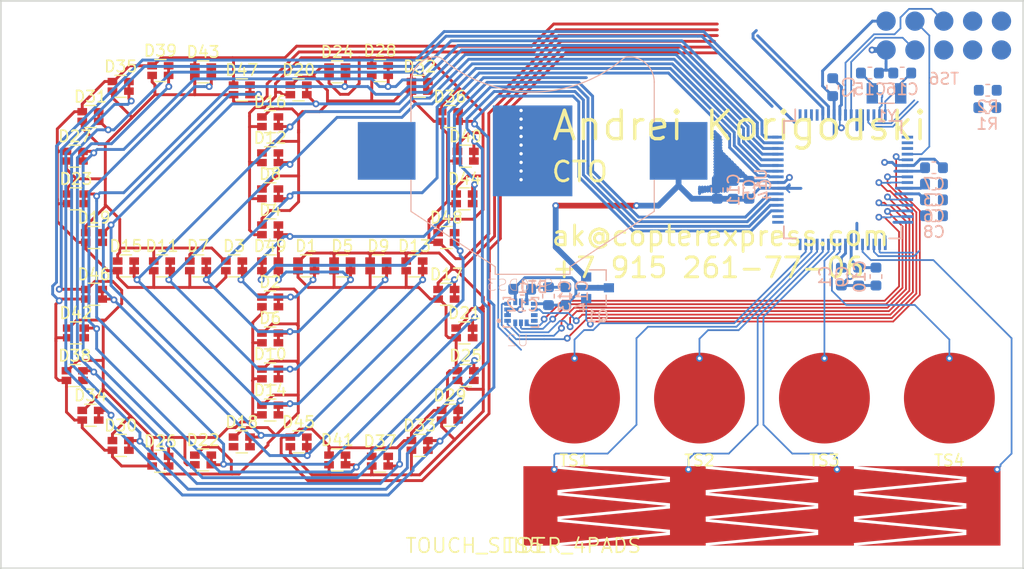
<source format=kicad_pcb>
(kicad_pcb (version 20171130) (host pcbnew 5.0.2+dfsg1-1~bpo9+1)
  (layers (0 F.Cu signal) (31 B.Cu signal) (34 B.Paste user hide) (35 F.Paste user hide) (36 B.SilkS user hide) (37 F.SilkS user) (38 B.Mask user) (39 F.Mask user) (44 Edge.Cuts user))
  (net 0 "")
  (net 1 LED_K0)
  (net 2 LED_K1)
  (net 3 LED_A0)
  (net 4 LED_K3)
  (net 5 LED_K2)
  (net 6 LED_K4)
  (net 7 LED_K5)
  (net 8 LED_K7)
  (net 9 LED_K6)
  (net 10 LED_K8)
  (net 11 LED_A1)
  (net 12 LED_A2)
  (net 13 LED_A3)
  (net 14 LED_A4)
  (net 15 LED_A5)
  (net 16 LED_A6)
  (net 17 LED_A7)
  (net 18 LED_A8)
  (net 19 VDD)
  (net 20 GND)
  (net 21 N$7)
  (net 22 N$6)
  (net 23 N$13)
  (net 24 N$14)
  (net 25 N$5)
  (net 26 N$19)
  (net 27 N$20)
  (net 28 N$16)
  (net 29 N$15)
  (net 30 N$17)
  (net 31 N$18)
  (net 32 N$12)
  (net 33 N$11)
  (net 34 TOUCH_PAD0)
  (net 35 N$1)
  (net 36 TOUCH_PAD1)
  (net 37 TOUCH_PAD2)
  (net 38 TOUCH_PAD3)
  (net 39 N$21)
  (net 40 N$22)
  (net 41 N$23)
  (net 42 N$8)
  (net 43 N$10)
  (net 44 N$9)
  (net 45 LED_K9)
  (net 46 LED_K10)
  (net 47 LED_K11)
  (net 48 N$4)
  (net 49 LFXTAL_P)
  (net 50 LFXTAL_N)
  (net 51 IMU_VDD)
  (net 52 N$24)
  (module footprints:LED_DUAL_0606 (layer F.Cu) (at 126.884 103.351)
    (fp_text reference D1 (at 0 -1.75) (layer F.SilkS))
    (fp_text value LED_Dual_AACC)
    (pad 3 smd rect (at 0.725 -0.425) (size 0.85 0.65) (layers F.Cu F.Paste F.Mask) (net 1 LED_K0))
    (pad 4 smd rect (at 0.725 0.425) (size 0.85 0.65) (layers F.Cu F.Paste F.Mask) (net 1 LED_K0))
    (pad 2 smd rect (at -0.725 0.425) (size 0.85 0.65) (layers F.Cu F.Paste F.Mask) (net 11 LED_A1))
    (pad 1 smd rect (at -0.725 -0.425) (size 0.85 0.65) (layers F.Cu F.Paste F.Mask) (net 3 LED_A0))
  )
  (module footprints:LED_DUAL_0606 (layer F.Cu) (at 123.709 106.526)
    (fp_text reference D2 (at 0 -1.75) (layer F.SilkS))
    (fp_text value LED_Dual_AACC)
    (pad 3 smd rect (at 0.725 -0.425) (size 0.85 0.65) (layers F.Cu F.Paste F.Mask) (net 1 LED_K0))
    (pad 4 smd rect (at 0.725 0.425) (size 0.85 0.65) (layers F.Cu F.Paste F.Mask) (net 1 LED_K0))
    (pad 2 smd rect (at -0.725 0.425) (size 0.85 0.65) (layers F.Cu F.Paste F.Mask) (net 13 LED_A3))
    (pad 1 smd rect (at -0.725 -0.425) (size 0.85 0.65) (layers F.Cu F.Paste F.Mask) (net 12 LED_A2))
  )
  (module footprints:LED_DUAL_0606 (layer F.Cu) (at 120.534 103.351)
    (fp_text reference D3 (at 0 -1.75) (layer F.SilkS))
    (fp_text value LED_Dual_AACC)
    (pad 3 smd rect (at 0.725 -0.425) (size 0.85 0.65) (layers F.Cu F.Paste F.Mask) (net 1 LED_K0))
    (pad 4 smd rect (at 0.725 0.425) (size 0.85 0.65) (layers F.Cu F.Paste F.Mask) (net 1 LED_K0))
    (pad 2 smd rect (at -0.725 0.425) (size 0.85 0.65) (layers F.Cu F.Paste F.Mask) (net 15 LED_A5))
    (pad 1 smd rect (at -0.725 -0.425) (size 0.85 0.65) (layers F.Cu F.Paste F.Mask) (net 14 LED_A4))
  )
  (module footprints:LED_DUAL_0606 (layer F.Cu) (at 123.709 100.176)
    (fp_text reference D4 (at 0 -1.75) (layer F.SilkS))
    (fp_text value LED_Dual_AACC)
    (pad 3 smd rect (at 0.725 -0.425) (size 0.85 0.65) (layers F.Cu F.Paste F.Mask) (net 1 LED_K0))
    (pad 4 smd rect (at 0.725 0.425) (size 0.85 0.65) (layers F.Cu F.Paste F.Mask) (net 1 LED_K0))
    (pad 2 smd rect (at -0.725 0.425) (size 0.85 0.65) (layers F.Cu F.Paste F.Mask) (net 17 LED_A7))
    (pad 1 smd rect (at -0.725 -0.425) (size 0.85 0.65) (layers F.Cu F.Paste F.Mask) (net 16 LED_A6))
  )
  (module footprints:LED_DUAL_0606 (layer F.Cu) (at 130.059 103.351)
    (fp_text reference D5 (at 0 -1.75) (layer F.SilkS))
    (fp_text value LED_Dual_AACC)
    (pad 3 smd rect (at 0.725 -0.425) (size 0.85 0.65) (layers F.Cu F.Paste F.Mask) (net 2 LED_K1))
    (pad 4 smd rect (at 0.725 0.425) (size 0.85 0.65) (layers F.Cu F.Paste F.Mask) (net 2 LED_K1))
    (pad 2 smd rect (at -0.725 0.425) (size 0.85 0.65) (layers F.Cu F.Paste F.Mask) (net 11 LED_A1))
    (pad 1 smd rect (at -0.725 -0.425) (size 0.85 0.65) (layers F.Cu F.Paste F.Mask) (net 3 LED_A0))
  )
  (module footprints:LED_DUAL_0606 (layer F.Cu) (at 123.709 109.701)
    (fp_text reference D6 (at 0 -1.75) (layer F.SilkS))
    (fp_text value LED_Dual_AACC)
    (pad 3 smd rect (at 0.725 -0.425) (size 0.85 0.65) (layers F.Cu F.Paste F.Mask) (net 2 LED_K1))
    (pad 4 smd rect (at 0.725 0.425) (size 0.85 0.65) (layers F.Cu F.Paste F.Mask) (net 2 LED_K1))
    (pad 2 smd rect (at -0.725 0.425) (size 0.85 0.65) (layers F.Cu F.Paste F.Mask) (net 13 LED_A3))
    (pad 1 smd rect (at -0.725 -0.425) (size 0.85 0.65) (layers F.Cu F.Paste F.Mask) (net 12 LED_A2))
  )
  (module footprints:LED_DUAL_0606 (layer F.Cu) (at 117.359 103.351)
    (fp_text reference D7 (at 0 -1.75) (layer F.SilkS))
    (fp_text value LED_Dual_AACC)
    (pad 3 smd rect (at 0.725 -0.425) (size 0.85 0.65) (layers F.Cu F.Paste F.Mask) (net 2 LED_K1))
    (pad 4 smd rect (at 0.725 0.425) (size 0.85 0.65) (layers F.Cu F.Paste F.Mask) (net 2 LED_K1))
    (pad 2 smd rect (at -0.725 0.425) (size 0.85 0.65) (layers F.Cu F.Paste F.Mask) (net 15 LED_A5))
    (pad 1 smd rect (at -0.725 -0.425) (size 0.85 0.65) (layers F.Cu F.Paste F.Mask) (net 14 LED_A4))
  )
  (module footprints:LED_DUAL_0606 (layer F.Cu) (at 123.709 97.001)
    (fp_text reference D8 (at 0 -1.75) (layer F.SilkS))
    (fp_text value LED_Dual_AACC)
    (pad 3 smd rect (at 0.725 -0.425) (size 0.85 0.65) (layers F.Cu F.Paste F.Mask) (net 2 LED_K1))
    (pad 4 smd rect (at 0.725 0.425) (size 0.85 0.65) (layers F.Cu F.Paste F.Mask) (net 2 LED_K1))
    (pad 2 smd rect (at -0.725 0.425) (size 0.85 0.65) (layers F.Cu F.Paste F.Mask) (net 17 LED_A7))
    (pad 1 smd rect (at -0.725 -0.425) (size 0.85 0.65) (layers F.Cu F.Paste F.Mask) (net 16 LED_A6))
  )
  (module footprints:LED_DUAL_0606 (layer F.Cu) (at 133.234 103.351)
    (fp_text reference D9 (at 0 -1.75) (layer F.SilkS))
    (fp_text value LED_Dual_AACC)
    (pad 3 smd rect (at 0.725 -0.425) (size 0.85 0.65) (layers F.Cu F.Paste F.Mask) (net 5 LED_K2))
    (pad 4 smd rect (at 0.725 0.425) (size 0.85 0.65) (layers F.Cu F.Paste F.Mask) (net 5 LED_K2))
    (pad 2 smd rect (at -0.725 0.425) (size 0.85 0.65) (layers F.Cu F.Paste F.Mask) (net 11 LED_A1))
    (pad 1 smd rect (at -0.725 -0.425) (size 0.85 0.65) (layers F.Cu F.Paste F.Mask) (net 3 LED_A0))
  )
  (module footprints:LED_DUAL_0606 (layer F.Cu) (at 123.709 112.875999)
    (fp_text reference D10 (at 0 -1.75) (layer F.SilkS))
    (fp_text value LED_Dual_AACC)
    (pad 3 smd rect (at 0.725 -0.425) (size 0.85 0.65) (layers F.Cu F.Paste F.Mask) (net 5 LED_K2))
    (pad 4 smd rect (at 0.725 0.425) (size 0.85 0.65) (layers F.Cu F.Paste F.Mask) (net 5 LED_K2))
    (pad 2 smd rect (at -0.725 0.425) (size 0.85 0.65) (layers F.Cu F.Paste F.Mask) (net 13 LED_A3))
    (pad 1 smd rect (at -0.725 -0.425) (size 0.85 0.65) (layers F.Cu F.Paste F.Mask) (net 12 LED_A2))
  )
  (module footprints:LED_DUAL_0606 (layer F.Cu) (at 114.184 103.351)
    (fp_text reference D11 (at 0 -1.75) (layer F.SilkS))
    (fp_text value LED_Dual_AACC)
    (pad 3 smd rect (at 0.725 -0.425) (size 0.85 0.65) (layers F.Cu F.Paste F.Mask) (net 5 LED_K2))
    (pad 4 smd rect (at 0.725 0.425) (size 0.85 0.65) (layers F.Cu F.Paste F.Mask) (net 5 LED_K2))
    (pad 2 smd rect (at -0.725 0.425) (size 0.85 0.65) (layers F.Cu F.Paste F.Mask) (net 15 LED_A5))
    (pad 1 smd rect (at -0.725 -0.425) (size 0.85 0.65) (layers F.Cu F.Paste F.Mask) (net 14 LED_A4))
  )
  (module footprints:LED_DUAL_0606 (layer F.Cu) (at 123.709 93.826)
    (fp_text reference D12 (at 0 -1.75) (layer F.SilkS))
    (fp_text value LED_Dual_AACC)
    (pad 3 smd rect (at 0.725 -0.425) (size 0.85 0.65) (layers F.Cu F.Paste F.Mask) (net 5 LED_K2))
    (pad 4 smd rect (at 0.725 0.425) (size 0.85 0.65) (layers F.Cu F.Paste F.Mask) (net 5 LED_K2))
    (pad 2 smd rect (at -0.725 0.425) (size 0.85 0.65) (layers F.Cu F.Paste F.Mask) (net 17 LED_A7))
    (pad 1 smd rect (at -0.725 -0.425) (size 0.85 0.65) (layers F.Cu F.Paste F.Mask) (net 16 LED_A6))
  )
  (module footprints:LED_DUAL_0606 (layer F.Cu) (at 136.409 103.351)
    (fp_text reference D13 (at 0 -1.75) (layer F.SilkS))
    (fp_text value LED_Dual_AACC)
    (pad 3 smd rect (at 0.725 -0.425) (size 0.85 0.65) (layers F.Cu F.Paste F.Mask) (net 4 LED_K3))
    (pad 4 smd rect (at 0.725 0.425) (size 0.85 0.65) (layers F.Cu F.Paste F.Mask) (net 4 LED_K3))
    (pad 2 smd rect (at -0.725 0.425) (size 0.85 0.65) (layers F.Cu F.Paste F.Mask) (net 11 LED_A1))
    (pad 1 smd rect (at -0.725 -0.425) (size 0.85 0.65) (layers F.Cu F.Paste F.Mask) (net 3 LED_A0))
  )
  (module footprints:LED_DUAL_0606 (layer F.Cu) (at 123.709 116.051)
    (fp_text reference D14 (at 0 -1.75) (layer F.SilkS))
    (fp_text value LED_Dual_AACC)
    (pad 3 smd rect (at 0.725 -0.425) (size 0.85 0.65) (layers F.Cu F.Paste F.Mask) (net 4 LED_K3))
    (pad 4 smd rect (at 0.725 0.425) (size 0.85 0.65) (layers F.Cu F.Paste F.Mask) (net 4 LED_K3))
    (pad 2 smd rect (at -0.725 0.425) (size 0.85 0.65) (layers F.Cu F.Paste F.Mask) (net 13 LED_A3))
    (pad 1 smd rect (at -0.725 -0.425) (size 0.85 0.65) (layers F.Cu F.Paste F.Mask) (net 12 LED_A2))
  )
  (module footprints:LED_DUAL_0606 (layer F.Cu) (at 111.009 103.351)
    (fp_text reference D15 (at 0 -1.75) (layer F.SilkS))
    (fp_text value LED_Dual_AACC)
    (pad 3 smd rect (at 0.725 -0.425) (size 0.85 0.65) (layers F.Cu F.Paste F.Mask) (net 4 LED_K3))
    (pad 4 smd rect (at 0.725 0.425) (size 0.85 0.65) (layers F.Cu F.Paste F.Mask) (net 4 LED_K3))
    (pad 2 smd rect (at -0.725 0.425) (size 0.85 0.65) (layers F.Cu F.Paste F.Mask) (net 15 LED_A5))
    (pad 1 smd rect (at -0.725 -0.425) (size 0.85 0.65) (layers F.Cu F.Paste F.Mask) (net 14 LED_A4))
  )
  (module footprints:LED_DUAL_0606 (layer F.Cu) (at 123.709 90.651)
    (fp_text reference D16 (at 0 -1.75) (layer F.SilkS))
    (fp_text value LED_Dual_AACC)
    (pad 3 smd rect (at 0.725 -0.425) (size 0.85 0.65) (layers F.Cu F.Paste F.Mask) (net 4 LED_K3))
    (pad 4 smd rect (at 0.725 0.425) (size 0.85 0.65) (layers F.Cu F.Paste F.Mask) (net 4 LED_K3))
    (pad 2 smd rect (at -0.725 0.425) (size 0.85 0.65) (layers F.Cu F.Paste F.Mask) (net 17 LED_A7))
    (pad 1 smd rect (at -0.725 -0.425) (size 0.85 0.65) (layers F.Cu F.Paste F.Mask) (net 16 LED_A6))
  )
  (module footprints:LED_DUAL_0606 (layer F.Cu) (at 139.217852 105.850666)
    (fp_text reference D17 (at 0 -1.75) (layer F.SilkS))
    (fp_text value LED_Dual_AACC)
    (pad 3 smd rect (at 0.725 -0.425) (size 0.85 0.65) (layers F.Cu F.Paste F.Mask) (net 6 LED_K4))
    (pad 4 smd rect (at 0.725 0.425) (size 0.85 0.65) (layers F.Cu F.Paste F.Mask) (net 6 LED_K4))
    (pad 2 smd rect (at -0.725 0.425) (size 0.85 0.65) (layers F.Cu F.Paste F.Mask) (net 11 LED_A1))
    (pad 1 smd rect (at -0.725 -0.425) (size 0.85 0.65) (layers F.Cu F.Paste F.Mask) (net 3 LED_A0))
  )
  (module footprints:LED_DUAL_0606 (layer F.Cu) (at 121.209333 118.859852)
    (fp_text reference D18 (at 0 -1.75) (layer F.SilkS))
    (fp_text value LED_Dual_AACC)
    (pad 3 smd rect (at 0.725 -0.425) (size 0.85 0.65) (layers F.Cu F.Paste F.Mask) (net 6 LED_K4))
    (pad 4 smd rect (at 0.725 0.425) (size 0.85 0.65) (layers F.Cu F.Paste F.Mask) (net 6 LED_K4))
    (pad 2 smd rect (at -0.725 0.425) (size 0.85 0.65) (layers F.Cu F.Paste F.Mask) (net 13 LED_A3))
    (pad 1 smd rect (at -0.725 -0.425) (size 0.85 0.65) (layers F.Cu F.Paste F.Mask) (net 12 LED_A2))
  )
  (module footprints:LED_DUAL_0606 (layer F.Cu) (at 108.200147 100.851333)
    (fp_text reference D19 (at 0 -1.75) (layer F.SilkS))
    (fp_text value LED_Dual_AACC)
    (pad 3 smd rect (at 0.725 -0.425) (size 0.85 0.65) (layers F.Cu F.Paste F.Mask) (net 6 LED_K4))
    (pad 4 smd rect (at 0.725 0.425) (size 0.85 0.65) (layers F.Cu F.Paste F.Mask) (net 6 LED_K4))
    (pad 2 smd rect (at -0.725 0.425) (size 0.85 0.65) (layers F.Cu F.Paste F.Mask) (net 15 LED_A5))
    (pad 1 smd rect (at -0.725 -0.425) (size 0.85 0.65) (layers F.Cu F.Paste F.Mask) (net 14 LED_A4))
  )
  (module footprints:LED_DUAL_0606 (layer F.Cu) (at 126.208666 87.842147)
    (fp_text reference D20 (at 0 -1.75) (layer F.SilkS))
    (fp_text value LED_Dual_AACC)
    (pad 3 smd rect (at 0.725 -0.425) (size 0.85 0.65) (layers F.Cu F.Paste F.Mask) (net 6 LED_K4))
    (pad 4 smd rect (at 0.725 0.425) (size 0.85 0.65) (layers F.Cu F.Paste F.Mask) (net 6 LED_K4))
    (pad 2 smd rect (at -0.725 0.425) (size 0.85 0.65) (layers F.Cu F.Paste F.Mask) (net 17 LED_A7))
    (pad 1 smd rect (at -0.725 -0.425) (size 0.85 0.65) (layers F.Cu F.Paste F.Mask) (net 16 LED_A6))
  )
  (module footprints:LED_DUAL_0606 (layer F.Cu) (at 140.806919 109.258431)
    (fp_text reference D21 (at 0 -1.75) (layer F.SilkS))
    (fp_text value LED_Dual_AACC)
    (pad 3 smd rect (at 0.725 -0.425) (size 0.85 0.65) (layers F.Cu F.Paste F.Mask) (net 7 LED_K5))
    (pad 4 smd rect (at 0.725 0.425) (size 0.85 0.65) (layers F.Cu F.Paste F.Mask) (net 7 LED_K5))
    (pad 2 smd rect (at -0.725 0.425) (size 0.85 0.65) (layers F.Cu F.Paste F.Mask) (net 11 LED_A1))
    (pad 1 smd rect (at -0.725 -0.425) (size 0.85 0.65) (layers F.Cu F.Paste F.Mask) (net 3 LED_A0))
  )
  (module footprints:LED_DUAL_0606 (layer F.Cu) (at 117.801568 120.448919)
    (fp_text reference D22 (at 0 -1.75) (layer F.SilkS))
    (fp_text value LED_Dual_AACC)
    (pad 3 smd rect (at 0.725 -0.425) (size 0.85 0.65) (layers F.Cu F.Paste F.Mask) (net 7 LED_K5))
    (pad 4 smd rect (at 0.725 0.425) (size 0.85 0.65) (layers F.Cu F.Paste F.Mask) (net 7 LED_K5))
    (pad 2 smd rect (at -0.725 0.425) (size 0.85 0.65) (layers F.Cu F.Paste F.Mask) (net 13 LED_A3))
    (pad 1 smd rect (at -0.725 -0.425) (size 0.85 0.65) (layers F.Cu F.Paste F.Mask) (net 12 LED_A2))
  )
  (module footprints:LED_DUAL_0606 (layer F.Cu) (at 106.61108 97.443568)
    (fp_text reference D23 (at 0 -1.75) (layer F.SilkS))
    (fp_text value LED_Dual_AACC)
    (pad 3 smd rect (at 0.725 -0.425) (size 0.85 0.65) (layers F.Cu F.Paste F.Mask) (net 7 LED_K5))
    (pad 4 smd rect (at 0.725 0.425) (size 0.85 0.65) (layers F.Cu F.Paste F.Mask) (net 7 LED_K5))
    (pad 2 smd rect (at -0.725 0.425) (size 0.85 0.65) (layers F.Cu F.Paste F.Mask) (net 15 LED_A5))
    (pad 1 smd rect (at -0.725 -0.425) (size 0.85 0.65) (layers F.Cu F.Paste F.Mask) (net 14 LED_A4))
  )
  (module footprints:LED_DUAL_0606 (layer F.Cu) (at 129.616431 86.25308)
    (fp_text reference D24 (at 0 -1.75) (layer F.SilkS))
    (fp_text value LED_Dual_AACC)
    (pad 3 smd rect (at 0.725 -0.425) (size 0.85 0.65) (layers F.Cu F.Paste F.Mask) (net 7 LED_K5))
    (pad 4 smd rect (at 0.725 0.425) (size 0.85 0.65) (layers F.Cu F.Paste F.Mask) (net 7 LED_K5))
    (pad 2 smd rect (at -0.725 0.425) (size 0.85 0.65) (layers F.Cu F.Paste F.Mask) (net 17 LED_A7))
    (pad 1 smd rect (at -0.725 -0.425) (size 0.85 0.65) (layers F.Cu F.Paste F.Mask) (net 16 LED_A6))
  )
  (module footprints:LED_DUAL_0606 (layer F.Cu) (at 140.916279 113.016892)
    (fp_text reference D25 (at 0 -1.75) (layer F.SilkS))
    (fp_text value LED_Dual_AACC)
    (pad 3 smd rect (at 0.725 -0.425) (size 0.85 0.65) (layers F.Cu F.Paste F.Mask) (net 9 LED_K6))
    (pad 4 smd rect (at 0.725 0.425) (size 0.85 0.65) (layers F.Cu F.Paste F.Mask) (net 9 LED_K6))
    (pad 2 smd rect (at -0.725 0.425) (size 0.85 0.65) (layers F.Cu F.Paste F.Mask) (net 3 LED_A0))
    (pad 1 smd rect (at -0.725 -0.425) (size 0.85 0.65) (layers F.Cu F.Paste F.Mask) (net 11 LED_A1))
  )
  (module footprints:LED_DUAL_0606 (layer F.Cu) (at 114.043107 120.558279)
    (fp_text reference D26 (at 0 -1.75) (layer F.SilkS))
    (fp_text value LED_Dual_AACC)
    (pad 3 smd rect (at 0.725 -0.425) (size 0.85 0.65) (layers F.Cu F.Paste F.Mask) (net 9 LED_K6))
    (pad 4 smd rect (at 0.725 0.425) (size 0.85 0.65) (layers F.Cu F.Paste F.Mask) (net 9 LED_K6))
    (pad 2 smd rect (at -0.725 0.425) (size 0.85 0.65) (layers F.Cu F.Paste F.Mask) (net 12 LED_A2))
    (pad 1 smd rect (at -0.725 -0.425) (size 0.85 0.65) (layers F.Cu F.Paste F.Mask) (net 13 LED_A3))
  )
  (module footprints:LED_DUAL_0606 (layer F.Cu) (at 106.50172 93.685107)
    (fp_text reference D27 (at 0 -1.75) (layer F.SilkS))
    (fp_text value LED_Dual_AACC)
    (pad 3 smd rect (at 0.725 -0.425) (size 0.85 0.65) (layers F.Cu F.Paste F.Mask) (net 9 LED_K6))
    (pad 4 smd rect (at 0.725 0.425) (size 0.85 0.65) (layers F.Cu F.Paste F.Mask) (net 9 LED_K6))
    (pad 2 smd rect (at -0.725 0.425) (size 0.85 0.65) (layers F.Cu F.Paste F.Mask) (net 14 LED_A4))
    (pad 1 smd rect (at -0.725 -0.425) (size 0.85 0.65) (layers F.Cu F.Paste F.Mask) (net 15 LED_A5))
  )
  (module footprints:LED_DUAL_0606 (layer F.Cu) (at 133.374892 86.14372)
    (fp_text reference D28 (at 0 -1.75) (layer F.SilkS))
    (fp_text value LED_Dual_AACC)
    (pad 3 smd rect (at 0.725 -0.425) (size 0.85 0.65) (layers F.Cu F.Paste F.Mask) (net 9 LED_K6))
    (pad 4 smd rect (at 0.725 0.425) (size 0.85 0.65) (layers F.Cu F.Paste F.Mask) (net 9 LED_K6))
    (pad 2 smd rect (at -0.725 0.425) (size 0.85 0.65) (layers F.Cu F.Paste F.Mask) (net 16 LED_A6))
    (pad 1 smd rect (at -0.725 -0.425) (size 0.85 0.65) (layers F.Cu F.Paste F.Mask) (net 17 LED_A7))
  )
  (module footprints:LED_DUAL_0606 (layer F.Cu) (at 139.528045 116.511287)
    (fp_text reference D29 (at 0 -1.75) (layer F.SilkS))
    (fp_text value LED_Dual_AACC)
    (pad 3 smd rect (at 0.725 -0.425) (size 0.85 0.65) (layers F.Cu F.Paste F.Mask) (net 8 LED_K7))
    (pad 4 smd rect (at 0.725 0.425) (size 0.85 0.65) (layers F.Cu F.Paste F.Mask) (net 8 LED_K7))
    (pad 2 smd rect (at -0.725 0.425) (size 0.85 0.65) (layers F.Cu F.Paste F.Mask) (net 3 LED_A0))
    (pad 1 smd rect (at -0.725 -0.425) (size 0.85 0.65) (layers F.Cu F.Paste F.Mask) (net 11 LED_A1))
  )
  (module footprints:LED_DUAL_0606 (layer F.Cu) (at 110.548712 119.170045)
    (fp_text reference D30 (at 0 -1.75) (layer F.SilkS))
    (fp_text value LED_Dual_AACC)
    (pad 3 smd rect (at 0.725 -0.425) (size 0.85 0.65) (layers F.Cu F.Paste F.Mask) (net 8 LED_K7))
    (pad 4 smd rect (at 0.725 0.425) (size 0.85 0.65) (layers F.Cu F.Paste F.Mask) (net 8 LED_K7))
    (pad 2 smd rect (at -0.725 0.425) (size 0.85 0.65) (layers F.Cu F.Paste F.Mask) (net 12 LED_A2))
    (pad 1 smd rect (at -0.725 -0.425) (size 0.85 0.65) (layers F.Cu F.Paste F.Mask) (net 13 LED_A3))
  )
  (module footprints:LED_DUAL_0606 (layer F.Cu) (at 107.889954 90.190712)
    (fp_text reference D31 (at 0 -1.75) (layer F.SilkS))
    (fp_text value LED_Dual_AACC)
    (pad 3 smd rect (at 0.725 -0.425) (size 0.85 0.65) (layers F.Cu F.Paste F.Mask) (net 8 LED_K7))
    (pad 4 smd rect (at 0.725 0.425) (size 0.85 0.65) (layers F.Cu F.Paste F.Mask) (net 8 LED_K7))
    (pad 2 smd rect (at -0.725 0.425) (size 0.85 0.65) (layers F.Cu F.Paste F.Mask) (net 14 LED_A4))
    (pad 1 smd rect (at -0.725 -0.425) (size 0.85 0.65) (layers F.Cu F.Paste F.Mask) (net 15 LED_A5))
  )
  (module footprints:LED_DUAL_0606 (layer F.Cu) (at 136.869287 87.531954)
    (fp_text reference D32 (at 0 -1.75) (layer F.SilkS))
    (fp_text value LED_Dual_AACC)
    (pad 3 smd rect (at 0.725 -0.425) (size 0.85 0.65) (layers F.Cu F.Paste F.Mask) (net 8 LED_K7))
    (pad 4 smd rect (at 0.725 0.425) (size 0.85 0.65) (layers F.Cu F.Paste F.Mask) (net 8 LED_K7))
    (pad 2 smd rect (at -0.725 0.425) (size 0.85 0.65) (layers F.Cu F.Paste F.Mask) (net 16 LED_A6))
    (pad 1 smd rect (at -0.725 -0.425) (size 0.85 0.65) (layers F.Cu F.Paste F.Mask) (net 17 LED_A7))
  )
  (module footprints:LED_DUAL_0606 (layer F.Cu) (at 136.869287 119.170045)
    (fp_text reference D33 (at 0 -1.75) (layer F.SilkS))
    (fp_text value LED_Dual_AACC)
    (pad 3 smd rect (at 0.725 -0.425) (size 0.85 0.65) (layers F.Cu F.Paste F.Mask) (net 10 LED_K8))
    (pad 4 smd rect (at 0.725 0.425) (size 0.85 0.65) (layers F.Cu F.Paste F.Mask) (net 10 LED_K8))
    (pad 2 smd rect (at -0.725 0.425) (size 0.85 0.65) (layers F.Cu F.Paste F.Mask) (net 3 LED_A0))
    (pad 1 smd rect (at -0.725 -0.425) (size 0.85 0.65) (layers F.Cu F.Paste F.Mask) (net 11 LED_A1))
  )
  (module footprints:LED_DUAL_0606 (layer F.Cu) (at 107.889954 116.511287)
    (fp_text reference D34 (at 0 -1.75) (layer F.SilkS))
    (fp_text value LED_Dual_AACC)
    (pad 3 smd rect (at 0.725 -0.425) (size 0.85 0.65) (layers F.Cu F.Paste F.Mask) (net 10 LED_K8))
    (pad 4 smd rect (at 0.725 0.425) (size 0.85 0.65) (layers F.Cu F.Paste F.Mask) (net 10 LED_K8))
    (pad 2 smd rect (at -0.725 0.425) (size 0.85 0.65) (layers F.Cu F.Paste F.Mask) (net 12 LED_A2))
    (pad 1 smd rect (at -0.725 -0.425) (size 0.85 0.65) (layers F.Cu F.Paste F.Mask) (net 13 LED_A3))
  )
  (module footprints:LED_DUAL_0606 (layer F.Cu) (at 110.548712 87.531954)
    (fp_text reference D35 (at 0 -1.75) (layer F.SilkS))
    (fp_text value LED_Dual_AACC)
    (pad 3 smd rect (at 0.725 -0.425) (size 0.85 0.65) (layers F.Cu F.Paste F.Mask) (net 10 LED_K8))
    (pad 4 smd rect (at 0.725 0.425) (size 0.85 0.65) (layers F.Cu F.Paste F.Mask) (net 10 LED_K8))
    (pad 2 smd rect (at -0.725 0.425) (size 0.85 0.65) (layers F.Cu F.Paste F.Mask) (net 14 LED_A4))
    (pad 1 smd rect (at -0.725 -0.425) (size 0.85 0.65) (layers F.Cu F.Paste F.Mask) (net 15 LED_A5))
  )
  (module footprints:LED_DUAL_0606 (layer F.Cu) (at 139.528045 90.190712)
    (fp_text reference D36 (at 0 -1.75) (layer F.SilkS))
    (fp_text value LED_Dual_AACC)
    (pad 3 smd rect (at 0.725 -0.425) (size 0.85 0.65) (layers F.Cu F.Paste F.Mask) (net 10 LED_K8))
    (pad 4 smd rect (at 0.725 0.425) (size 0.85 0.65) (layers F.Cu F.Paste F.Mask) (net 10 LED_K8))
    (pad 2 smd rect (at -0.725 0.425) (size 0.85 0.65) (layers F.Cu F.Paste F.Mask) (net 16 LED_A6))
    (pad 1 smd rect (at -0.725 -0.425) (size 0.85 0.65) (layers F.Cu F.Paste F.Mask) (net 17 LED_A7))
  )
  (module footprints:LED_DUAL_0606 (layer F.Cu) (at 133.374892 120.558279)
    (fp_text reference D37 (at 0 -1.75) (layer F.SilkS))
    (fp_text value LED_Dual_AACC)
    (pad 3 smd rect (at 0.725 -0.425) (size 0.85 0.65) (layers F.Cu F.Paste F.Mask) (net 45 LED_K9))
    (pad 4 smd rect (at 0.725 0.425) (size 0.85 0.65) (layers F.Cu F.Paste F.Mask) (net 45 LED_K9))
    (pad 2 smd rect (at -0.725 0.425) (size 0.85 0.65) (layers F.Cu F.Paste F.Mask) (net 3 LED_A0))
    (pad 1 smd rect (at -0.725 -0.425) (size 0.85 0.65) (layers F.Cu F.Paste F.Mask) (net 11 LED_A1))
  )
  (module footprints:LED_DUAL_0606 (layer F.Cu) (at 106.50172 113.016892)
    (fp_text reference D38 (at 0 -1.75) (layer F.SilkS))
    (fp_text value LED_Dual_AACC)
    (pad 3 smd rect (at 0.725 -0.425) (size 0.85 0.65) (layers F.Cu F.Paste F.Mask) (net 45 LED_K9))
    (pad 4 smd rect (at 0.725 0.425) (size 0.85 0.65) (layers F.Cu F.Paste F.Mask) (net 45 LED_K9))
    (pad 2 smd rect (at -0.725 0.425) (size 0.85 0.65) (layers F.Cu F.Paste F.Mask) (net 12 LED_A2))
    (pad 1 smd rect (at -0.725 -0.425) (size 0.85 0.65) (layers F.Cu F.Paste F.Mask) (net 13 LED_A3))
  )
  (module footprints:LED_DUAL_0606 (layer F.Cu) (at 114.043107 86.14372)
    (fp_text reference D39 (at 0 -1.75) (layer F.SilkS))
    (fp_text value LED_Dual_AACC)
    (pad 3 smd rect (at 0.725 -0.425) (size 0.85 0.65) (layers F.Cu F.Paste F.Mask) (net 45 LED_K9))
    (pad 4 smd rect (at 0.725 0.425) (size 0.85 0.65) (layers F.Cu F.Paste F.Mask) (net 45 LED_K9))
    (pad 2 smd rect (at -0.725 0.425) (size 0.85 0.65) (layers F.Cu F.Paste F.Mask) (net 14 LED_A4))
    (pad 1 smd rect (at -0.725 -0.425) (size 0.85 0.65) (layers F.Cu F.Paste F.Mask) (net 15 LED_A5))
  )
  (module footprints:LED_DUAL_0606 (layer F.Cu) (at 140.916279 93.685107)
    (fp_text reference D40 (at 0 -1.75) (layer F.SilkS))
    (fp_text value LED_Dual_AACC)
    (pad 3 smd rect (at 0.725 -0.425) (size 0.85 0.65) (layers F.Cu F.Paste F.Mask) (net 45 LED_K9))
    (pad 4 smd rect (at 0.725 0.425) (size 0.85 0.65) (layers F.Cu F.Paste F.Mask) (net 45 LED_K9))
    (pad 2 smd rect (at -0.725 0.425) (size 0.85 0.65) (layers F.Cu F.Paste F.Mask) (net 16 LED_A6))
    (pad 1 smd rect (at -0.725 -0.425) (size 0.85 0.65) (layers F.Cu F.Paste F.Mask) (net 17 LED_A7))
  )
  (module footprints:LED_DUAL_0606 (layer F.Cu) (at 129.616431 120.448919)
    (fp_text reference D41 (at 0 -1.75) (layer F.SilkS))
    (fp_text value LED_Dual_AACC)
    (pad 3 smd rect (at 0.725 -0.425) (size 0.85 0.65) (layers F.Cu F.Paste F.Mask) (net 46 LED_K10))
    (pad 4 smd rect (at 0.725 0.425) (size 0.85 0.65) (layers F.Cu F.Paste F.Mask) (net 46 LED_K10))
    (pad 2 smd rect (at -0.725 0.425) (size 0.85 0.65) (layers F.Cu F.Paste F.Mask) (net 3 LED_A0))
    (pad 1 smd rect (at -0.725 -0.425) (size 0.85 0.65) (layers F.Cu F.Paste F.Mask) (net 11 LED_A1))
  )
  (module footprints:LED_DUAL_0606 (layer F.Cu) (at 106.61108 109.258431)
    (fp_text reference D42 (at 0 -1.75) (layer F.SilkS))
    (fp_text value LED_Dual_AACC)
    (pad 3 smd rect (at 0.725 -0.425) (size 0.85 0.65) (layers F.Cu F.Paste F.Mask) (net 46 LED_K10))
    (pad 4 smd rect (at 0.725 0.425) (size 0.85 0.65) (layers F.Cu F.Paste F.Mask) (net 46 LED_K10))
    (pad 2 smd rect (at -0.725 0.425) (size 0.85 0.65) (layers F.Cu F.Paste F.Mask) (net 12 LED_A2))
    (pad 1 smd rect (at -0.725 -0.425) (size 0.85 0.65) (layers F.Cu F.Paste F.Mask) (net 13 LED_A3))
  )
  (module footprints:LED_DUAL_0606 (layer F.Cu) (at 117.801568 86.25308)
    (fp_text reference D43 (at 0 -1.75) (layer F.SilkS))
    (fp_text value LED_Dual_AACC)
    (pad 3 smd rect (at 0.725 -0.425) (size 0.85 0.65) (layers F.Cu F.Paste F.Mask) (net 46 LED_K10))
    (pad 4 smd rect (at 0.725 0.425) (size 0.85 0.65) (layers F.Cu F.Paste F.Mask) (net 46 LED_K10))
    (pad 2 smd rect (at -0.725 0.425) (size 0.85 0.65) (layers F.Cu F.Paste F.Mask) (net 14 LED_A4))
    (pad 1 smd rect (at -0.725 -0.425) (size 0.85 0.65) (layers F.Cu F.Paste F.Mask) (net 15 LED_A5))
  )
  (module footprints:LED_DUAL_0606 (layer F.Cu) (at 140.806919 97.443568)
    (fp_text reference D44 (at 0 -1.75) (layer F.SilkS))
    (fp_text value LED_Dual_AACC)
    (pad 3 smd rect (at 0.725 -0.425) (size 0.85 0.65) (layers F.Cu F.Paste F.Mask) (net 46 LED_K10))
    (pad 4 smd rect (at 0.725 0.425) (size 0.85 0.65) (layers F.Cu F.Paste F.Mask) (net 46 LED_K10))
    (pad 2 smd rect (at -0.725 0.425) (size 0.85 0.65) (layers F.Cu F.Paste F.Mask) (net 16 LED_A6))
    (pad 1 smd rect (at -0.725 -0.425) (size 0.85 0.65) (layers F.Cu F.Paste F.Mask) (net 17 LED_A7))
  )
  (module footprints:LED_DUAL_0606 (layer F.Cu) (at 126.208666 118.859852)
    (fp_text reference D45 (at 0 -1.75) (layer F.SilkS))
    (fp_text value LED_Dual_AACC)
    (pad 3 smd rect (at 0.725 -0.425) (size 0.85 0.65) (layers F.Cu F.Paste F.Mask) (net 47 LED_K11))
    (pad 4 smd rect (at 0.725 0.425) (size 0.85 0.65) (layers F.Cu F.Paste F.Mask) (net 47 LED_K11))
    (pad 2 smd rect (at -0.725 0.425) (size 0.85 0.65) (layers F.Cu F.Paste F.Mask) (net 3 LED_A0))
    (pad 1 smd rect (at -0.725 -0.425) (size 0.85 0.65) (layers F.Cu F.Paste F.Mask) (net 11 LED_A1))
  )
  (module footprints:LED_DUAL_0606 (layer F.Cu) (at 108.200147 105.850666)
    (fp_text reference D46 (at 0 -1.75) (layer F.SilkS))
    (fp_text value LED_Dual_AACC)
    (pad 3 smd rect (at 0.725 -0.425) (size 0.85 0.65) (layers F.Cu F.Paste F.Mask) (net 47 LED_K11))
    (pad 4 smd rect (at 0.725 0.425) (size 0.85 0.65) (layers F.Cu F.Paste F.Mask) (net 47 LED_K11))
    (pad 2 smd rect (at -0.725 0.425) (size 0.85 0.65) (layers F.Cu F.Paste F.Mask) (net 12 LED_A2))
    (pad 1 smd rect (at -0.725 -0.425) (size 0.85 0.65) (layers F.Cu F.Paste F.Mask) (net 13 LED_A3))
  )
  (module footprints:LED_DUAL_0606 (layer F.Cu) (at 121.209333 87.842147)
    (fp_text reference D47 (at 0 -1.75) (layer F.SilkS))
    (fp_text value LED_Dual_AACC)
    (pad 3 smd rect (at 0.725 -0.425) (size 0.85 0.65) (layers F.Cu F.Paste F.Mask) (net 47 LED_K11))
    (pad 4 smd rect (at 0.725 0.425) (size 0.85 0.65) (layers F.Cu F.Paste F.Mask) (net 47 LED_K11))
    (pad 2 smd rect (at -0.725 0.425) (size 0.85 0.65) (layers F.Cu F.Paste F.Mask) (net 14 LED_A4))
    (pad 1 smd rect (at -0.725 -0.425) (size 0.85 0.65) (layers F.Cu F.Paste F.Mask) (net 15 LED_A5))
  )
  (module footprints:LED_DUAL_0606 (layer F.Cu) (at 139.217852 100.851333)
    (fp_text reference D48 (at 0 -1.75) (layer F.SilkS))
    (fp_text value LED_Dual_AACC)
    (pad 3 smd rect (at 0.725 -0.425) (size 0.85 0.65) (layers F.Cu F.Paste F.Mask) (net 47 LED_K11))
    (pad 4 smd rect (at 0.725 0.425) (size 0.85 0.65) (layers F.Cu F.Paste F.Mask) (net 47 LED_K11))
    (pad 2 smd rect (at -0.725 0.425) (size 0.85 0.65) (layers F.Cu F.Paste F.Mask) (net 16 LED_A6))
    (pad 1 smd rect (at -0.725 -0.425) (size 0.85 0.65) (layers F.Cu F.Paste F.Mask) (net 17 LED_A7))
  )
  (module footprints:LED_DUAL_0606 (layer F.Cu) (at 123.709 103.351)
    (fp_text reference D49 (at 0 -1.75) (layer F.SilkS))
    (fp_text value LED_Dual_AACC)
    (pad 3 smd rect (at 0.725 -0.425) (size 0.85 0.65) (layers F.Cu F.Paste F.Mask) (net 1 LED_K0))
    (pad 4 smd rect (at 0.725 0.425) (size 0.85 0.65) (layers F.Cu F.Paste F.Mask) (net 2 LED_K1))
    (pad 2 smd rect (at -0.725 0.425) (size 0.85 0.65) (layers F.Cu F.Paste F.Mask) (net 18 LED_A8))
    (pad 1 smd rect (at -0.725 -0.425) (size 0.85 0.65) (layers F.Cu F.Paste F.Mask) (net 18 LED_A8))
  )
  (module Resistor_SMD:R_0603_1608Metric (layer B.Cu) (at 186.8425 89.408)
    (fp_text reference R1 (at 0 1.43) (layer B.SilkS) (effects (justify mirror)))
    (fp_text value 0)
    (pad 2 smd roundrect (at 0.7875 0) (size 0.875 0.95) (layers B.Cu B.Paste B.Mask) (net 20 GND))
    (pad 1 smd roundrect (at -0.7875 0) (size 0.875 0.95) (layers B.Cu B.Paste B.Mask) (net 41 N$23))
  )
  (module Package_QFP:LQFP-64_10x10mm_P0.5mm (layer B.Cu) (at 174.10708 95.75756 270)
    (fp_text reference U1 (at 0 7.2 270) (layer B.SilkS) (effects (justify mirror)))
    (fp_text value EFM32LG232F64)
    (pad 64 smd rect (at -3.75 5.7 180) (size 1 0.25) (layers B.Cu B.Paste B.Mask) (net 8 LED_K7))
    (pad 63 smd rect (at -3.25 5.7 180) (size 1 0.25) (layers B.Cu B.Paste B.Mask) (net 9 LED_K6))
    (pad 62 smd rect (at -2.75 5.7 180) (size 1 0.25) (layers B.Cu B.Paste B.Mask) (net 7 LED_K5))
    (pad 61 smd rect (at -2.25 5.7 180) (size 1 0.25) (layers B.Cu B.Paste B.Mask) (net 6 LED_K4))
    (pad 60 smd rect (at -1.75 5.7 180) (size 1 0.25) (layers B.Cu B.Paste B.Mask) (net 4 LED_K3))
    (pad 59 smd rect (at -1.25 5.7 180) (size 1 0.25) (layers B.Cu B.Paste B.Mask) (net 5 LED_K2))
    (pad 58 smd rect (at -0.75 5.7 180) (size 1 0.25) (layers B.Cu B.Paste B.Mask) (net 2 LED_K1))
    (pad 57 smd rect (at -0.25 5.7 180) (size 1 0.25) (layers B.Cu B.Paste B.Mask) (net 1 LED_K0))
    (pad 56 smd rect (at 0.25 5.7 180) (size 1 0.25) (layers B.Cu B.Paste B.Mask) (net 20 GND))
    (pad 55 smd rect (at 0.75 5.7 180) (size 1 0.25) (layers B.Cu B.Paste B.Mask) (net 19 VDD))
    (pad 54 smd rect (at 1.25 5.7 180) (size 1 0.25) (layers B.Cu B.Paste B.Mask) (net 47 LED_K11))
    (pad 53 smd rect (at 1.75 5.7 180) (size 1 0.25) (layers B.Cu B.Paste B.Mask) (net 46 LED_K10))
    (pad 52 smd rect (at 2.25 5.7 180) (size 1 0.25) (layers B.Cu B.Paste B.Mask) (net 45 LED_K9))
    (pad 51 smd rect (at 2.75 5.7 180) (size 1 0.25) (layers B.Cu B.Paste B.Mask) (net 10 LED_K8))
    (pad 50 smd rect (at 3.25 5.7 180) (size 1 0.25) (layers B.Cu B.Paste B.Mask) (net 42 N$8))
    (pad 49 smd rect (at 3.75 5.7 180) (size 1 0.25) (layers B.Cu B.Paste B.Mask) (net 44 N$9))
    (pad 48 smd rect (at 5.7 3.75 270) (size 1 0.25) (layers B.Cu B.Paste B.Mask) (net 21 N$7))
    (pad 47 smd rect (at 5.7 3.25 270) (size 1 0.25) (layers B.Cu B.Paste B.Mask) (net 34 TOUCH_PAD0))
    (pad 46 smd rect (at 5.7 2.75 270) (size 1 0.25) (layers B.Cu B.Paste B.Mask) (net 26 N$19))
    (pad 45 smd rect (at 5.7 2.25 270) (size 1 0.25) (layers B.Cu B.Paste B.Mask) (net 36 TOUCH_PAD1))
    (pad 44 smd rect (at 5.7 1.75 270) (size 1 0.25) (layers B.Cu B.Paste B.Mask) (net 27 N$20))
    (pad 43 smd rect (at 5.7 1.25 270) (size 1 0.25) (layers B.Cu B.Paste B.Mask) (net 39 N$21))
    (pad 42 smd rect (at 5.7 0.75 270) (size 1 0.25) (layers B.Cu B.Paste B.Mask) (net 37 TOUCH_PAD2))
    (pad 41 smd rect (at 5.7 0.25 270) (size 1 0.25) (layers B.Cu B.Paste B.Mask) (net 38 TOUCH_PAD3))
    (pad 40 smd rect (at 5.7 -0.25 270) (size 1 0.25) (layers B.Cu B.Paste B.Mask) (net 35 N$1))
    (pad 39 smd rect (at 5.7 -0.75 270) (size 1 0.25) (layers B.Cu B.Paste B.Mask) (net 19 VDD))
    (pad 38 smd rect (at 5.7 -1.25 270) (size 1 0.25) (layers B.Cu B.Paste B.Mask) (net 19 VDD))
    (pad 37 smd rect (at 5.7 -1.75 270) (size 1 0.25) (layers B.Cu B.Paste B.Mask) (net 40 N$22))
    (pad 36 smd rect (at 5.7 -2.25 270) (size 1 0.25) (layers B.Cu B.Paste B.Mask) (net 19 VDD))
    (pad 35 smd rect (at 5.7 -2.75 270) (size 1 0.25) (layers B.Cu B.Paste B.Mask) (net 43 N$10))
    (pad 34 smd rect (at 5.7 -3.25 270) (size 1 0.25) (layers B.Cu B.Paste B.Mask) (net 33 N$11))
    (pad 33 smd rect (at 5.7 -3.75 270) (size 1 0.25) (layers B.Cu B.Paste B.Mask) (net 19 VDD))
    (pad 32 smd rect (at 3.75 -5.7 180) (size 1 0.25) (layers B.Cu B.Paste B.Mask) (net 19 VDD))
    (pad 31 smd rect (at 3.25 -5.7 180) (size 1 0.25) (layers B.Cu B.Paste B.Mask) (net 28 N$16))
    (pad 30 smd rect (at 2.75 -5.7 180) (size 1 0.25) (layers B.Cu B.Paste B.Mask) (net 29 N$15))
    (pad 29 smd rect (at 2.25 -5.7 180) (size 1 0.25) (layers B.Cu B.Paste B.Mask) (net 23 N$13))
    (pad 28 smd rect (at 1.75 -5.7 180) (size 1 0.25) (layers B.Cu B.Paste B.Mask) (net 24 N$14))
    (pad 27 smd rect (at 1.25 -5.7 180) (size 1 0.25) (layers B.Cu B.Paste B.Mask) (net 19 VDD))
    (pad 26 smd rect (at 0.75 -5.7 180) (size 1 0.25) (layers B.Cu B.Paste B.Mask) (net 19 VDD))
    (pad 25 smd rect (at 0.25 -5.7 180) (size 1 0.25) (layers B.Cu B.Paste B.Mask) (net 31 N$18))
    (pad 24 smd rect (at -0.25 -5.7 180) (size 1 0.25) (layers B.Cu B.Paste B.Mask) (net 30 N$17))
    (pad 23 smd rect (at -0.75 -5.7 180) (size 1 0.25) (layers B.Cu B.Paste B.Mask) (net 19 VDD))
    (pad 22 smd rect (at -1.25 -5.7 180) (size 1 0.25) (layers B.Cu B.Paste B.Mask) (net 20 GND))
    (pad 21 smd rect (at -1.75 -5.7 180) (size 1 0.25) (layers B.Cu B.Paste B.Mask) (net 32 N$12))
    (pad 20 smd rect (at -2.25 -5.7 180) (size 1 0.25) (layers B.Cu B.Paste B.Mask) (net 48 N$4))
    (pad 19 smd rect (at -2.75 -5.7 180) (size 1 0.25) (layers B.Cu B.Paste B.Mask) (net 18 LED_A8))
    (pad 18 smd rect (at -3.25 -5.7 180) (size 1 0.25) (layers B.Cu B.Paste B.Mask) (net 17 LED_A7))
    (pad 17 smd rect (at -3.75 -5.7 180) (size 1 0.25) (layers B.Cu B.Paste B.Mask) (net 16 LED_A6))
    (pad 16 smd rect (at -5.7 -3.75 270) (size 1 0.25) (layers B.Cu B.Paste B.Mask) (net 50 LFXTAL_N))
    (pad 15 smd rect (at -5.7 -3.25 270) (size 1 0.25) (layers B.Cu B.Paste B.Mask) (net 49 LFXTAL_P))
    (pad 14 smd rect (at -5.7 -2.75 270) (size 1 0.25) (layers B.Cu B.Paste B.Mask) (net 52 N$24))
    (pad 13 smd rect (at -5.7 -2.25 270) (size 1 0.25) (layers B.Cu B.Paste B.Mask) (net 41 N$23))
    (pad 12 smd rect (at -5.7 -1.75 270) (size 1 0.25) (layers B.Cu B.Paste B.Mask) (net 19 VDD))
    (pad 11 smd rect (at -5.7 -1.25 270) (size 1 0.25) (layers B.Cu B.Paste B.Mask) (net 19 VDD))
    (pad 10 smd rect (at -5.7 -0.75 270) (size 1 0.25) (layers B.Cu B.Paste B.Mask) (net 25 N$5))
    (pad 9 smd rect (at -5.7 -0.25 270) (size 1 0.25) (layers B.Cu B.Paste B.Mask) (net 22 N$6))
    (pad 8 smd rect (at -5.7 0.25 270) (size 1 0.25) (layers B.Cu B.Paste B.Mask) (net 20 GND))
    (pad 7 smd rect (at -5.7 0.75 270) (size 1 0.25) (layers B.Cu B.Paste B.Mask) (net 19 VDD))
    (pad 6 smd rect (at -5.7 1.25 270) (size 1 0.25) (layers B.Cu B.Paste B.Mask) (net 15 LED_A5))
    (pad 5 smd rect (at -5.7 1.75 270) (size 1 0.25) (layers B.Cu B.Paste B.Mask) (net 14 LED_A4))
    (pad 4 smd rect (at -5.7 2.25 270) (size 1 0.25) (layers B.Cu B.Paste B.Mask) (net 13 LED_A3))
    (pad 3 smd rect (at -5.7 2.75 270) (size 1 0.25) (layers B.Cu B.Paste B.Mask) (net 12 LED_A2))
    (pad 2 smd rect (at -5.7 3.25 270) (size 1 0.25) (layers B.Cu B.Paste B.Mask) (net 11 LED_A1))
    (pad 1 smd rect (at -5.7 3.75 270) (size 1 0.25) (layers B.Cu B.Paste B.Mask) (net 3 LED_A0))
  )
  (module Crystal:Crystal_SMD_3215-2Pin_3.2x1.5mm (layer B.Cu) (at 177.96542 88.1507)
    (fp_text reference Y1 (at 0 2) (layer B.SilkS) (effects (justify mirror)))
    (fp_text value 32768Hz)
    (pad 1 smd rect (at -1.25 0) (size 1 1.8) (layers B.Cu B.Paste B.Mask) (net 49 LFXTAL_P))
    (pad 2 smd rect (at 1.25 0) (size 1 1.8) (layers B.Cu B.Paste B.Mask) (net 50 LFXTAL_N))
  )
  (module Capacitor_SMD:C_0603_1608Metric (layer B.Cu) (at 173.99 104.2925 270)
    (fp_text reference C1 (at 0 1.43 270) (layer B.SilkS) (effects (justify mirror)))
    (fp_text value 1uF)
    (pad 2 smd roundrect (at 0.7875 0 270) (size 0.875 0.95) (layers B.Cu B.Paste B.Mask) (net 20 GND))
    (pad 1 smd roundrect (at -0.7875 0 270) (size 0.875 0.95) (layers B.Cu B.Paste B.Mask) (net 35 N$1))
  )
  (module Capacitor_SMD:C_0603_1608Metric (layer B.Cu) (at 182.1435 96.139)
    (fp_text reference C3 (at 0 1.43) (layer B.SilkS) (effects (justify mirror)))
    (fp_text value 0.1uF)
    (pad 2 smd roundrect (at 0.7875 0) (size 0.875 0.95) (layers B.Cu B.Paste B.Mask) (net 20 GND))
    (pad 1 smd roundrect (at -0.7875 0) (size 0.875 0.95) (layers B.Cu B.Paste B.Mask) (net 19 VDD))
  )
  (module Capacitor_SMD:C_0603_1608Metric (layer B.Cu) (at 165.862 96.647 90)
    (fp_text reference C4 (at 0 1.43 90) (layer B.SilkS) (effects (justify mirror)))
    (fp_text value 0.1uF)
    (pad 2 smd roundrect (at 0.7875 0 90) (size 0.875 0.95) (layers B.Cu B.Paste B.Mask) (net 20 GND))
    (pad 1 smd roundrect (at -0.7875 0 90) (size 0.875 0.95) (layers B.Cu B.Paste B.Mask) (net 19 VDD))
  )
  (module Capacitor_SMD:C_0603_1608Metric (layer B.Cu) (at 164.465 96.647 90)
    (fp_text reference C5 (at 0 1.43 90) (layer B.SilkS) (effects (justify mirror)))
    (fp_text value 10uF)
    (pad 2 smd roundrect (at 0.7875 0 90) (size 0.875 0.95) (layers B.Cu B.Paste B.Mask) (net 20 GND))
    (pad 1 smd roundrect (at -0.7875 0 90) (size 0.875 0.95) (layers B.Cu B.Paste B.Mask) (net 19 VDD))
  )
  (module Capacitor_SMD:C_0603_1608Metric (layer B.Cu) (at 182.1435 97.536)
    (fp_text reference C6 (at 0 1.43) (layer B.SilkS) (effects (justify mirror)))
    (fp_text value 10nF)
    (pad 1 smd roundrect (at -0.7875 0) (size 0.875 0.95) (layers B.Cu B.Paste B.Mask) (net 19 VDD))
    (pad 2 smd roundrect (at 0.7875 0) (size 0.875 0.95) (layers B.Cu B.Paste B.Mask) (net 20 GND))
  )
  (module Capacitor_SMD:C_0603_1608Metric (layer B.Cu) (at 182.1435 94.7039)
    (fp_text reference C7 (at 0 1.43) (layer B.SilkS) (effects (justify mirror)))
    (fp_text value 10nF)
    (pad 2 smd roundrect (at 0.7875 0) (size 0.875 0.95) (layers B.Cu B.Paste B.Mask) (net 20 GND))
    (pad 1 smd roundrect (at -0.7875 0) (size 0.875 0.95) (layers B.Cu B.Paste B.Mask) (net 19 VDD))
  )
  (module Capacitor_SMD:C_0603_1608Metric (layer B.Cu) (at 182.1435 98.933)
    (fp_text reference C8 (at 0 1.43) (layer B.SilkS) (effects (justify mirror)))
    (fp_text value 10uF)
    (pad 2 smd roundrect (at 0.7875 0) (size 0.875 0.95) (layers B.Cu B.Paste B.Mask) (net 20 GND))
    (pad 1 smd roundrect (at -0.7875 0) (size 0.875 0.95) (layers B.Cu B.Paste B.Mask) (net 19 VDD))
  )
  (module Capacitor_SMD:C_0603_1608Metric (layer B.Cu) (at 175.514 104.2925 270)
    (fp_text reference C9 (at 0 1.43 270) (layer B.SilkS) (effects (justify mirror)))
    (fp_text value 0.1uF)
    (pad 2 smd roundrect (at 0.7875 0 270) (size 0.875 0.95) (layers B.Cu B.Paste B.Mask) (net 20 GND))
    (pad 1 smd roundrect (at -0.7875 0 270) (size 0.875 0.95) (layers B.Cu B.Paste B.Mask) (net 19 VDD))
  )
  (module Capacitor_SMD:C_0603_1608Metric (layer B.Cu) (at 177.038 104.2925 270)
    (fp_text reference C10 (at 0 1.43 270) (layer B.SilkS) (effects (justify mirror)))
    (fp_text value 3.3uF)
    (pad 2 smd roundrect (at 0.7875 0 270) (size 0.875 0.95) (layers B.Cu B.Paste B.Mask) (net 20 GND))
    (pad 1 smd roundrect (at -0.7875 0 270) (size 0.875 0.95) (layers B.Cu B.Paste B.Mask) (net 19 VDD))
  )
  (module Capacitor_SMD:C_0603_1608Metric (layer B.Cu) (at 163.068 96.647 90)
    (fp_text reference C11 (at 0 1.43 90) (layer B.SilkS) (effects (justify mirror)))
    (fp_text value 100uF)
    (pad 2 smd roundrect (at 0.7875 0 90) (size 0.875 0.95) (layers B.Cu B.Paste B.Mask) (net 20 GND))
    (pad 1 smd roundrect (at -0.7875 0 90) (size 0.875 0.95) (layers B.Cu B.Paste B.Mask) (net 19 VDD))
  )
  (module Capacitor_SMD:C_0603_1608Metric (layer B.Cu) (at 145.8975 105.41)
    (fp_text reference C12 (at 0 1.43) (layer B.SilkS) (effects (justify mirror)))
    (fp_text value 0.1uF)
    (pad 2 smd roundrect (at 0.7875 0) (size 0.875 0.95) (layers B.Cu B.Paste B.Mask) (net 20 GND))
    (pad 1 smd roundrect (at -0.7875 0) (size 0.875 0.95) (layers B.Cu B.Paste B.Mask) (net 51 IMU_VDD))
  )
  (module Capacitor_SMD:C_0603_1608Metric (layer B.Cu) (at 148.209 106.0195 90)
    (fp_text reference C13 (at 0 1.43 90) (layer B.SilkS) (effects (justify mirror)))
    (fp_text value 0.1uF)
    (pad 2 smd roundrect (at 0.7875 0 90) (size 0.875 0.95) (layers B.Cu B.Paste B.Mask) (net 20 GND))
    (pad 1 smd roundrect (at -0.7875 0 90) (size 0.875 0.95) (layers B.Cu B.Paste B.Mask) (net 51 IMU_VDD))
  )
  (module Resistor_SMD:R_0603_1608Metric (layer B.Cu) (at 186.8799 87.8786)
    (fp_text reference R2 (at 0 1.43) (layer B.SilkS) (effects (justify mirror)))
    (fp_text value 0)
    (pad 2 smd roundrect (at 0.7875 0) (size 0.875 0.95) (layers B.Cu B.Paste B.Mask) (net 20 GND))
    (pad 1 smd roundrect (at -0.7875 0) (size 0.875 0.95) (layers B.Cu B.Paste B.Mask) (net 52 N$24))
  )
  (module footprints:LSM6DS3 (layer B.Cu) (at 145.7844 107.4416)
    (fp_text reference U2 (at -0.31031 2.48754) (layer B.SilkS) (effects (font (size 1.00102 1.00102) (thickness 0.05)) (justify mirror)))
    (fp_text value LSM6DS3 (at 0.325055 -2.39047) (layer B.SilkS) (effects (font (size 1.0002 1.0002) (thickness 0.05)) (justify mirror)))
    (pad 4 smd rect (at -1.175 -0.75 180) (size 0.58 0.35) (layers B.Cu B.Paste B.Mask) (net 30 N$17))
    (pad 3 smd rect (at -1.175 -0.25 180) (size 0.58 0.35) (layers B.Cu B.Paste B.Mask) (net 20 GND))
    (pad 2 smd rect (at -1.175 0.25 180) (size 0.58 0.35) (layers B.Cu B.Paste B.Mask) (net 20 GND))
    (pad 1 smd rect (at -1.175 0.75 180) (size 0.58 0.35) (layers B.Cu B.Paste B.Mask) (net 23 N$13))
    (pad 7 smd rect (at 0.5 -0.925 270) (size 0.58 0.35) (layers B.Cu B.Paste B.Mask) (net 20 GND))
    (pad 6 smd rect (at 0 -0.925 270) (size 0.58 0.35) (layers B.Cu B.Paste B.Mask) (net 20 GND))
    (pad 5 smd rect (at -0.5 -0.925 270) (size 0.58 0.35) (layers B.Cu B.Paste B.Mask) (net 51 IMU_VDD))
    (pad 8 smd rect (at 1.175 -0.75 180) (size 0.58 0.35) (layers B.Cu B.Paste B.Mask) (net 51 IMU_VDD))
    (pad 9 smd rect (at 1.175 -0.25 180) (size 0.58 0.35) (layers B.Cu B.Paste B.Mask) (net 31 N$18))
    (pad 10 smd rect (at 1.175 0.25 180) (size 0.58 0.35) (layers B.Cu B.Paste B.Mask))
    (pad 11 smd rect (at 1.175 0.75 180) (size 0.58 0.35) (layers B.Cu B.Paste B.Mask))
    (pad 12 smd rect (at 0.5 0.925 270) (size 0.58 0.35) (layers B.Cu B.Paste B.Mask) (net 28 N$16))
    (pad 13 smd rect (at 0 0.925 270) (size 0.58 0.35) (layers B.Cu B.Paste B.Mask) (net 29 N$15))
    (pad 14 smd rect (at -0.5 0.925 270) (size 0.58 0.35) (layers B.Cu B.Paste B.Mask) (net 24 N$14))
  )
  (module footprints:TouchPad_D8.0mm (layer F.Cu) (at 150.5 115)
    (fp_text reference TS1 (at 0 5.5) (layer F.SilkS))
    (fp_text value TOUCH_PAD)
    (pad 1 smd circle (at 0 0) (size 8 8) (layers F.Cu) (net 34 TOUCH_PAD0))
  )
  (module footprints:TouchPad_D8.0mm (layer F.Cu) (at 161.5 115)
    (fp_text reference TS2 (at 0 5.5) (layer F.SilkS))
    (fp_text value TOUCH_PAD)
    (pad 1 smd circle (at 0 0) (size 8 8) (layers F.Cu) (net 36 TOUCH_PAD1))
  )
  (module footprints:TouchPad_D8.0mm (layer F.Cu) (at 172.5 115)
    (fp_text reference TS3 (at 0 5.5) (layer F.SilkS))
    (fp_text value TOUCH_PAD)
    (pad 1 smd circle (at 0 0) (size 8 8) (layers F.Cu) (net 37 TOUCH_PAD2))
  )
  (module footprints:TouchPad_D8.0mm (layer F.Cu) (at 183.5 115)
    (fp_text reference TS4 (at 0 5.5) (layer F.SilkS))
    (fp_text value TOUCH_PAD)
    (pad 1 smd circle (at 0 0) (size 8 8) (layers F.Cu) (net 38 TOUCH_PAD3))
  )
  (module footprints:TestPoints_2x05_P2.54_D1.7 (layer B.Cu) (at 183.007 83.058)
    (fp_text reference TS6 (at 0 3.81) (layer B.SilkS) (effects (justify mirror)))
    (fp_text value POGO_10PADS)
    (pad 5 smd circle (at 0 -1.27) (size 1.7 1.7) (layers B.Cu B.Mask) (net 22 N$6))
    (pad 4 smd circle (at -2.54 1.27) (size 1.7 1.7) (layers B.Cu B.Mask) (net 25 N$5))
    (pad 3 smd circle (at -2.54 -1.27) (size 1.7 1.7) (layers B.Cu B.Mask) (net 48 N$4))
    (pad 2 smd circle (at -5.08 1.27) (size 1.7 1.7) (layers B.Cu B.Mask) (net 20 GND))
    (pad 1 smd circle (at -5.08 -1.27) (size 1.7 1.7) (layers B.Cu B.Mask) (net 19 VDD))
    (pad 10 smd circle (at 5.08 1.27) (size 1.7 1.7) (layers B.Cu B.Mask) (net 33 N$11))
    (pad 9 smd circle (at 5.08 -1.27) (size 1.7 1.7) (layers B.Cu B.Mask) (net 43 N$10))
    (pad 8 smd circle (at 2.54 1.27) (size 1.7 1.7) (layers B.Cu B.Mask) (net 44 N$9))
    (pad 7 smd circle (at 2.54 -1.27) (size 1.7 1.7) (layers B.Cu B.Mask) (net 42 N$8))
    (pad 6 smd circle (at 0 1.27) (size 1.7 1.7) (layers B.Cu B.Mask) (net 21 N$7))
  )
  (module footprints:BatteryHolder_Keystone_3026_1x2016 (layer B.Cu) (at 146.812 93.218)
    (fp_text reference BT1 (at 0 12) (layer B.SilkS) (effects (justify mirror)))
    (fp_text value Battery_Cell)
    (pad 2 smd rect (at 0 0) (size 7 8) (layers B.Cu B.Mask) (net 20 GND))
    (pad 1 smd rect (at 12.85 0) (size 5.08 5.08) (layers B.Cu B.Paste B.Mask) (net 19 VDD))
    (pad 1 smd rect (at -12.85 0) (size 5.08 5.08) (layers B.Cu B.Paste B.Mask) (net 19 VDD))
  )
  (module footprints:TouchSlider-4_42x7mm (layer F.Cu) (at 146 128)
    (fp_text reference TS5 (at 0 0) (layer F.SilkS) (effects (font (size 1.27 1.27))))
    (fp_text value TOUCH_SLIDER_4PADS (at 0 0) (layer F.SilkS) (effects (font (size 1.27 1.27))))
    (pad 1 smd custom (at 1.5 -3.5) (size 2.333333 2.333333) (layers F.Cu) (net 26 N$19) (options (clearance outline) (anchor circle)) (primitives (gr_poly (pts (xy -1.5 -3.5) (xy 1.5 -3.5) (xy 1.5 -3.270579) (xy 11.140237 -2.333333) (xy 1.5 -1.396088) (xy 1.5 -0.937245) (xy 11.140237 0) (xy 1.5 0.937245) (xy 1.5 1.396088) (xy 11.140237 2.333333) (xy 1.5 3.270579) (xy 1.5 3.5) (xy -1.5 3.5)) (width 0))))
    (pad 2 smd custom (at 14.476341 -3.5) (size 2.333333 2.333333) (layers F.Cu) (net 27 N$20) (options (clearance outline) (anchor circle)) (primitives (gr_poly (pts (xy -11.211214 -3.5) (xy -1.570978 -2.562755) (xy -1.570978 -2.103912) (xy -11.211214 -1.166667) (xy -1.570978 -0.229421) (xy -1.570978 0.229421) (xy -11.211214 1.166667) (xy -1.570978 2.103912) (xy -1.570978 2.562755) (xy -11.211214 3.5) (xy 1.570978 3.5) (xy 1.570978 3.270579) (xy 11.211214 2.333333) (xy 1.570978 1.396088) (xy 1.570978 0.937245) (xy 11.211214 0) (xy 1.570978 -0.937245) (xy 1.570978 -1.396088) (xy 11.211214 -2.333333) (xy 1.570978 -3.270579) (xy 1.570978 -3.5)) (width 0))))
    (pad 3 smd custom (at 27.523659 -3.5) (size 2.333333 2.333333) (layers F.Cu) (net 39 N$21) (options (clearance outline) (anchor circle)) (primitives (gr_poly (pts (xy -11.211214 -3.5) (xy -1.570978 -2.562755) (xy -1.570978 -2.103912) (xy -11.211214 -1.166667) (xy -1.570978 -0.229421) (xy -1.570978 0.229421) (xy -11.211214 1.166667) (xy -1.570978 2.103912) (xy -1.570978 2.562755) (xy -11.211214 3.5) (xy 1.570978 3.5) (xy 1.570978 3.270579) (xy 11.211214 2.333333) (xy 1.570978 1.396088) (xy 1.570978 0.937245) (xy 11.211214 0) (xy 1.570978 -0.937245) (xy 1.570978 -1.396088) (xy 11.211214 -2.333333) (xy 1.570978 -3.270579) (xy 1.570978 -3.5)) (width 0))))
    (pad 4 smd custom (at 40.5 -3.5) (size 2.333333 2.333333) (layers F.Cu) (net 40 N$22) (options (clearance outline) (anchor circle)) (primitives (gr_poly (pts (xy -11.140237 -3.5) (xy -1.5 -2.562755) (xy -1.5 -2.103912) (xy -11.140237 -1.166667) (xy -1.5 -0.229421) (xy -1.5 0.229421) (xy -11.140237 1.166667) (xy -1.5 2.103912) (xy -1.5 2.562755) (xy -11.140237 3.5) (xy 1.5 3.5) (xy 1.5 -3.5)) (width 0))))
  )
  (module Capacitor_SMD:C_0603_1608Metric (layer B.Cu) (at 173.228 87.6045 90)
    (fp_text reference C2 (at 0 1.43 90) (layer B.SilkS) (effects (justify mirror)))
    (fp_text value 0.1uF)
    (pad 2 smd roundrect (at 0.7875 0 90) (size 0.875 0.95) (layers B.Cu B.Paste B.Mask) (net 20 GND))
    (pad 1 smd roundrect (at -0.7875 0 90) (size 0.875 0.95) (layers B.Cu B.Paste B.Mask) (net 19 VDD))
  )
  (module Capacitor_SMD:C_0603_1608Metric (layer B.Cu) (at 149.733 106.0195 90)
    (fp_text reference C14 (at 0 1.43 90) (layer B.SilkS) (effects (justify mirror)))
    (fp_text value 10uF)
    (pad 1 smd roundrect (at -0.7875 0 90) (size 0.875 0.95) (layers B.Cu B.Paste B.Mask) (net 51 IMU_VDD))
    (pad 2 smd roundrect (at 0.7875 0 90) (size 0.875 0.95) (layers B.Cu B.Paste B.Mask) (net 20 GND))
  )
  (module Capacitor_SMD:C_0603_1608Metric (layer B.Cu) (at 176.5045 86.36)
    (fp_text reference C15 (at 0 1.43) (layer B.SilkS) (effects (justify mirror)))
    (fp_text value 22pF)
    (pad 2 smd roundrect (at 0.7875 0) (size 0.875 0.95) (layers B.Cu B.Paste B.Mask) (net 20 GND))
    (pad 1 smd roundrect (at -0.7875 0) (size 0.875 0.95) (layers B.Cu B.Paste B.Mask) (net 49 LFXTAL_P))
  )
  (module Capacitor_SMD:C_0603_1608Metric (layer B.Cu) (at 179.3495 86.36)
    (fp_text reference C16 (at 0 1.43) (layer B.SilkS) (effects (justify mirror)))
    (fp_text value 22pF)
    (pad 2 smd roundrect (at -0.7875 0) (size 0.875 0.95) (layers B.Cu B.Paste B.Mask) (net 20 GND))
    (pad 1 smd roundrect (at 0.7875 0) (size 0.875 0.95) (layers B.Cu B.Paste B.Mask) (net 50 LFXTAL_N))
  )
  (module Package_TO_SOT_SMD:SOT-23 (layer B.Cu) (at 152.527 105.283)
    (fp_text reference Q1 (at 0 2.5) (layer B.SilkS) (effects (justify mirror)))
    (fp_text value Q_PMOS_GSD)
    (pad 1 smd rect (at -1 0.95) (size 0.9 0.8) (layers B.Cu B.Paste B.Mask) (net 32 N$12))
    (pad 2 smd rect (at -1 -0.95) (size 0.9 0.8) (layers B.Cu B.Paste B.Mask) (net 19 VDD))
    (pad 3 smd rect (at 1 0) (size 0.9 0.8) (layers B.Cu B.Paste B.Mask) (net 51 IMU_VDD))
  )
  (gr_line (start 100 130) (end 100 80) (layer Edge.Cuts) (width 0.15))
  (gr_line (start 190 130) (end 100 130) (layer Edge.Cuts) (width 0.15))
  (gr_line (start 190 80) (end 190 130) (layer Edge.Cuts) (width 0.15))
  (gr_line (start 100 80) (end 190 80) (layer Edge.Cuts) (width 0.15))
  (gr_text "CTO\n\nak@copterexpress.com\n+7 915 261-77-06" (at 148.344 99.29) (layer F.SilkS) (effects (font (size 1.75 1.75) (thickness 0.25)) (justify left)))
  (gr_text "Andrei Korigodski" (at 148.344 91) (layer F.SilkS) (effects (font (size 2.5 2.5) (thickness 0.3)) (justify left)))
  (segment (start 124.434 99.751) (end 124.434 100.601) (width 0.254) (layer F.Cu) (net 1))
  (segment (start 121.259 102.926) (end 121.259 103.776) (width 0.254) (layer F.Cu) (net 1))
  (segment (start 127.609 102.926) (end 127.609 103.776) (width 0.254) (layer F.Cu) (net 1))
  (segment (start 124.434 106.101) (end 124.434 106.951) (width 0.254) (layer F.Cu) (net 1))
  (segment (start 125.4958 106.101) (end 125.5018 106.095) (width 0.254) (layer F.Cu) (net 1))
  (via (at 125.5018 106.095) (size 0.6) (drill 0.3) (layers F.Cu B.Cu) (net 1))
  (segment (start 124.434 106.101) (end 125.4958 106.101) (width 0.254) (layer F.Cu) (net 1))
  (segment (start 125.291 100.601) (end 125.451 100.761) (width 0.254) (layer F.Cu) (net 1))
  (via (at 125.451 100.761) (size 0.6) (drill 0.3) (layers F.Cu B.Cu) (net 1))
  (segment (start 124.434 100.601) (end 125.291 100.601) (width 0.254) (layer F.Cu) (net 1))
  (via (at 121.133 104.571) (size 0.6) (drill 0.3) (layers F.Cu B.Cu) (net 1))
  (segment (start 121.259 104.445) (end 121.133 104.571) (width 0.254) (layer F.Cu) (net 1))
  (segment (start 121.259 103.776) (end 121.259 104.445) (width 0.254) (layer F.Cu) (net 1))
  (via (at 127.483 104.571) (size 0.6) (drill 0.3) (layers F.Cu B.Cu) (net 1))
  (segment (start 127.609 104.445) (end 127.483 104.571) (width 0.254) (layer F.Cu) (net 1))
  (segment (start 127.609 103.776) (end 127.609 104.445) (width 0.254) (layer F.Cu) (net 1))
  (segment (start 124.434 102.926) (end 124.434 100.601) (width 0.254) (layer F.Cu) (net 1))
  (segment (start 125.959 106.095) (end 127.483 104.571) (width 0.254) (layer B.Cu) (net 1))
  (segment (start 125.5018 106.095) (end 125.959 106.095) (width 0.254) (layer B.Cu) (net 1))
  (segment (start 122.657 106.095) (end 121.133 104.571) (width 0.254) (layer B.Cu) (net 1))
  (segment (start 125.5018 106.095) (end 122.657 106.095) (width 0.254) (layer B.Cu) (net 1))
  (segment (start 124.943 100.761) (end 125.451 100.761) (width 0.254) (layer B.Cu) (net 1))
  (segment (start 121.133 104.571) (end 124.943 100.761) (width 0.254) (layer B.Cu) (net 1))
  (segment (start 168.417 95.508) (end 167.663 95.508) (width 0.254) (layer B.Cu) (net 1))
  (segment (start 167.663 95.508) (end 167.56901 95.41401) (width 0.254) (layer B.Cu) (net 1))
  (segment (start 167.56901 95.41401) (end 166.644722 95.41401) (width 0.254) (layer B.Cu) (net 1))
  (segment (start 166.644722 95.41401) (end 164.15793 92.927218) (width 0.254) (layer B.Cu) (net 1))
  (segment (start 158.76988 86.36195) (end 164.15793 91.75) (width 0.254) (layer B.Cu) (net 1))
  (segment (start 142.120536 86.36195) (end 158.76988 86.36195) (width 0.254) (layer B.Cu) (net 1))
  (segment (start 138.91298 89.569506) (end 142.120536 86.36195) (width 0.254) (layer B.Cu) (net 1))
  (segment (start 138.91298 99.08702) (end 138.91298 89.569506) (width 0.254) (layer B.Cu) (net 1))
  (segment (start 137.239 100.761) (end 138.91298 99.08702) (width 0.254) (layer B.Cu) (net 1))
  (segment (start 125.451 100.761) (end 137.239 100.761) (width 0.254) (layer B.Cu) (net 1))
  (segment (start 164.15793 92.927218) (end 164.15793 91.75) (width 0.254) (layer B.Cu) (net 1))
  (segment (start 130.784 102.926) (end 130.784 103.776) (width 0.254) (layer F.Cu) (net 2))
  (via (at 130.785 104.571) (size 0.6) (drill 0.3) (layers F.Cu B.Cu) (net 2))
  (segment (start 130.784 104.57) (end 130.785 104.571) (width 0.254) (layer F.Cu) (net 2))
  (segment (start 130.784 103.776) (end 130.784 104.57) (width 0.254) (layer F.Cu) (net 2))
  (segment (start 124.434 110.126) (end 124.434 109.276) (width 0.254) (layer F.Cu) (net 2))
  (via (at 125.451 109.143) (size 0.6) (drill 0.3) (layers F.Cu B.Cu) (net 2))
  (segment (start 125.318 109.276) (end 125.451 109.143) (width 0.254) (layer F.Cu) (net 2))
  (segment (start 124.434 109.276) (end 125.318 109.276) (width 0.254) (layer F.Cu) (net 2))
  (segment (start 124.434 96.576) (end 124.434 97.426) (width 0.254) (layer F.Cu) (net 2))
  (segment (start 118.084 102.926) (end 118.084 103.776) (width 0.254) (layer F.Cu) (net 2))
  (via (at 118.085 104.571) (size 0.6) (drill 0.3) (layers F.Cu B.Cu) (net 2))
  (segment (start 118.084 104.57) (end 118.085 104.571) (width 0.254) (layer F.Cu) (net 2))
  (segment (start 118.084 103.776) (end 118.084 104.57) (width 0.254) (layer F.Cu) (net 2))
  (via (at 124.435 104.571) (size 0.6) (drill 0.3) (layers F.Cu B.Cu) (net 2))
  (segment (start 124.434 104.57) (end 124.435 104.571) (width 0.254) (layer F.Cu) (net 2))
  (segment (start 124.434 103.776) (end 124.434 104.57) (width 0.254) (layer F.Cu) (net 2))
  (segment (start 122.657 109.143) (end 125.451 109.143) (width 0.254) (layer B.Cu) (net 2))
  (segment (start 118.085 104.571) (end 122.657 109.143) (width 0.254) (layer B.Cu) (net 2))
  (segment (start 126.213 109.143) (end 130.785 104.571) (width 0.254) (layer B.Cu) (net 2))
  (segment (start 125.451 109.143) (end 126.213 109.143) (width 0.254) (layer B.Cu) (net 2))
  (segment (start 130.485001 104.271001) (end 130.785 104.571) (width 0.254) (layer B.Cu) (net 2))
  (segment (start 130.103999 103.889999) (end 130.485001 104.271001) (width 0.254) (layer B.Cu) (net 2))
  (segment (start 125.116001 103.889999) (end 130.103999 103.889999) (width 0.254) (layer B.Cu) (net 2))
  (segment (start 124.435 104.571) (end 125.116001 103.889999) (width 0.254) (layer B.Cu) (net 2))
  (via (at 125.451 97.205) (size 0.6) (drill 0.3) (layers F.Cu B.Cu) (net 2))
  (segment (start 125.23 97.426) (end 125.451 97.205) (width 0.254) (layer F.Cu) (net 2))
  (segment (start 124.434 97.426) (end 125.23 97.426) (width 0.254) (layer F.Cu) (net 2))
  (segment (start 125.151001 97.504999) (end 118.085 104.571) (width 0.254) (layer B.Cu) (net 2))
  (segment (start 125.451 97.205) (end 125.151001 97.504999) (width 0.254) (layer B.Cu) (net 2))
  (segment (start 166.812896 95.008) (end 164.56394 92.759044) (width 0.254) (layer B.Cu) (net 2))
  (segment (start 168.417 95.008) (end 166.812896 95.008) (width 0.254) (layer B.Cu) (net 2))
  (segment (start 138.40497 95.59503) (end 138.40497 89.359082) (width 0.254) (layer B.Cu) (net 2))
  (segment (start 158.938054 85.95594) (end 164.56394 91.581826) (width 0.254) (layer B.Cu) (net 2))
  (segment (start 138.40497 89.359082) (end 141.808112 85.95594) (width 0.254) (layer B.Cu) (net 2))
  (segment (start 137.094999 96.905001) (end 138.40497 95.59503) (width 0.254) (layer B.Cu) (net 2))
  (segment (start 125.750999 96.905001) (end 137.094999 96.905001) (width 0.254) (layer B.Cu) (net 2))
  (segment (start 125.451 97.205) (end 125.750999 96.905001) (width 0.254) (layer B.Cu) (net 2))
  (segment (start 141.808112 85.95594) (end 158.938054 85.95594) (width 0.254) (layer B.Cu) (net 2))
  (segment (start 164.56394 92.759044) (end 164.56394 92) (width 0.254) (layer B.Cu) (net 2))
  (segment (start 164.56394 91.581826) (end 164.56394 92) (width 0.254) (layer B.Cu) (net 2))
  (segment (start 126.159 102.926) (end 126.259 102.926) (width 0.254) (layer F.Cu) (net 3))
  (segment (start 126.259 102.926) (end 126.965001 102.219999) (width 0.254) (layer F.Cu) (net 3))
  (segment (start 129.461001 102.219999) (end 129.515 102.219999) (width 0.254) (layer F.Cu) (net 3))
  (segment (start 129.334 102.347) (end 129.461001 102.219999) (width 0.254) (layer F.Cu) (net 3))
  (segment (start 132.563 102.293) (end 132.563 102.219999) (width 0.254) (layer F.Cu) (net 3))
  (segment (start 132.509 102.347) (end 132.563 102.293) (width 0.254) (layer F.Cu) (net 3))
  (segment (start 132.381999 102.219999) (end 132.309 102.219999) (width 0.254) (layer F.Cu) (net 3))
  (segment (start 132.509 102.347) (end 132.381999 102.219999) (width 0.254) (layer F.Cu) (net 3))
  (segment (start 129.515 102.219999) (end 132.309 102.219999) (width 0.254) (layer F.Cu) (net 3))
  (segment (start 132.309 102.219999) (end 132.563 102.219999) (width 0.254) (layer F.Cu) (net 3))
  (segment (start 129.206999 102.219999) (end 129.007 102.219999) (width 0.254) (layer F.Cu) (net 3))
  (segment (start 129.334 102.347) (end 129.206999 102.219999) (width 0.254) (layer F.Cu) (net 3))
  (segment (start 126.965001 102.219999) (end 129.007 102.219999) (width 0.254) (layer F.Cu) (net 3))
  (segment (start 129.334 102.926) (end 129.334 102.347) (width 0.254) (layer F.Cu) (net 3))
  (segment (start 129.007 102.219999) (end 129.515 102.219999) (width 0.254) (layer F.Cu) (net 3))
  (segment (start 132.509 102.347) (end 132.636001 102.219999) (width 0.254) (layer F.Cu) (net 3))
  (segment (start 132.509 102.926) (end 132.509 102.347) (width 0.254) (layer F.Cu) (net 3))
  (segment (start 132.563 102.219999) (end 132.817 102.219999) (width 0.254) (layer F.Cu) (net 3))
  (segment (start 132.636001 102.219999) (end 132.817 102.219999) (width 0.254) (layer F.Cu) (net 3))
  (segment (start 135.611 102.274) (end 135.611 102.219999) (width 0.254) (layer F.Cu) (net 3))
  (segment (start 135.684 102.347) (end 135.611 102.274) (width 0.254) (layer F.Cu) (net 3))
  (segment (start 132.817 102.219999) (end 135.611 102.219999) (width 0.254) (layer F.Cu) (net 3))
  (segment (start 135.811001 102.219999) (end 135.865 102.219999) (width 0.254) (layer F.Cu) (net 3))
  (segment (start 135.684 102.347) (end 135.811001 102.219999) (width 0.254) (layer F.Cu) (net 3))
  (segment (start 135.684 102.926) (end 135.684 102.347) (width 0.254) (layer F.Cu) (net 3))
  (segment (start 135.611 102.219999) (end 135.865 102.219999) (width 0.254) (layer F.Cu) (net 3))
  (segment (start 135.865 102.219999) (end 138.585881 102.219999) (width 0.254) (layer F.Cu) (net 3))
  (segment (start 139.784518 103.555) (end 139.920882 103.555) (width 0.254) (layer F.Cu) (net 3))
  (segment (start 138.492852 105.425666) (end 138.492852 104.846666) (width 0.254) (layer F.Cu) (net 3))
  (segment (start 141.023909 107.548209) (end 141.461118 107.111) (width 0.254) (layer F.Cu) (net 3))
  (segment (start 141.023909 107.991441) (end 141.023909 107.548209) (width 0.254) (layer F.Cu) (net 3))
  (segment (start 140.081919 108.833431) (end 140.181919 108.833431) (width 0.254) (layer F.Cu) (net 3))
  (segment (start 140.181919 108.833431) (end 141.023909 107.991441) (width 0.254) (layer F.Cu) (net 3))
  (segment (start 142.215 107.111) (end 142.469 106.857) (width 0.254) (layer F.Cu) (net 3))
  (segment (start 141.961 107.111) (end 142.215 107.111) (width 0.254) (layer F.Cu) (net 3))
  (segment (start 142.469 106.857) (end 142.469 107.111) (width 0.254) (layer F.Cu) (net 3))
  (segment (start 141.461118 107.111) (end 141.961 107.111) (width 0.254) (layer F.Cu) (net 3))
  (segment (start 141.961 107.111) (end 142.469 107.111) (width 0.254) (layer F.Cu) (net 3))
  (segment (start 142.469 106.103118) (end 142.469 106.857) (width 0.254) (layer F.Cu) (net 3))
  (segment (start 142.469 107.365) (end 142.215 107.111) (width 0.254) (layer F.Cu) (net 3))
  (segment (start 142.469 107.111) (end 142.469 107.365) (width 0.254) (layer F.Cu) (net 3))
  (segment (start 139.675 103.664518) (end 139.675 103.309118) (width 0.254) (layer F.Cu) (net 3))
  (segment (start 139.675 103.664518) (end 139.784518 103.555) (width 0.254) (layer F.Cu) (net 3))
  (segment (start 138.492852 104.846666) (end 139.675 103.664518) (width 0.254) (layer F.Cu) (net 3))
  (segment (start 138.585881 102.219999) (end 139.675 103.309118) (width 0.254) (layer F.Cu) (net 3))
  (segment (start 139.675 103.309118) (end 139.920882 103.555) (width 0.254) (layer F.Cu) (net 3))
  (segment (start 140.0304 103.664518) (end 140.183 103.817118) (width 0.254) (layer F.Cu) (net 3))
  (segment (start 139.675 103.664518) (end 140.0304 103.664518) (width 0.254) (layer F.Cu) (net 3))
  (segment (start 140.183 103.817118) (end 142.469 106.103118) (width 0.254) (layer F.Cu) (net 3))
  (segment (start 139.920882 103.555) (end 140.183 103.817118) (width 0.254) (layer F.Cu) (net 3))
  (segment (start 127.381815 121.762001) (end 125.483666 119.863852) (width 0.254) (layer F.Cu) (net 3))
  (segment (start 125.483666 119.863852) (end 125.483666 119.284852) (width 0.254) (layer F.Cu) (net 3))
  (segment (start 141.072387 114.223) (end 142.469 114.223) (width 0.254) (layer F.Cu) (net 3))
  (segment (start 140.291279 113.441892) (end 141.072387 114.223) (width 0.254) (layer F.Cu) (net 3))
  (segment (start 140.191279 113.441892) (end 140.291279 113.441892) (width 0.254) (layer F.Cu) (net 3))
  (segment (start 142.469 107.365) (end 142.469 114.223) (width 0.254) (layer F.Cu) (net 3))
  (segment (start 142.469 114.223) (end 142.469 116.156134) (width 0.254) (layer F.Cu) (net 3))
  (segment (start 139.929 118.641242) (end 139.929 118.696134) (width 0.254) (layer F.Cu) (net 3))
  (segment (start 138.803045 117.515287) (end 139.929 118.641242) (width 0.254) (layer F.Cu) (net 3))
  (segment (start 138.803045 116.936287) (end 138.803045 117.515287) (width 0.254) (layer F.Cu) (net 3))
  (segment (start 139.929 118.696134) (end 136.863133 121.762001) (width 0.254) (layer F.Cu) (net 3))
  (segment (start 142.469 116.156134) (end 139.929 118.696134) (width 0.254) (layer F.Cu) (net 3))
  (segment (start 136.144287 119.595045) (end 136.144287 121.736714) (width 0.254) (layer F.Cu) (net 3))
  (segment (start 136.144287 121.736714) (end 136.119 121.762001) (width 0.254) (layer F.Cu) (net 3))
  (segment (start 136.863133 121.762001) (end 136.119 121.762001) (width 0.254) (layer F.Cu) (net 3))
  (segment (start 132.649892 120.983279) (end 132.649892 121.562279) (width 0.254) (layer F.Cu) (net 3))
  (segment (start 132.649892 121.562279) (end 132.649892 121.594893) (width 0.254) (layer F.Cu) (net 3))
  (segment (start 132.817 121.762001) (end 132.563 121.762001) (width 0.254) (layer F.Cu) (net 3))
  (segment (start 136.119 121.762001) (end 132.817 121.762001) (width 0.254) (layer F.Cu) (net 3))
  (segment (start 132.649892 121.675109) (end 132.563 121.762001) (width 0.254) (layer F.Cu) (net 3))
  (segment (start 132.649892 121.562279) (end 132.649892 121.675109) (width 0.254) (layer F.Cu) (net 3))
  (segment (start 128.891431 121.646432) (end 129.007 121.762001) (width 0.254) (layer F.Cu) (net 3))
  (segment (start 128.891431 120.873919) (end 128.891431 121.646432) (width 0.254) (layer F.Cu) (net 3))
  (segment (start 129.007 121.762001) (end 127.381815 121.762001) (width 0.254) (layer F.Cu) (net 3))
  (segment (start 132.563 121.762001) (end 129.007 121.762001) (width 0.254) (layer F.Cu) (net 3))
  (segment (start 140.377198 103.817118) (end 143.4633 100.731016) (width 0.254) (layer F.Cu) (net 3))
  (segment (start 140.183 103.817118) (end 140.377198 103.817118) (width 0.254) (layer F.Cu) (net 3))
  (segment (start 143.4633 100.731016) (end 143.4633 90.129568) (width 0.254) (layer F.Cu) (net 3))
  (segment (start 143.4633 90.129568) (end 149.518848 84.07402) (width 0.254) (layer F.Cu) (net 3))
  (segment (start 149.518848 84.07402) (end 162.56 84.07402) (width 0.254) (layer F.Cu) (net 3))
  (segment (start 137.134 102.926) (end 137.134 103.776) (width 0.254) (layer F.Cu) (net 4))
  (via (at 137.135 104.571) (size 0.6) (drill 0.3) (layers F.Cu B.Cu) (net 4))
  (segment (start 137.134 104.57) (end 137.135 104.571) (width 0.254) (layer F.Cu) (net 4))
  (segment (start 137.134 103.776) (end 137.134 104.57) (width 0.254) (layer F.Cu) (net 4))
  (segment (start 124.434 116.476) (end 124.434 115.626) (width 0.254) (layer F.Cu) (net 4))
  (via (at 125.451 115.493) (size 0.6) (drill 0.3) (layers F.Cu B.Cu) (net 4))
  (segment (start 125.318 115.626) (end 125.451 115.493) (width 0.254) (layer F.Cu) (net 4))
  (segment (start 124.434 115.626) (end 125.318 115.626) (width 0.254) (layer F.Cu) (net 4))
  (segment (start 124.434 90.226) (end 124.434 91.076) (width 0.254) (layer F.Cu) (net 4))
  (segment (start 125.418 91.076) (end 125.451 91.109) (width 0.254) (layer F.Cu) (net 4))
  (via (at 125.451 91.109) (size 0.6) (drill 0.3) (layers F.Cu B.Cu) (net 4))
  (segment (start 124.434 91.076) (end 125.418 91.076) (width 0.254) (layer F.Cu) (net 4))
  (segment (start 111.734 102.926) (end 111.734 103.776) (width 0.254) (layer F.Cu) (net 4))
  (segment (start 126.213 115.493) (end 137.135 104.571) (width 0.254) (layer B.Cu) (net 4))
  (segment (start 125.451 115.493) (end 126.213 115.493) (width 0.254) (layer B.Cu) (net 4))
  (segment (start 111.734 104.316) (end 111.989 104.571) (width 0.254) (layer F.Cu) (net 4))
  (via (at 111.989 104.571) (size 0.6) (drill 0.3) (layers F.Cu B.Cu) (net 4))
  (segment (start 111.734 103.776) (end 111.734 104.316) (width 0.254) (layer F.Cu) (net 4))
  (segment (start 111.989 104.571) (end 125.451 91.109) (width 0.254) (layer B.Cu) (net 4))
  (segment (start 122.911 115.493) (end 111.989 104.571) (width 0.254) (layer B.Cu) (net 4))
  (segment (start 125.451 115.493) (end 122.911 115.493) (width 0.254) (layer B.Cu) (net 4))
  (segment (start 166.961264 94.008) (end 165.37596 92.422696) (width 0.254) (layer B.Cu) (net 4))
  (segment (start 168.417 94.008) (end 166.961264 94.008) (width 0.254) (layer B.Cu) (net 4))
  (segment (start 165.37596 91.245478) (end 165.37596 91.75) (width 0.254) (layer B.Cu) (net 4))
  (segment (start 159.274402 85.14392) (end 165.37596 91.245478) (width 0.254) (layer B.Cu) (net 4))
  (segment (start 137.758166 88.569018) (end 141.183264 85.14392) (width 0.254) (layer B.Cu) (net 4))
  (segment (start 136.285848 88.56902) (end 137.758166 88.569018) (width 0.254) (layer B.Cu) (net 4))
  (segment (start 125.451 91.109) (end 126.801999 89.758001) (width 0.254) (layer B.Cu) (net 4))
  (segment (start 141.183264 85.14392) (end 159.274402 85.14392) (width 0.254) (layer B.Cu) (net 4))
  (segment (start 135.096867 89.758001) (end 136.285848 88.56902) (width 0.254) (layer B.Cu) (net 4))
  (segment (start 126.801999 89.758001) (end 135.096867 89.758001) (width 0.254) (layer B.Cu) (net 4))
  (segment (start 165.37596 92.422696) (end 165.37596 91.75) (width 0.254) (layer B.Cu) (net 4))
  (segment (start 133.959 102.926) (end 133.959 103.776) (width 0.254) (layer F.Cu) (net 5))
  (via (at 133.833 104.571) (size 0.6) (drill 0.3) (layers F.Cu B.Cu) (net 5))
  (segment (start 133.959 104.445) (end 133.833 104.571) (width 0.254) (layer F.Cu) (net 5))
  (segment (start 133.959 103.776) (end 133.959 104.445) (width 0.254) (layer F.Cu) (net 5))
  (segment (start 124.434 113.300999) (end 124.434 112.450999) (width 0.254) (layer F.Cu) (net 5))
  (via (at 125.451 112.445) (size 0.6) (drill 0.3) (layers F.Cu B.Cu) (net 5))
  (segment (start 125.445001 112.450999) (end 125.451 112.445) (width 0.254) (layer F.Cu) (net 5))
  (segment (start 124.434 112.450999) (end 125.445001 112.450999) (width 0.254) (layer F.Cu) (net 5))
  (segment (start 124.434 93.401) (end 124.434 94.251) (width 0.254) (layer F.Cu) (net 5))
  (via (at 125.451 94.411) (size 0.6) (drill 0.3) (layers F.Cu B.Cu) (net 5))
  (segment (start 125.291 94.251) (end 125.451 94.411) (width 0.254) (layer F.Cu) (net 5))
  (segment (start 124.434 94.251) (end 125.291 94.251) (width 0.254) (layer F.Cu) (net 5))
  (segment (start 114.909 102.926) (end 114.909 103.776) (width 0.254) (layer F.Cu) (net 5))
  (via (at 114.783 104.571) (size 0.6) (drill 0.3) (layers F.Cu B.Cu) (net 5))
  (segment (start 114.909 104.445) (end 114.783 104.571) (width 0.254) (layer F.Cu) (net 5))
  (segment (start 114.909 103.776) (end 114.909 104.445) (width 0.254) (layer F.Cu) (net 5))
  (segment (start 125.959 112.445) (end 133.833 104.571) (width 0.254) (layer B.Cu) (net 5))
  (segment (start 125.451 112.445) (end 125.959 112.445) (width 0.254) (layer B.Cu) (net 5))
  (segment (start 122.657 112.445) (end 114.783 104.571) (width 0.254) (layer B.Cu) (net 5))
  (segment (start 125.451 112.445) (end 122.657 112.445) (width 0.254) (layer B.Cu) (net 5))
  (segment (start 124.943 94.411) (end 114.783 104.571) (width 0.254) (layer B.Cu) (net 5))
  (segment (start 125.451 94.411) (end 124.943 94.411) (width 0.254) (layer B.Cu) (net 5))
  (segment (start 166.88708 94.508) (end 164.96995 92.59087) (width 0.254) (layer B.Cu) (net 5))
  (segment (start 168.417 94.508) (end 166.88708 94.508) (width 0.254) (layer B.Cu) (net 5))
  (segment (start 159.106228 85.54993) (end 164.96995 91.413652) (width 0.254) (layer B.Cu) (net 5))
  (segment (start 141.495688 85.54993) (end 159.106228 85.54993) (width 0.254) (layer B.Cu) (net 5))
  (segment (start 137.968588 89.07703) (end 141.495688 85.54993) (width 0.254) (layer B.Cu) (net 5))
  (segment (start 164.96995 91.413652) (end 164.96995 92.25) (width 0.254) (layer B.Cu) (net 5))
  (segment (start 136.496272 89.07703) (end 137.968588 89.07703) (width 0.254) (layer B.Cu) (net 5))
  (segment (start 135.307292 90.26601) (end 136.496272 89.07703) (width 0.254) (layer B.Cu) (net 5))
  (segment (start 129.595989 90.266011) (end 135.307292 90.26601) (width 0.254) (layer B.Cu) (net 5))
  (segment (start 125.451 94.411) (end 129.595989 90.266011) (width 0.254) (layer B.Cu) (net 5))
  (segment (start 164.96995 92.59087) (end 164.96995 92.25) (width 0.254) (layer B.Cu) (net 5))
  (segment (start 139.942852 106.275666) (end 139.942852 105.425666) (width 0.254) (layer F.Cu) (net 6))
  (via (at 139.929 104.571) (size 0.6) (drill 0.3) (layers F.Cu B.Cu) (net 6))
  (segment (start 139.942852 104.584852) (end 139.929 104.571) (width 0.254) (layer F.Cu) (net 6))
  (segment (start 139.942852 105.425666) (end 139.942852 104.584852) (width 0.254) (layer F.Cu) (net 6))
  (segment (start 126.933666 87.417147) (end 126.933666 88.267147) (width 0.254) (layer F.Cu) (net 6))
  (via (at 127.737 89.077) (size 0.6) (drill 0.3) (layers F.Cu B.Cu) (net 6))
  (segment (start 126.933666 88.273666) (end 127.737 89.077) (width 0.254) (layer F.Cu) (net 6))
  (segment (start 126.933666 88.267147) (end 126.933666 88.273666) (width 0.254) (layer F.Cu) (net 6))
  (segment (start 121.934333 118.434852) (end 121.934333 119.284852) (width 0.254) (layer F.Cu) (net 6))
  (segment (start 108.925147 101.276333) (end 108.925147 100.426333) (width 0.254) (layer F.Cu) (net 6))
  (via (at 109.703 99.745) (size 0.6) (drill 0.3) (layers F.Cu B.Cu) (net 6))
  (segment (start 109.021667 100.426333) (end 109.703 99.745) (width 0.254) (layer F.Cu) (net 6))
  (segment (start 108.925147 100.426333) (end 109.021667 100.426333) (width 0.254) (layer F.Cu) (net 6))
  (via (at 122.911 118.287) (size 0.6) (drill 0.3) (layers F.Cu B.Cu) (net 6))
  (segment (start 122.763148 118.434852) (end 122.911 118.287) (width 0.254) (layer F.Cu) (net 6))
  (segment (start 121.934333 118.434852) (end 122.763148 118.434852) (width 0.254) (layer F.Cu) (net 6))
  (segment (start 126.213 118.287) (end 122.911 118.287) (width 0.254) (layer B.Cu) (net 6))
  (segment (start 139.929 104.571) (end 126.213 118.287) (width 0.254) (layer B.Cu) (net 6))
  (segment (start 109.703 105.079) (end 109.703 99.745) (width 0.254) (layer B.Cu) (net 6))
  (segment (start 122.911 118.287) (end 109.703 105.079) (width 0.254) (layer B.Cu) (net 6))
  (segment (start 120.371 89.077) (end 127.737 89.077) (width 0.254) (layer B.Cu) (net 6))
  (segment (start 109.703 99.745) (end 120.371 89.077) (width 0.254) (layer B.Cu) (net 6))
  (segment (start 167.035448 93.508) (end 165.78197 92.254522) (width 0.254) (layer B.Cu) (net 6))
  (segment (start 168.417 93.508) (end 167.035448 93.508) (width 0.254) (layer B.Cu) (net 6))
  (segment (start 159.442576 84.73791) (end 165.78197 91.077304) (width 0.254) (layer B.Cu) (net 6))
  (segment (start 165.78197 91.077304) (end 165.78197 91.5) (width 0.254) (layer B.Cu) (net 6))
  (segment (start 140.87084 84.73791) (end 159.442576 84.73791) (width 0.254) (layer B.Cu) (net 6))
  (segment (start 137.547741 88.061009) (end 140.87084 84.73791) (width 0.254) (layer B.Cu) (net 6))
  (segment (start 135.059434 89.077) (end 136.075424 88.06101) (width 0.254) (layer B.Cu) (net 6))
  (segment (start 136.075424 88.06101) (end 137.547741 88.061009) (width 0.254) (layer B.Cu) (net 6))
  (segment (start 165.78197 92.254522) (end 165.78197 91.5) (width 0.254) (layer B.Cu) (net 6))
  (segment (start 127.737 89.077) (end 135.059434 89.077) (width 0.254) (layer B.Cu) (net 6))
  (segment (start 130.341431 85.82808) (end 130.341431 86.67808) (width 0.254) (layer F.Cu) (net 7))
  (segment (start 141.531919 109.683431) (end 141.531919 108.833431) (width 0.254) (layer F.Cu) (net 7))
  (segment (start 118.526568 120.023919) (end 118.526568 120.873919) (width 0.254) (layer F.Cu) (net 7))
  (segment (start 141.531919 108.048081) (end 141.707 107.873) (width 0.254) (layer F.Cu) (net 7))
  (segment (start 141.531919 108.833431) (end 141.531919 108.048081) (width 0.254) (layer F.Cu) (net 7))
  (via (at 130.277 87.553) (size 0.6) (drill 0.3) (layers F.Cu B.Cu) (net 7))
  (via (at 141.707 107.873) (size 0.6) (drill 0.3) (layers F.Cu B.Cu) (net 7))
  (segment (start 130.341431 87.488569) (end 130.277 87.553) (width 0.254) (layer F.Cu) (net 7))
  (segment (start 130.341431 86.67808) (end 130.341431 87.488569) (width 0.254) (layer F.Cu) (net 7))
  (segment (start 107.33608 97.868568) (end 107.33608 97.018568) (width 0.254) (layer F.Cu) (net 7))
  (via (at 108.433 97.205) (size 0.6) (drill 0.3) (layers F.Cu B.Cu) (net 7))
  (segment (start 108.246568 97.018568) (end 108.433 97.205) (width 0.254) (layer F.Cu) (net 7))
  (segment (start 107.33608 97.018568) (end 108.246568 97.018568) (width 0.254) (layer F.Cu) (net 7))
  (segment (start 119.562081 120.873919) (end 119.609 120.827) (width 0.254) (layer F.Cu) (net 7))
  (via (at 119.609 120.827) (size 0.6) (drill 0.3) (layers F.Cu B.Cu) (net 7))
  (segment (start 118.526568 120.873919) (end 119.562081 120.873919) (width 0.254) (layer F.Cu) (net 7))
  (segment (start 128.753 120.827) (end 119.609 120.827) (width 0.254) (layer B.Cu) (net 7))
  (segment (start 141.707 107.873) (end 128.753 120.827) (width 0.254) (layer B.Cu) (net 7))
  (segment (start 108.433 97.629264) (end 108.433 97.205) (width 0.254) (layer B.Cu) (net 7))
  (segment (start 108.433 107.881118) (end 108.433 97.629264) (width 0.254) (layer B.Cu) (net 7))
  (segment (start 119.609 119.057118) (end 108.433 107.881118) (width 0.254) (layer B.Cu) (net 7))
  (segment (start 119.609 120.827) (end 119.609 119.057118) (width 0.254) (layer B.Cu) (net 7))
  (segment (start 129.852736 87.553) (end 130.277 87.553) (width 0.254) (layer B.Cu) (net 7))
  (segment (start 120.168684 87.553) (end 129.852736 87.553) (width 0.254) (layer B.Cu) (net 7))
  (segment (start 110.816683 96.905001) (end 120.168684 87.553) (width 0.254) (layer B.Cu) (net 7))
  (segment (start 108.732999 96.905001) (end 110.816683 96.905001) (width 0.254) (layer B.Cu) (net 7))
  (segment (start 108.433 97.205) (end 108.732999 96.905001) (width 0.254) (layer B.Cu) (net 7))
  (segment (start 167.109632 93.008) (end 166.18798 92.086348) (width 0.254) (layer B.Cu) (net 7))
  (segment (start 168.417 93.008) (end 167.109632 93.008) (width 0.254) (layer B.Cu) (net 7))
  (segment (start 166.18798 90.90913) (end 166.18798 91.5) (width 0.254) (layer B.Cu) (net 7))
  (segment (start 132.309 87.553) (end 132.990001 88.234001) (width 0.254) (layer B.Cu) (net 7))
  (segment (start 166.18798 92.086348) (end 166.18798 91.5) (width 0.254) (layer B.Cu) (net 7))
  (segment (start 132.990001 88.234001) (end 135.183999 88.234001) (width 0.254) (layer B.Cu) (net 7))
  (segment (start 135.183999 88.234001) (end 135.865 87.553) (width 0.254) (layer B.Cu) (net 7))
  (segment (start 130.277 87.553) (end 132.309 87.553) (width 0.254) (layer B.Cu) (net 7))
  (segment (start 159.61075 84.3319) (end 166.18798 90.90913) (width 0.254) (layer B.Cu) (net 7))
  (segment (start 135.865 87.553) (end 137.337316 87.553) (width 0.254) (layer B.Cu) (net 7))
  (segment (start 137.337316 87.553) (end 140.558416 84.3319) (width 0.254) (layer B.Cu) (net 7))
  (segment (start 140.558416 84.3319) (end 159.61075 84.3319) (width 0.254) (layer B.Cu) (net 7))
  (segment (start 137.594287 87.106954) (end 137.594287 87.956954) (width 0.254) (layer F.Cu) (net 8))
  (segment (start 140.253045 116.936287) (end 140.253045 116.086287) (width 0.254) (layer F.Cu) (net 8))
  (via (at 140.437 115.239) (size 0.6) (drill 0.3) (layers F.Cu B.Cu) (net 8))
  (segment (start 140.253045 115.422955) (end 140.437 115.239) (width 0.254) (layer F.Cu) (net 8))
  (segment (start 140.253045 116.086287) (end 140.253045 115.422955) (width 0.254) (layer F.Cu) (net 8))
  (segment (start 111.273712 118.745045) (end 111.273712 119.595045) (width 0.254) (layer F.Cu) (net 8))
  (via (at 109.449 91.363) (size 0.6) (drill 0.3) (layers F.Cu B.Cu) (net 8))
  (segment (start 108.701712 90.615712) (end 109.449 91.363) (width 0.254) (layer F.Cu) (net 8))
  (segment (start 108.614954 90.615712) (end 108.701712 90.615712) (width 0.254) (layer F.Cu) (net 8))
  (via (at 112.243 118.795) (size 0.6) (drill 0.3) (layers F.Cu B.Cu) (net 8))
  (segment (start 112.193045 118.745045) (end 112.243 118.795) (width 0.254) (layer F.Cu) (net 8))
  (segment (start 111.273712 118.745045) (end 112.193045 118.745045) (width 0.254) (layer F.Cu) (net 8))
  (segment (start 112.542999 119.094999) (end 112.243 118.795) (width 0.254) (layer B.Cu) (net 8))
  (segment (start 116.480031 123.032031) (end 112.542999 119.094999) (width 0.254) (layer B.Cu) (net 8))
  (segment (start 133.905851 123.032031) (end 116.480031 123.032031) (width 0.254) (layer B.Cu) (net 8))
  (segment (start 135.784001 121.153881) (end 133.905851 123.032031) (width 0.254) (layer B.Cu) (net 8))
  (segment (start 135.784001 119.891999) (end 135.784001 121.153881) (width 0.254) (layer B.Cu) (net 8))
  (segment (start 140.437 115.239) (end 135.784001 119.891999) (width 0.254) (layer B.Cu) (net 8))
  (segment (start 109.024736 91.363) (end 109.449 91.363) (width 0.254) (layer B.Cu) (net 8))
  (segment (start 108.484684 91.363) (end 109.024736 91.363) (width 0.254) (layer B.Cu) (net 8))
  (segment (start 106.227971 93.619713) (end 108.484684 91.363) (width 0.254) (layer B.Cu) (net 8))
  (segment (start 106.22797 112.026088) (end 106.227971 93.619713) (width 0.254) (layer B.Cu) (net 8))
  (segment (start 112.243 118.041118) (end 106.22797 112.026088) (width 0.254) (layer B.Cu) (net 8))
  (segment (start 112.243 118.795) (end 112.243 118.041118) (width 0.254) (layer B.Cu) (net 8))
  (via (at 136.881 86.283) (size 0.6) (drill 0.3) (layers F.Cu B.Cu) (net 8))
  (segment (start 137.594287 86.996287) (end 136.881 86.283) (width 0.254) (layer F.Cu) (net 8))
  (segment (start 137.594287 87.106954) (end 137.594287 86.996287) (width 0.254) (layer F.Cu) (net 8))
  (segment (start 109.873264 91.363) (end 109.449 91.363) (width 0.254) (layer B.Cu) (net 8))
  (segment (start 109.948882 91.363) (end 109.873264 91.363) (width 0.254) (layer B.Cu) (net 8))
  (segment (start 115.028882 86.283) (end 109.948882 91.363) (width 0.254) (layer B.Cu) (net 8))
  (segment (start 136.881 86.283) (end 115.028882 86.283) (width 0.254) (layer B.Cu) (net 8))
  (segment (start 108.614954 89.765712) (end 108.614954 90.615712) (width 0.254) (layer F.Cu) (net 8))
  (segment (start 168.417 92.008) (end 167.258 92.008) (width 0.254) (layer B.Cu) (net 8))
  (segment (start 167.258 92.008) (end 167 91.75) (width 0.254) (layer B.Cu) (net 8))
  (segment (start 159.947098 83.51988) (end 167 90.572782) (width 0.254) (layer B.Cu) (net 8))
  (segment (start 167 90.572782) (end 167 91.25) (width 0.254) (layer B.Cu) (net 8))
  (segment (start 139.64412 83.51988) (end 159.947098 83.51988) (width 0.254) (layer B.Cu) (net 8))
  (segment (start 167 91.75) (end 167 91.25) (width 0.254) (layer B.Cu) (net 8))
  (segment (start 136.881 86.283) (end 139.64412 83.51988) (width 0.254) (layer B.Cu) (net 8))
  (segment (start 134.099892 85.71872) (end 134.099892 86.56872) (width 0.254) (layer F.Cu) (net 9))
  (via (at 134.087 87.553) (size 0.6) (drill 0.3) (layers F.Cu B.Cu) (net 9))
  (segment (start 134.099892 87.540108) (end 134.087 87.553) (width 0.254) (layer F.Cu) (net 9))
  (segment (start 134.099892 86.56872) (end 134.099892 87.540108) (width 0.254) (layer F.Cu) (net 9))
  (segment (start 141.641279 113.441892) (end 141.641279 112.591892) (width 0.254) (layer F.Cu) (net 9))
  (via (at 141.707 111.683) (size 0.6) (drill 0.3) (layers F.Cu B.Cu) (net 9))
  (segment (start 141.641279 111.748721) (end 141.707 111.683) (width 0.254) (layer F.Cu) (net 9))
  (segment (start 141.641279 112.591892) (end 141.641279 111.748721) (width 0.254) (layer F.Cu) (net 9))
  (segment (start 114.768107 120.133279) (end 114.768107 120.983279) (width 0.254) (layer F.Cu) (net 9))
  (segment (start 107.22672 94.110107) (end 107.22672 93.260107) (width 0.254) (layer F.Cu) (net 9))
  (segment (start 108.044107 93.260107) (end 108.179 93.395) (width 0.254) (layer F.Cu) (net 9))
  (via (at 108.179 93.395) (size 0.6) (drill 0.3) (layers F.Cu B.Cu) (net 9))
  (segment (start 107.22672 93.260107) (end 108.044107 93.260107) (width 0.254) (layer F.Cu) (net 9))
  (via (at 114.783 119.049) (size 0.6) (drill 0.3) (layers F.Cu B.Cu) (net 9))
  (segment (start 114.768107 119.063893) (end 114.783 119.049) (width 0.254) (layer F.Cu) (net 9))
  (segment (start 114.768107 120.133279) (end 114.768107 119.063893) (width 0.254) (layer F.Cu) (net 9))
  (segment (start 115.082999 119.348999) (end 114.783 119.049) (width 0.254) (layer B.Cu) (net 9))
  (segment (start 117.750011 122.016011) (end 115.082999 119.348999) (width 0.254) (layer B.Cu) (net 9))
  (segment (start 131.373989 122.016011) (end 117.750011 122.016011) (width 0.254) (layer B.Cu) (net 9))
  (segment (start 141.707 111.683) (end 131.373989 122.016011) (width 0.254) (layer B.Cu) (net 9))
  (segment (start 107.879001 93.694999) (end 108.179 93.395) (width 0.254) (layer B.Cu) (net 9))
  (segment (start 107.243989 94.330011) (end 107.879001 93.694999) (width 0.254) (layer B.Cu) (net 9))
  (segment (start 107.243989 110.756107) (end 107.243989 94.330011) (width 0.254) (layer B.Cu) (net 9))
  (segment (start 114.783 118.295118) (end 107.243989 110.756107) (width 0.254) (layer B.Cu) (net 9))
  (segment (start 114.783 119.049) (end 114.783 118.295118) (width 0.254) (layer B.Cu) (net 9))
  (segment (start 167.183816 92.508) (end 166.59399 91.918174) (width 0.254) (layer B.Cu) (net 9))
  (segment (start 168.417 92.508) (end 167.183816 92.508) (width 0.254) (layer B.Cu) (net 9))
  (segment (start 137.207881 86.964001) (end 140.245992 83.92589) (width 0.254) (layer B.Cu) (net 9))
  (segment (start 166.59399 90.740956) (end 166.59399 91.25) (width 0.254) (layer B.Cu) (net 9))
  (segment (start 133.325 87.553) (end 134.768001 87.553) (width 0.254) (layer B.Cu) (net 9))
  (segment (start 166.59399 91.918174) (end 166.59399 91.25) (width 0.254) (layer B.Cu) (net 9))
  (segment (start 132.643999 86.871999) (end 133.325 87.553) (width 0.254) (layer B.Cu) (net 9))
  (segment (start 159.778924 83.92589) (end 166.59399 90.740956) (width 0.254) (layer B.Cu) (net 9))
  (segment (start 108.478999 93.095001) (end 110.816683 93.095001) (width 0.254) (layer B.Cu) (net 9))
  (segment (start 108.179 93.395) (end 108.478999 93.095001) (width 0.254) (layer B.Cu) (net 9))
  (segment (start 110.816683 93.095001) (end 117.039685 86.871999) (width 0.254) (layer B.Cu) (net 9))
  (segment (start 117.039685 86.871999) (end 132.643999 86.871999) (width 0.254) (layer B.Cu) (net 9))
  (segment (start 135.357 86.964001) (end 137.207881 86.964001) (width 0.254) (layer B.Cu) (net 9))
  (segment (start 140.245992 83.92589) (end 159.778924 83.92589) (width 0.254) (layer B.Cu) (net 9))
  (segment (start 134.768001 87.553) (end 135.357 86.964001) (width 0.254) (layer B.Cu) (net 9))
  (segment (start 140.253045 89.765712) (end 140.253045 90.615712) (width 0.254) (layer F.Cu) (net 10))
  (segment (start 137.594287 119.595045) (end 137.594287 118.745045) (width 0.254) (layer F.Cu) (net 10))
  (segment (start 108.614954 116.086287) (end 108.614954 116.936287) (width 0.254) (layer F.Cu) (net 10))
  (segment (start 111.273712 87.106954) (end 111.273712 87.956954) (width 0.254) (layer F.Cu) (net 10))
  (via (at 111.481 88.823) (size 0.6) (drill 0.3) (layers F.Cu B.Cu) (net 10))
  (segment (start 111.273712 88.615712) (end 111.481 88.823) (width 0.254) (layer F.Cu) (net 10))
  (segment (start 111.273712 87.956954) (end 111.273712 88.615712) (width 0.254) (layer F.Cu) (net 10))
  (via (at 138.659 118.795) (size 0.6) (drill 0.3) (layers F.Cu B.Cu) (net 10))
  (segment (start 138.609045 118.745045) (end 138.659 118.795) (width 0.254) (layer F.Cu) (net 10))
  (segment (start 137.594287 118.745045) (end 138.609045 118.745045) (width 0.254) (layer F.Cu) (net 10))
  (via (at 109.703 116.509) (size 0.6) (drill 0.3) (layers F.Cu B.Cu) (net 10))
  (segment (start 109.280287 116.086287) (end 109.703 116.509) (width 0.254) (layer F.Cu) (net 10))
  (segment (start 108.614954 116.086287) (end 109.280287 116.086287) (width 0.254) (layer F.Cu) (net 10))
  (segment (start 109.703 116.933264) (end 109.703 116.509) (width 0.254) (layer B.Cu) (net 10))
  (segment (start 109.703 117.262882) (end 109.703 116.933264) (width 0.254) (layer B.Cu) (net 10))
  (segment (start 115.980159 123.540041) (end 109.703 117.262882) (width 0.254) (layer B.Cu) (net 10))
  (segment (start 109.403001 116.209001) (end 109.703 116.509) (width 0.254) (layer B.Cu) (net 10))
  (segment (start 105.719961 112.525961) (end 109.403001 116.209001) (width 0.254) (layer B.Cu) (net 10))
  (segment (start 105.719961 93.409289) (end 105.719961 112.525961) (width 0.254) (layer B.Cu) (net 10))
  (segment (start 110.006251 89.122999) (end 105.719961 93.409289) (width 0.254) (layer B.Cu) (net 10))
  (segment (start 111.181001 89.122999) (end 110.006251 89.122999) (width 0.254) (layer B.Cu) (net 10))
  (segment (start 111.481 88.823) (end 111.181001 89.122999) (width 0.254) (layer B.Cu) (net 10))
  (segment (start 134.116275 123.540041) (end 115.980159 123.540041) (width 0.254) (layer B.Cu) (net 10))
  (segment (start 136.29201 121.364306) (end 134.116275 123.540041) (width 0.254) (layer B.Cu) (net 10))
  (segment (start 136.292011 121.161989) (end 136.29201 121.364306) (width 0.254) (layer B.Cu) (net 10))
  (segment (start 138.659 118.795) (end 136.292011 121.161989) (width 0.254) (layer B.Cu) (net 10))
  (via (at 141.707 90.855) (size 0.6) (drill 0.3) (layers F.Cu B.Cu) (net 10))
  (segment (start 141.467712 90.615712) (end 141.707 90.855) (width 0.254) (layer F.Cu) (net 10))
  (segment (start 140.253045 90.615712) (end 141.467712 90.615712) (width 0.254) (layer F.Cu) (net 10))
  (segment (start 143.404021 114.049979) (end 143.40402 106.819586) (width 0.254) (layer B.Cu) (net 10))
  (segment (start 138.659 118.795) (end 143.404021 114.049979) (width 0.254) (layer B.Cu) (net 10))
  (segment (start 142.006999 91.154999) (end 141.707 90.855) (width 0.254) (layer B.Cu) (net 10))
  (segment (start 142.896011 92.044011) (end 142.006999 91.154999) (width 0.254) (layer B.Cu) (net 10))
  (segment (start 142.896011 106.311577) (end 142.896011 92.044011) (width 0.254) (layer B.Cu) (net 10))
  (segment (start 143.40402 106.819586) (end 142.896011 106.311577) (width 0.254) (layer B.Cu) (net 10))
  (segment (start 141.707 90.426736) (end 141.707 90.855) (width 0.254) (layer B.Cu) (net 10))
  (segment (start 155.64165 100.26965) (end 150.876 95.504) (width 0.254) (layer B.Cu) (net 10))
  (segment (start 168.417 98.508) (end 167.811368 98.508) (width 0.254) (layer B.Cu) (net 10))
  (segment (start 143.217001 88.938999) (end 143.194737 88.938999) (width 0.254) (layer B.Cu) (net 10))
  (segment (start 150.876 88.9) (end 150.368 88.392) (width 0.254) (layer B.Cu) (net 10))
  (segment (start 167.811368 98.508) (end 166.049718 100.26965) (width 0.254) (layer B.Cu) (net 10))
  (segment (start 150.876 95.504) (end 150.876 88.9) (width 0.254) (layer B.Cu) (net 10))
  (segment (start 143.764 88.392) (end 143.217001 88.938999) (width 0.254) (layer B.Cu) (net 10))
  (segment (start 150.368 88.392) (end 143.764 88.392) (width 0.254) (layer B.Cu) (net 10))
  (segment (start 143.194737 88.938999) (end 141.707 90.426736) (width 0.254) (layer B.Cu) (net 10))
  (segment (start 155.64165 100.26965) (end 166.049718 100.26965) (width 0.254) (layer B.Cu) (net 10))
  (segment (start 126.159 104.355) (end 127.056001 105.252001) (width 0.254) (layer F.Cu) (net 11))
  (segment (start 126.159 103.776) (end 126.159 104.355) (width 0.254) (layer F.Cu) (net 11))
  (segment (start 140.081919 112.482532) (end 140.191279 112.591892) (width 0.254) (layer F.Cu) (net 11))
  (segment (start 140.081919 109.683431) (end 140.081919 112.482532) (width 0.254) (layer F.Cu) (net 11))
  (segment (start 136.790187 105.252001) (end 135.865 105.252001) (width 0.254) (layer F.Cu) (net 11))
  (segment (start 138.492852 106.275666) (end 137.813852 106.275666) (width 0.254) (layer F.Cu) (net 11))
  (segment (start 135.865 105.252001) (end 136.199999 105.252001) (width 0.254) (layer F.Cu) (net 11))
  (segment (start 137.813852 106.275666) (end 136.790187 105.252001) (width 0.254) (layer F.Cu) (net 11))
  (segment (start 136.144287 118.166045) (end 136.144287 118.745045) (width 0.254) (layer F.Cu) (net 11))
  (segment (start 136.144287 118.066045) (end 136.144287 118.166045) (width 0.254) (layer F.Cu) (net 11))
  (segment (start 138.124045 116.086287) (end 136.144287 118.066045) (width 0.254) (layer F.Cu) (net 11))
  (segment (start 138.803045 116.086287) (end 138.124045 116.086287) (width 0.254) (layer F.Cu) (net 11))
  (segment (start 129.334 103.776) (end 129.334 105.179001) (width 0.254) (layer F.Cu) (net 11))
  (segment (start 129.334 105.179001) (end 129.261 105.252001) (width 0.254) (layer F.Cu) (net 11))
  (segment (start 127.056001 105.252001) (end 129.261 105.252001) (width 0.254) (layer F.Cu) (net 11))
  (segment (start 132.509 105.198001) (end 132.563 105.252001) (width 0.254) (layer F.Cu) (net 11))
  (segment (start 132.509 103.776) (end 132.509 105.198001) (width 0.254) (layer F.Cu) (net 11))
  (segment (start 129.261 105.252001) (end 132.563 105.252001) (width 0.254) (layer F.Cu) (net 11))
  (segment (start 135.684 103.776) (end 135.684 105.179001) (width 0.254) (layer F.Cu) (net 11))
  (segment (start 135.611 105.252001) (end 135.865 105.252001) (width 0.254) (layer F.Cu) (net 11))
  (segment (start 135.684 105.179001) (end 135.611 105.252001) (width 0.254) (layer F.Cu) (net 11))
  (segment (start 132.563 105.252001) (end 135.611 105.252001) (width 0.254) (layer F.Cu) (net 11))
  (segment (start 135.509 118.745045) (end 136.144287 118.745045) (width 0.254) (layer F.Cu) (net 11))
  (segment (start 132.649892 119.38) (end 132.649892 120.133279) (width 0.254) (layer F.Cu) (net 11))
  (segment (start 134.874045 119.38) (end 135.382045 118.872) (width 0.254) (layer F.Cu) (net 11))
  (segment (start 135.382045 118.872) (end 135.509 118.745045) (width 0.254) (layer F.Cu) (net 11))
  (segment (start 132.649892 119.38) (end 134.874045 119.38) (width 0.254) (layer F.Cu) (net 11))
  (segment (start 132.649892 119.38) (end 128.891431 119.38) (width 0.254) (layer F.Cu) (net 11))
  (segment (start 128.891431 119.507) (end 128.891431 120.023919) (width 0.254) (layer F.Cu) (net 11))
  (segment (start 128.891431 119.38) (end 128.891431 119.507) (width 0.254) (layer F.Cu) (net 11))
  (segment (start 128.891431 120.023919) (end 128.891431 119.239282) (width 0.254) (layer F.Cu) (net 11))
  (segment (start 127.381 117.728851) (end 126.289667 117.728851) (width 0.254) (layer F.Cu) (net 11))
  (segment (start 128.891431 119.239282) (end 127.381 117.728851) (width 0.254) (layer F.Cu) (net 11))
  (segment (start 125.583666 118.434852) (end 125.483666 118.434852) (width 0.254) (layer F.Cu) (net 11))
  (segment (start 126.289667 117.728851) (end 125.583666 118.434852) (width 0.254) (layer F.Cu) (net 11))
  (segment (start 138.803045 116.086287) (end 138.803045 116.085955) (width 0.254) (layer F.Cu) (net 11))
  (segment (start 138.803045 116.085955) (end 139.319 115.57) (width 0.254) (layer F.Cu) (net 11))
  (segment (start 139.319 112.785171) (end 139.319 115.57) (width 0.254) (layer F.Cu) (net 11))
  (segment (start 139.512279 112.591892) (end 139.319 112.785171) (width 0.254) (layer F.Cu) (net 11))
  (segment (start 140.191279 112.591892) (end 139.512279 112.591892) (width 0.254) (layer F.Cu) (net 11))
  (segment (start 139.402919 109.683431) (end 140.081919 109.683431) (width 0.254) (layer F.Cu) (net 11))
  (segment (start 138.492852 106.275666) (end 138.592852 106.275666) (width 0.254) (layer F.Cu) (net 11))
  (segment (start 139.192 106.874814) (end 139.192 109.472512) (width 0.254) (layer F.Cu) (net 11))
  (segment (start 138.592852 106.275666) (end 139.192 106.874814) (width 0.254) (layer F.Cu) (net 11))
  (segment (start 139.192 109.472512) (end 139.402919 109.683431) (width 0.254) (layer F.Cu) (net 11))
  (segment (start 142.97701 116.366558) (end 142.97701 103.86101) (width 0.254) (layer F.Cu) (net 11))
  (segment (start 137.073558 122.27001) (end 142.97701 116.366558) (width 0.254) (layer F.Cu) (net 11))
  (segment (start 127.033023 122.270011) (end 137.073558 122.27001) (width 0.254) (layer F.Cu) (net 11))
  (segment (start 125.483666 118.434852) (end 124.804666 118.434852) (width 0.254) (layer F.Cu) (net 11))
  (segment (start 124.804666 118.434852) (end 124.677665 118.561853) (width 0.254) (layer F.Cu) (net 11))
  (segment (start 124.677665 118.561853) (end 124.677665 119.914653) (width 0.254) (layer F.Cu) (net 11))
  (segment (start 124.677665 119.914653) (end 127.033023 122.270011) (width 0.254) (layer F.Cu) (net 11))
  (segment (start 143.002 101.91075) (end 143.97131 100.94144) (width 0.254) (layer F.Cu) (net 11))
  (segment (start 143.002 103.83602) (end 143.002 101.91075) (width 0.254) (layer F.Cu) (net 11))
  (segment (start 142.97701 103.86101) (end 143.002 103.83602) (width 0.254) (layer F.Cu) (net 11))
  (segment (start 143.97131 100.94144) (end 143.97131 90.339992) (width 0.254) (layer F.Cu) (net 11))
  (segment (start 143.97131 90.339992) (end 149.729272 84.58203) (width 0.254) (layer F.Cu) (net 11))
  (segment (start 149.729272 84.58203) (end 163.06797 84.58203) (width 0.254) (layer F.Cu) (net 11))
  (segment (start 119.609 119.811) (end 119.617118 119.811) (width 0.254) (layer F.Cu) (net 12))
  (segment (start 117.076568 120.023919) (end 117.176568 120.023919) (width 0.254) (layer F.Cu) (net 12))
  (segment (start 117.176568 120.023919) (end 117.882569 119.317918) (width 0.254) (layer F.Cu) (net 12))
  (segment (start 117.882569 119.317918) (end 119.115918 119.317918) (width 0.254) (layer F.Cu) (net 12))
  (segment (start 119.115918 119.317918) (end 119.609 119.811) (width 0.254) (layer F.Cu) (net 12))
  (segment (start 122.984 106.101) (end 123.084 106.101) (width 0.254) (layer F.Cu) (net 12))
  (segment (start 125.809681 105.394999) (end 126.182801 105.768119) (width 0.254) (layer F.Cu) (net 12))
  (segment (start 123.084 106.101) (end 123.790001 105.394999) (width 0.254) (layer F.Cu) (net 12))
  (segment (start 123.790001 105.394999) (end 125.809681 105.394999) (width 0.254) (layer F.Cu) (net 12))
  (segment (start 126.0098 108.461999) (end 126.182801 108.635) (width 0.254) (layer F.Cu) (net 12))
  (segment (start 123.084 109.276) (end 123.898001 108.461999) (width 0.254) (layer F.Cu) (net 12))
  (segment (start 122.984 109.276) (end 123.084 109.276) (width 0.254) (layer F.Cu) (net 12))
  (segment (start 123.898001 108.461999) (end 126.0098 108.461999) (width 0.254) (layer F.Cu) (net 12))
  (segment (start 126.182801 105.768119) (end 126.182801 108.635) (width 0.254) (layer F.Cu) (net 12))
  (segment (start 123.790001 111.744998) (end 125.990799 111.744998) (width 0.254) (layer F.Cu) (net 12))
  (segment (start 123.084 112.450999) (end 123.790001 111.744998) (width 0.254) (layer F.Cu) (net 12))
  (segment (start 125.990799 111.744998) (end 126.182801 111.937) (width 0.254) (layer F.Cu) (net 12))
  (segment (start 126.182801 108.635) (end 126.182801 111.937) (width 0.254) (layer F.Cu) (net 12))
  (segment (start 122.984 112.450999) (end 123.084 112.450999) (width 0.254) (layer F.Cu) (net 12))
  (segment (start 123.084 115.626) (end 123.979 114.731) (width 0.254) (layer F.Cu) (net 12))
  (segment (start 122.984 115.626) (end 123.084 115.626) (width 0.254) (layer F.Cu) (net 12))
  (segment (start 126.182801 111.937) (end 126.182801 114.731) (width 0.254) (layer F.Cu) (net 12))
  (segment (start 123.979 114.731) (end 126.182801 114.731) (width 0.254) (layer F.Cu) (net 12))
  (segment (start 126.182801 114.731) (end 126.182801 116.299915) (width 0.254) (layer F.Cu) (net 12))
  (segment (start 109.144712 119.595045) (end 109.823712 119.595045) (width 0.254) (layer F.Cu) (net 12))
  (segment (start 107.164954 117.615287) (end 109.144712 119.595045) (width 0.254) (layer F.Cu) (net 12))
  (segment (start 107.164954 116.936287) (end 107.164954 117.615287) (width 0.254) (layer F.Cu) (net 12))
  (segment (start 113.418107 120.983279) (end 113.318107 120.983279) (width 0.254) (layer F.Cu) (net 12))
  (segment (start 114.124108 121.68928) (end 113.418107 120.983279) (width 0.254) (layer F.Cu) (net 12))
  (segment (start 123.514715 119.140272) (end 120.965707 121.68928) (width 0.254) (layer F.Cu) (net 12))
  (segment (start 123.514715 118.968001) (end 123.514715 119.140272) (width 0.254) (layer F.Cu) (net 12))
  (segment (start 109.823712 120.174045) (end 109.823712 119.595045) (width 0.254) (layer F.Cu) (net 12))
  (segment (start 110.632946 120.983279) (end 109.823712 120.174045) (width 0.254) (layer F.Cu) (net 12))
  (segment (start 113.318107 120.983279) (end 110.632946 120.983279) (width 0.254) (layer F.Cu) (net 12))
  (segment (start 120.290001 121.608281) (end 120.371 121.68928) (width 0.254) (layer F.Cu) (net 12))
  (segment (start 119.609 119.811) (end 120.290001 120.492001) (width 0.254) (layer F.Cu) (net 12))
  (segment (start 120.965707 121.68928) (end 120.371 121.68928) (width 0.254) (layer F.Cu) (net 12))
  (segment (start 120.290001 120.492001) (end 120.290001 121.608281) (width 0.254) (layer F.Cu) (net 12))
  (segment (start 120.371 121.68928) (end 114.124108 121.68928) (width 0.254) (layer F.Cu) (net 12))
  (segment (start 124.195716 118.287) (end 123.514715 118.968001) (width 0.254) (layer F.Cu) (net 12))
  (segment (start 126.182801 116.299915) (end 124.195716 118.287) (width 0.254) (layer F.Cu) (net 12))
  (segment (start 121.417185 117.602) (end 123.510716 117.602) (width 0.254) (layer F.Cu) (net 12))
  (segment (start 120.584333 118.434852) (end 121.417185 117.602) (width 0.254) (layer F.Cu) (net 12))
  (segment (start 120.484333 118.434852) (end 120.584333 118.434852) (width 0.254) (layer F.Cu) (net 12))
  (segment (start 123.510716 117.602) (end 124.195716 118.287) (width 0.254) (layer F.Cu) (net 12))
  (segment (start 136.381118 85.775) (end 136.381118 85.766882) (width 0.254) (layer B.Cu) (net 13))
  (segment (start 135.865 85.775) (end 136.381118 85.775) (width 0.254) (layer B.Cu) (net 13))
  (segment (start 112.635816 85.775) (end 105.31348 93.097336) (width 0.254) (layer B.Cu) (net 13))
  (segment (start 135.865 85.775) (end 112.635816 85.775) (width 0.254) (layer B.Cu) (net 13))
  (segment (start 105.77672 116.227053) (end 105.77672 114.020892) (width 0.254) (layer F.Cu) (net 12))
  (segment (start 105.77672 114.020892) (end 105.77672 113.441892) (width 0.254) (layer F.Cu) (net 12))
  (segment (start 106.485954 116.936287) (end 105.77672 116.227053) (width 0.254) (layer F.Cu) (net 12))
  (segment (start 107.164954 116.936287) (end 106.485954 116.936287) (width 0.254) (layer F.Cu) (net 12))
  (segment (start 105.09772 113.441892) (end 104.840562 113.184734) (width 0.254) (layer F.Cu) (net 12))
  (segment (start 105.77672 113.441892) (end 105.09772 113.441892) (width 0.254) (layer F.Cu) (net 12))
  (segment (start 104.885131 109.683431) (end 104.840562 109.728) (width 0.254) (layer F.Cu) (net 12))
  (segment (start 105.88608 109.683431) (end 104.885131 109.683431) (width 0.254) (layer F.Cu) (net 12))
  (segment (start 135.865 85.775) (end 136.531486 85.775) (width 0.254) (layer B.Cu) (net 13))
  (segment (start 136.531486 85.775) (end 139.193016 83.11347) (width 0.254) (layer B.Cu) (net 13))
  (segment (start 161.34547 83.11347) (end 161.710318 83.11347) (width 0.254) (layer B.Cu) (net 13))
  (segment (start 139.193016 83.11347) (end 161.34547 83.11347) (width 0.254) (layer B.Cu) (net 13))
  (segment (start 161.710318 83.11347) (end 167.894 89.297152) (width 0.254) (layer B.Cu) (net 13))
  (segment (start 108.281148 104.719665) (end 109.851665 104.719665) (width 0.254) (layer F.Cu) (net 13))
  (segment (start 107.575147 105.425666) (end 108.281148 104.719665) (width 0.254) (layer F.Cu) (net 13))
  (segment (start 107.475147 105.425666) (end 107.575147 105.425666) (width 0.254) (layer F.Cu) (net 13))
  (segment (start 110.638001 105.506001) (end 110.638001 106.683999) (width 0.254) (layer F.Cu) (net 13))
  (segment (start 109.851665 104.719665) (end 110.638001 105.506001) (width 0.254) (layer F.Cu) (net 13))
  (segment (start 110.638001 106.683999) (end 109.195 108.127) (width 0.254) (layer F.Cu) (net 13))
  (segment (start 105.98608 108.833431) (end 106.692511 108.127) (width 0.254) (layer F.Cu) (net 13))
  (segment (start 105.88608 108.833431) (end 105.98608 108.833431) (width 0.254) (layer F.Cu) (net 13))
  (segment (start 105.87672 112.591892) (end 106.785612 111.683) (width 0.254) (layer F.Cu) (net 13))
  (segment (start 105.77672 112.591892) (end 105.87672 112.591892) (width 0.254) (layer F.Cu) (net 13))
  (segment (start 122.305 113.300999) (end 122.144999 113.461) (width 0.254) (layer F.Cu) (net 13))
  (segment (start 122.984 113.300999) (end 122.305 113.300999) (width 0.254) (layer F.Cu) (net 13))
  (segment (start 113.318107 120.133279) (end 113.318107 118.481893) (width 0.254) (layer F.Cu) (net 13))
  (segment (start 106.692511 108.127) (end 108.839 108.127) (width 0.254) (layer F.Cu) (net 13))
  (segment (start 108.962001 111.683) (end 109.012001 111.633) (width 0.254) (layer F.Cu) (net 13))
  (segment (start 106.785612 111.683) (end 108.962001 111.683) (width 0.254) (layer F.Cu) (net 13))
  (segment (start 109.012001 111.633) (end 109.012001 113.931117) (width 0.254) (layer F.Cu) (net 13))
  (segment (start 109.012001 108.611079) (end 109.012001 111.633) (width 0.254) (layer F.Cu) (net 13))
  (segment (start 109.012001 108.173001) (end 108.966 108.127) (width 0.254) (layer F.Cu) (net 13))
  (segment (start 109.012001 108.611079) (end 109.012001 108.173001) (width 0.254) (layer F.Cu) (net 13))
  (segment (start 108.966 108.127) (end 109.195 108.127) (width 0.254) (layer F.Cu) (net 13))
  (segment (start 108.839 108.127) (end 108.966 108.127) (width 0.254) (layer F.Cu) (net 13))
  (segment (start 122.174 108.34) (end 122.174 110.126) (width 0.254) (layer F.Cu) (net 13))
  (segment (start 122.984 107.53) (end 122.174 108.34) (width 0.254) (layer F.Cu) (net 13))
  (segment (start 122.984 106.951) (end 122.984 107.53) (width 0.254) (layer F.Cu) (net 13))
  (segment (start 122.984 110.126) (end 122.174 110.126) (width 0.254) (layer F.Cu) (net 13))
  (segment (start 122.174 113.431999) (end 122.144999 113.461) (width 0.254) (layer F.Cu) (net 13))
  (segment (start 122.174 110.126) (end 122.174 113.431999) (width 0.254) (layer F.Cu) (net 13))
  (segment (start 122.174 113.431999) (end 122.174 116.476) (width 0.254) (layer F.Cu) (net 13))
  (segment (start 122.984 116.476) (end 122.174 116.476) (width 0.254) (layer F.Cu) (net 13))
  (segment (start 113.318107 118.481893) (end 113.330001 118.469999) (width 0.254) (layer F.Cu) (net 13))
  (segment (start 116.205 120.681351) (end 116.205 118.469999) (width 0.254) (layer F.Cu) (net 13))
  (segment (start 116.397568 120.873919) (end 116.205 120.681351) (width 0.254) (layer F.Cu) (net 13))
  (segment (start 117.076568 120.873919) (end 116.397568 120.873919) (width 0.254) (layer F.Cu) (net 13))
  (segment (start 113.330001 118.469999) (end 116.205 118.469999) (width 0.254) (layer F.Cu) (net 13))
  (segment (start 119.147001 118.469999) (end 116.205 118.469999) (width 0.254) (layer F.Cu) (net 13))
  (segment (start 120.015 117.602) (end 119.147001 118.469999) (width 0.254) (layer F.Cu) (net 13))
  (segment (start 122.174 116.476) (end 122.174 116.84) (width 0.254) (layer F.Cu) (net 13))
  (segment (start 122.174 116.84) (end 121.92 117.094) (width 0.254) (layer F.Cu) (net 13))
  (segment (start 121.92 117.094) (end 121.158 117.094) (width 0.254) (layer F.Cu) (net 13))
  (segment (start 120.65 117.602) (end 120.015 117.602) (width 0.254) (layer F.Cu) (net 13))
  (segment (start 121.158 117.094) (end 120.65 117.602) (width 0.254) (layer F.Cu) (net 13))
  (segment (start 109.012001 114.175787) (end 109.012001 113.931117) (width 0.254) (layer F.Cu) (net 13))
  (segment (start 111.403757 116.586) (end 111.422214 116.586) (width 0.254) (layer F.Cu) (net 13))
  (segment (start 109.823712 118.745045) (end 109.823712 118.166045) (width 0.254) (layer F.Cu) (net 13))
  (segment (start 111.422214 116.586) (end 109.012001 114.175787) (width 0.254) (layer F.Cu) (net 13))
  (segment (start 109.823712 118.166045) (end 111.403757 116.586) (width 0.254) (layer F.Cu) (net 13))
  (segment (start 113.318107 118.481893) (end 111.422214 116.586) (width 0.254) (layer F.Cu) (net 13))
  (segment (start 107.264954 116.086287) (end 107.164954 116.086287) (width 0.254) (layer F.Cu) (net 13))
  (segment (start 109.012001 114.33924) (end 107.264954 116.086287) (width 0.254) (layer F.Cu) (net 13))
  (segment (start 109.012001 114.175787) (end 109.012001 114.33924) (width 0.254) (layer F.Cu) (net 13))
  (segment (start 161.878658 82.70706) (end 170.008559 90.836961) (width 0.254) (layer B.Cu) (net 12))
  (segment (start 139.02224 82.70706) (end 161.878658 82.70706) (width 0.254) (layer B.Cu) (net 12))
  (segment (start 136.5123 85.217) (end 139.02224 82.70706) (width 0.254) (layer B.Cu) (net 12))
  (segment (start 112.4712 85.217) (end 136.5123 85.217) (width 0.254) (layer B.Cu) (net 12))
  (segment (start 104.902 92.7862) (end 112.4712 85.217) (width 0.254) (layer B.Cu) (net 12))
  (segment (start 105.290895 106.275666) (end 105.140561 106.426) (width 0.254) (layer F.Cu) (net 12))
  (via (at 105.140561 106.426) (size 0.6) (drill 0.3) (layers F.Cu B.Cu) (net 12))
  (segment (start 107.475147 106.275666) (end 105.290895 106.275666) (width 0.254) (layer F.Cu) (net 12))
  (segment (start 104.56116 105.846599) (end 104.56116 105.131887) (width 0.254) (layer B.Cu) (net 12))
  (segment (start 105.140561 106.426) (end 104.56116 105.846599) (width 0.254) (layer B.Cu) (net 12))
  (segment (start 104.902 104.791047) (end 104.902 92.7862) (width 0.254) (layer B.Cu) (net 12))
  (segment (start 104.56116 105.131887) (end 104.902 104.791047) (width 0.254) (layer B.Cu) (net 12))
  (segment (start 105.140561 106.426) (end 104.840562 106.725999) (width 0.254) (layer F.Cu) (net 12))
  (segment (start 104.840562 106.725999) (end 104.840562 109.982) (width 0.254) (layer F.Cu) (net 12))
  (segment (start 104.840562 109.982) (end 104.840562 109.728) (width 0.254) (layer F.Cu) (net 12))
  (segment (start 104.840562 113.184734) (end 104.840562 109.982) (width 0.254) (layer F.Cu) (net 12))
  (segment (start 107.293945 105.244464) (end 107.475147 105.425666) (width 0.254) (layer F.Cu) (net 13))
  (via (at 105.140561 105.41) (size 0.6) (drill 0.3) (layers F.Cu B.Cu) (net 13))
  (segment (start 105.31348 105.237081) (end 105.140561 105.41) (width 0.254) (layer B.Cu) (net 13))
  (segment (start 105.31348 93.097336) (end 105.31348 105.237081) (width 0.254) (layer B.Cu) (net 13))
  (segment (start 107.459481 105.41) (end 107.475147 105.425666) (width 0.254) (layer F.Cu) (net 13))
  (segment (start 105.140561 105.41) (end 107.459481 105.41) (width 0.254) (layer F.Cu) (net 13))
  (segment (start 110.284 102.347) (end 110.284 102.926) (width 0.254) (layer F.Cu) (net 14))
  (segment (start 110.465 102.166) (end 110.284 102.347) (width 0.254) (layer F.Cu) (net 14))
  (segment (start 109.195 97.967) (end 110.465 99.237) (width 0.254) (layer F.Cu) (net 14))
  (segment (start 110.465 99.237) (end 110.465 101.777) (width 0.254) (layer F.Cu) (net 14))
  (segment (start 110.465 101.777) (end 110.465 102.166) (width 0.254) (layer F.Cu) (net 14))
  (segment (start 119.709 102.926) (end 119.809 102.926) (width 0.254) (layer F.Cu) (net 14))
  (segment (start 118.56 101.777) (end 119.709 102.926) (width 0.254) (layer F.Cu) (net 14))
  (segment (start 116.815 102.166) (end 116.815 101.777) (width 0.254) (layer F.Cu) (net 14))
  (segment (start 116.634 102.347) (end 116.815 102.166) (width 0.254) (layer F.Cu) (net 14))
  (segment (start 116.634 102.926) (end 116.634 102.347) (width 0.254) (layer F.Cu) (net 14))
  (segment (start 116.815 101.777) (end 118.56 101.777) (width 0.254) (layer F.Cu) (net 14))
  (segment (start 113.459 101.831) (end 113.513 101.777) (width 0.254) (layer F.Cu) (net 14))
  (segment (start 113.459 102.926) (end 113.459 101.831) (width 0.254) (layer F.Cu) (net 14))
  (segment (start 113.513 101.777) (end 116.815 101.777) (width 0.254) (layer F.Cu) (net 14))
  (segment (start 110.465 101.777) (end 113.513 101.777) (width 0.254) (layer F.Cu) (net 14))
  (segment (start 109.195 98.12748) (end 109.195 97.967) (width 0.254) (layer F.Cu) (net 14))
  (segment (start 107.475147 99.847333) (end 109.195 98.12748) (width 0.254) (layer F.Cu) (net 14))
  (segment (start 107.475147 100.426333) (end 107.475147 99.847333) (width 0.254) (layer F.Cu) (net 14))
  (segment (start 105.88608 96.439568) (end 106.644648 95.681) (width 0.254) (layer F.Cu) (net 14))
  (segment (start 109.195 92.633) (end 109.195 95.681) (width 0.254) (layer F.Cu) (net 14))
  (segment (start 106.644648 95.681) (end 109.195 95.681) (width 0.254) (layer F.Cu) (net 14))
  (segment (start 105.88608 97.018568) (end 105.88608 96.439568) (width 0.254) (layer F.Cu) (net 14))
  (segment (start 109.195 95.681) (end 109.195 97.967) (width 0.254) (layer F.Cu) (net 14))
  (segment (start 105.77672 94.813072) (end 106.644648 95.681) (width 0.254) (layer F.Cu) (net 14))
  (segment (start 105.77672 94.110107) (end 105.77672 94.813072) (width 0.254) (layer F.Cu) (net 14))
  (segment (start 108.603242 92.633) (end 109.195 92.633) (width 0.254) (layer F.Cu) (net 14))
  (segment (start 107.164954 91.194712) (end 108.603242 92.633) (width 0.254) (layer F.Cu) (net 14))
  (segment (start 107.164954 90.615712) (end 107.164954 91.194712) (width 0.254) (layer F.Cu) (net 14))
  (segment (start 111.481 90.193242) (end 111.481 90.347) (width 0.254) (layer F.Cu) (net 14))
  (segment (start 109.823712 88.535954) (end 111.481 90.193242) (width 0.254) (layer F.Cu) (net 14))
  (segment (start 109.823712 87.956954) (end 109.823712 88.535954) (width 0.254) (layer F.Cu) (net 14))
  (segment (start 113.560853 88.267147) (end 111.481 90.347) (width 0.254) (layer F.Cu) (net 14))
  (segment (start 111.481 90.347) (end 109.195 92.633) (width 0.254) (layer F.Cu) (net 14))
  (segment (start 113.560853 87.390466) (end 113.560853 88.267147) (width 0.254) (layer F.Cu) (net 14))
  (segment (start 113.318107 87.14772) (end 113.560853 87.390466) (width 0.254) (layer F.Cu) (net 14))
  (segment (start 113.318107 86.56872) (end 113.318107 87.14772) (width 0.254) (layer F.Cu) (net 14))
  (segment (start 117.069 87.264648) (end 117.069 88.267147) (width 0.254) (layer F.Cu) (net 14))
  (segment (start 117.076568 87.25708) (end 117.069 87.264648) (width 0.254) (layer F.Cu) (net 14))
  (segment (start 117.076568 86.67808) (end 117.076568 87.25708) (width 0.254) (layer F.Cu) (net 14))
  (segment (start 120.484333 88.267147) (end 117.069 88.267147) (width 0.254) (layer F.Cu) (net 14))
  (segment (start 117.069 88.267147) (end 113.560853 88.267147) (width 0.254) (layer F.Cu) (net 14))
  (segment (start 120.557334 88.919148) (end 122.924814 88.919148) (width 0.254) (layer F.Cu) (net 14))
  (segment (start 120.484333 88.846147) (end 120.557334 88.919148) (width 0.254) (layer F.Cu) (net 14))
  (segment (start 122.924814 88.919148) (end 123.444 88.399962) (width 0.254) (layer F.Cu) (net 14))
  (segment (start 120.484333 88.267147) (end 120.484333 88.846147) (width 0.254) (layer F.Cu) (net 14))
  (segment (start 123.444 87.302577) (end 126.241868 84.504709) (width 0.254) (layer F.Cu) (net 14))
  (segment (start 123.444 88.399962) (end 123.444 87.302577) (width 0.254) (layer F.Cu) (net 14))
  (segment (start 126.241868 84.504709) (end 146.932857 84.504709) (width 0.254) (layer F.Cu) (net 14))
  (segment (start 146.932857 84.504709) (end 148.887566 82.55) (width 0.254) (layer F.Cu) (net 14))
  (segment (start 148.887566 82.55) (end 163.068 82.55) (width 0.254) (layer F.Cu) (net 14))
  (segment (start 166.217591 83.290149) (end 166.217591 82.902139) (width 0.254) (layer B.Cu) (net 14))
  (segment (start 172.35708 90.05756) (end 172.35708 89.429638) (width 0.254) (layer B.Cu) (net 14))
  (segment (start 166.217591 82.902139) (end 166.50623 82.6135) (width 0.254) (layer B.Cu) (net 14))
  (segment (start 172.35708 89.429638) (end 166.217591 83.290149) (width 0.254) (layer B.Cu) (net 14))
  (segment (start 119.809 104.355) (end 119.809 103.776) (width 0.254) (layer F.Cu) (net 15))
  (segment (start 118.911999 105.252001) (end 119.809 104.355) (width 0.254) (layer F.Cu) (net 15))
  (segment (start 110.284 104.355) (end 111.181001 105.252001) (width 0.254) (layer F.Cu) (net 15))
  (segment (start 110.284 103.776) (end 110.284 104.355) (width 0.254) (layer F.Cu) (net 15))
  (segment (start 116.634 105.179001) (end 116.561 105.252001) (width 0.254) (layer F.Cu) (net 15))
  (segment (start 116.634 103.776) (end 116.634 105.179001) (width 0.254) (layer F.Cu) (net 15))
  (segment (start 116.561 105.252001) (end 118.911999 105.252001) (width 0.254) (layer F.Cu) (net 15))
  (segment (start 113.459 105.198001) (end 113.513 105.252001) (width 0.254) (layer F.Cu) (net 15))
  (segment (start 113.459 103.776) (end 113.459 105.198001) (width 0.254) (layer F.Cu) (net 15))
  (segment (start 113.513 105.252001) (end 116.561 105.252001) (width 0.254) (layer F.Cu) (net 15))
  (segment (start 111.181001 105.252001) (end 113.513 105.252001) (width 0.254) (layer F.Cu) (net 15))
  (segment (start 109.605 103.776) (end 110.284 103.776) (width 0.254) (layer F.Cu) (net 15))
  (segment (start 109.395814 103.776) (end 109.605 103.776) (width 0.254) (layer F.Cu) (net 15))
  (segment (start 107.475147 101.855333) (end 109.395814 103.776) (width 0.254) (layer F.Cu) (net 15))
  (segment (start 107.475147 101.276333) (end 107.475147 101.855333) (width 0.254) (layer F.Cu) (net 15))
  (segment (start 109.144712 87.106954) (end 109.823712 87.106954) (width 0.254) (layer F.Cu) (net 15))
  (segment (start 107.164954 89.086712) (end 109.144712 87.106954) (width 0.254) (layer F.Cu) (net 15))
  (segment (start 107.164954 89.765712) (end 107.164954 89.086712) (width 0.254) (layer F.Cu) (net 15))
  (segment (start 112.639107 85.71872) (end 113.318107 85.71872) (width 0.254) (layer F.Cu) (net 15))
  (segment (start 111.311946 85.71872) (end 112.639107 85.71872) (width 0.254) (layer F.Cu) (net 15))
  (segment (start 109.923712 87.106954) (end 111.311946 85.71872) (width 0.254) (layer F.Cu) (net 15))
  (segment (start 109.823712 87.106954) (end 109.923712 87.106954) (width 0.254) (layer F.Cu) (net 15))
  (segment (start 113.418107 85.71872) (end 114.124108 85.012719) (width 0.254) (layer F.Cu) (net 15))
  (segment (start 113.318107 85.71872) (end 113.418107 85.71872) (width 0.254) (layer F.Cu) (net 15))
  (segment (start 117.076568 85.82808) (end 117.076568 85.020287) (width 0.254) (layer F.Cu) (net 15))
  (segment (start 117.076568 85.020287) (end 117.069 85.012719) (width 0.254) (layer F.Cu) (net 15))
  (segment (start 117.069 85.012719) (end 119.147009 85.012719) (width 0.254) (layer F.Cu) (net 15))
  (segment (start 114.124108 85.012719) (end 117.069 85.012719) (width 0.254) (layer F.Cu) (net 15))
  (segment (start 106.796147 101.276333) (end 107.475147 101.276333) (width 0.254) (layer F.Cu) (net 15))
  (segment (start 104.970719 99.450905) (end 106.796147 101.276333) (width 0.254) (layer F.Cu) (net 15))
  (segment (start 106.485954 89.765712) (end 104.970719 91.280947) (width 0.254) (layer F.Cu) (net 15))
  (segment (start 107.164954 89.765712) (end 106.485954 89.765712) (width 0.254) (layer F.Cu) (net 15))
  (segment (start 104.978613 93.141) (end 104.970719 93.141) (width 0.254) (layer F.Cu) (net 15))
  (segment (start 105.09772 93.260107) (end 104.978613 93.141) (width 0.254) (layer F.Cu) (net 15))
  (segment (start 105.77672 93.260107) (end 105.09772 93.260107) (width 0.254) (layer F.Cu) (net 15))
  (segment (start 104.970719 91.280947) (end 104.970719 93.141) (width 0.254) (layer F.Cu) (net 15))
  (segment (start 104.970719 93.395) (end 104.970719 93.387108) (width 0.254) (layer F.Cu) (net 15))
  (segment (start 104.970719 93.141) (end 104.970719 93.395) (width 0.254) (layer F.Cu) (net 15))
  (segment (start 104.970719 93.387108) (end 105.09772 93.260107) (width 0.254) (layer F.Cu) (net 15))
  (segment (start 104.970719 97.632207) (end 104.970719 97.459) (width 0.254) (layer F.Cu) (net 15))
  (segment (start 104.970719 93.395) (end 104.970719 97.459) (width 0.254) (layer F.Cu) (net 15))
  (segment (start 105.069151 97.868568) (end 104.970719 97.967) (width 0.254) (layer F.Cu) (net 15))
  (segment (start 105.385 97.868568) (end 105.20708 97.868568) (width 0.254) (layer F.Cu) (net 15))
  (segment (start 105.88608 97.868568) (end 105.385 97.868568) (width 0.254) (layer F.Cu) (net 15))
  (segment (start 104.970719 97.459) (end 104.970719 97.967) (width 0.254) (layer F.Cu) (net 15))
  (segment (start 105.385 97.868568) (end 105.069151 97.868568) (width 0.254) (layer F.Cu) (net 15))
  (segment (start 104.970719 97.967) (end 104.970719 99.450905) (width 0.254) (layer F.Cu) (net 15))
  (segment (start 163.06799 82.04199) (end 148.66621 82.04199) (width 0.254) (layer F.Cu) (net 15))
  (segment (start 148.66621 82.04199) (end 146.711501 83.996699) (width 0.254) (layer F.Cu) (net 15))
  (segment (start 146.711501 83.996699) (end 146.708145 83.993343) (width 0.254) (layer F.Cu) (net 15))
  (segment (start 126.0348 83.993343) (end 125.015424 85.012719) (width 0.254) (layer F.Cu) (net 15))
  (segment (start 146.708145 83.993343) (end 126.0348 83.993343) (width 0.254) (layer F.Cu) (net 15))
  (segment (start 120.484333 85.101052) (end 120.396 85.012719) (width 0.254) (layer F.Cu) (net 15))
  (segment (start 120.484333 87.417147) (end 120.484333 85.101052) (width 0.254) (layer F.Cu) (net 15))
  (segment (start 120.396 85.012719) (end 119.147009 85.012719) (width 0.254) (layer F.Cu) (net 15))
  (segment (start 125.015424 85.012719) (end 120.396 85.012719) (width 0.254) (layer F.Cu) (net 15))
  (segment (start 172.85708 89.30356) (end 166.624 83.07048) (width 0.254) (layer B.Cu) (net 15))
  (segment (start 172.85708 90.05756) (end 172.85708 89.30356) (width 0.254) (layer B.Cu) (net 15))
  (segment (start 122.984 99.172) (end 123.681 98.475) (width 0.254) (layer F.Cu) (net 16))
  (segment (start 122.984 99.751) (end 122.984 99.172) (width 0.254) (layer F.Cu) (net 16))
  (segment (start 125.442882 98.475) (end 126.213 97.704882) (width 0.254) (layer F.Cu) (net 16))
  (segment (start 123.681 98.475) (end 125.442882 98.475) (width 0.254) (layer F.Cu) (net 16))
  (segment (start 124.233 95.427) (end 126.213 95.427) (width 0.254) (layer F.Cu) (net 16))
  (segment (start 122.984 96.576) (end 123.084 96.576) (width 0.254) (layer F.Cu) (net 16))
  (segment (start 126.213 97.704882) (end 126.213 95.427) (width 0.254) (layer F.Cu) (net 16))
  (segment (start 123.084 96.576) (end 124.233 95.427) (width 0.254) (layer F.Cu) (net 16))
  (segment (start 124.106 92.379) (end 126.213 92.379) (width 0.254) (layer F.Cu) (net 16))
  (segment (start 123.084 93.401) (end 124.106 92.379) (width 0.254) (layer F.Cu) (net 16))
  (segment (start 122.984 93.401) (end 123.084 93.401) (width 0.254) (layer F.Cu) (net 16))
  (segment (start 126.213 95.427) (end 126.213 92.379) (width 0.254) (layer F.Cu) (net 16))
  (segment (start 123.790001 89.519999) (end 125.639999 89.519999) (width 0.254) (layer F.Cu) (net 16))
  (segment (start 123.084 90.226) (end 123.790001 89.519999) (width 0.254) (layer F.Cu) (net 16))
  (segment (start 122.984 90.226) (end 123.084 90.226) (width 0.254) (layer F.Cu) (net 16))
  (segment (start 126.213 90.093) (end 126.213 91.617) (width 0.254) (layer F.Cu) (net 16))
  (segment (start 125.639999 89.519999) (end 126.213 90.093) (width 0.254) (layer F.Cu) (net 16))
  (segment (start 126.213 91.617) (end 126.213 91.363) (width 0.254) (layer F.Cu) (net 16))
  (segment (start 126.213 92.379) (end 126.213 91.617) (width 0.254) (layer F.Cu) (net 16))
  (segment (start 127.572065 86.711146) (end 128.753 87.892081) (width 0.254) (layer F.Cu) (net 16))
  (segment (start 126.289667 86.711146) (end 127.572065 86.711146) (width 0.254) (layer F.Cu) (net 16))
  (segment (start 125.583666 87.417147) (end 126.289667 86.711146) (width 0.254) (layer F.Cu) (net 16))
  (segment (start 125.483666 87.417147) (end 125.583666 87.417147) (width 0.254) (layer F.Cu) (net 16))
  (segment (start 128.063881 89.758001) (end 128.753 89.068882) (width 0.254) (layer F.Cu) (net 16))
  (segment (start 126.547999 89.758001) (end 128.063881 89.758001) (width 0.254) (layer F.Cu) (net 16))
  (segment (start 126.213 90.093) (end 126.547999 89.758001) (width 0.254) (layer F.Cu) (net 16))
  (segment (start 127.572065 86.468446) (end 127.572065 86.711146) (width 0.254) (layer F.Cu) (net 16))
  (segment (start 128.212431 85.82808) (end 127.572065 86.468446) (width 0.254) (layer F.Cu) (net 16))
  (segment (start 128.891431 85.82808) (end 128.212431 85.82808) (width 0.254) (layer F.Cu) (net 16))
  (segment (start 135.465287 87.956954) (end 136.144287 87.956954) (width 0.254) (layer F.Cu) (net 16))
  (segment (start 134.599241 88.823) (end 135.465287 87.956954) (width 0.254) (layer F.Cu) (net 16))
  (segment (start 128.753 88.823) (end 128.753 87.892081) (width 0.254) (layer F.Cu) (net 16))
  (segment (start 128.753 89.068882) (end 128.753 88.823) (width 0.254) (layer F.Cu) (net 16))
  (segment (start 132.649892 88.736108) (end 132.563 88.823) (width 0.254) (layer F.Cu) (net 16))
  (segment (start 132.649892 86.56872) (end 132.649892 88.736108) (width 0.254) (layer F.Cu) (net 16))
  (segment (start 132.563 88.823) (end 134.599241 88.823) (width 0.254) (layer F.Cu) (net 16))
  (segment (start 128.753 88.823) (end 132.563 88.823) (width 0.254) (layer F.Cu) (net 16))
  (segment (start 138.124045 90.615712) (end 138.803045 90.615712) (width 0.254) (layer F.Cu) (net 16))
  (segment (start 136.144287 88.635954) (end 138.124045 90.615712) (width 0.254) (layer F.Cu) (net 16))
  (segment (start 136.144287 87.956954) (end 136.144287 88.635954) (width 0.254) (layer F.Cu) (net 16))
  (segment (start 137.813852 101.276333) (end 138.492852 101.276333) (width 0.254) (layer F.Cu) (net 16))
  (segment (start 137.686851 101.149332) (end 137.813852 101.276333) (width 0.254) (layer F.Cu) (net 16))
  (segment (start 137.686851 99.447149) (end 137.686851 101.149332) (width 0.254) (layer F.Cu) (net 16))
  (segment (start 138.492852 101.276333) (end 138.492852 101.408536) (width 0.254) (layer F.Cu) (net 16))
  (segment (start 138.803045 91.194712) (end 138.803045 90.615712) (width 0.254) (layer F.Cu) (net 16))
  (segment (start 139.319 91.710667) (end 138.803045 91.194712) (width 0.254) (layer F.Cu) (net 16))
  (segment (start 139.319 93.916828) (end 139.319 91.710667) (width 0.254) (layer F.Cu) (net 16))
  (segment (start 139.322107 94.110107) (end 139.319 94.107) (width 0.254) (layer F.Cu) (net 16))
  (segment (start 140.191279 94.110107) (end 139.322107 94.110107) (width 0.254) (layer F.Cu) (net 16))
  (segment (start 139.319 94.107) (end 139.319 93.916828) (width 0.254) (layer F.Cu) (net 16))
  (segment (start 137.686851 99.447149) (end 137.686851 99.416798) (width 0.254) (layer F.Cu) (net 16))
  (segment (start 139.319 97.663) (end 139.319 94.107) (width 0.254) (layer F.Cu) (net 16))
  (segment (start 139.524568 97.868568) (end 139.319 97.663) (width 0.254) (layer F.Cu) (net 16))
  (segment (start 140.081919 97.868568) (end 139.524568 97.868568) (width 0.254) (layer F.Cu) (net 16))
  (segment (start 137.686851 99.295149) (end 139.319 97.663) (width 0.254) (layer F.Cu) (net 16))
  (segment (start 137.686851 99.447149) (end 137.686851 99.295149) (width 0.254) (layer F.Cu) (net 16))
  (segment (start 138.492852 101.276333) (end 138.592852 101.276333) (width 0.254) (layer F.Cu) (net 16))
  (segment (start 142.95529 100.520592) (end 142.95529 89.919144) (width 0.254) (layer F.Cu) (net 16))
  (segment (start 138.592852 101.276333) (end 140.02852 102.712001) (width 0.254) (layer F.Cu) (net 16))
  (segment (start 140.02852 102.712001) (end 140.763881 102.712001) (width 0.254) (layer F.Cu) (net 16))
  (segment (start 140.763881 102.712001) (end 142.95529 100.520592) (width 0.254) (layer F.Cu) (net 16))
  (segment (start 142.95529 89.919144) (end 149.308424 83.56601) (width 0.254) (layer F.Cu) (net 16))
  (segment (start 149.308424 83.56601) (end 162.81401 83.56601) (width 0.254) (layer F.Cu) (net 16))
  (segment (start 138.492852 99.847333) (end 138.492852 100.426333) (width 0.254) (layer F.Cu) (net 17))
  (segment (start 141.599289 99.237) (end 139.103185 99.237) (width 0.254) (layer F.Cu) (net 17))
  (segment (start 122.305 100.601) (end 121.895 100.191) (width 0.254) (layer F.Cu) (net 17))
  (segment (start 122.984 100.601) (end 122.305 100.601) (width 0.254) (layer F.Cu) (net 17))
  (segment (start 139.103185 99.237) (end 138.492852 99.847333) (width 0.254) (layer F.Cu) (net 17))
  (segment (start 124.181 88.052882) (end 124.181 87.284011) (width 0.254) (layer F.Cu) (net 17))
  (segment (start 124.181 87.284011) (end 126.452292 85.012719) (width 0.254) (layer F.Cu) (net 17))
  (segment (start 124.590401 88.052882) (end 124.181 88.052882) (width 0.254) (layer F.Cu) (net 17))
  (segment (start 124.804666 88.267147) (end 124.590401 88.052882) (width 0.254) (layer F.Cu) (net 17))
  (segment (start 125.483666 88.267147) (end 124.804666 88.267147) (width 0.254) (layer F.Cu) (net 17))
  (segment (start 131.547 87.290882) (end 131.547 85.012719) (width 0.254) (layer F.Cu) (net 17))
  (segment (start 130.603881 88.234001) (end 131.547 87.290882) (width 0.254) (layer F.Cu) (net 17))
  (segment (start 129.868352 88.234001) (end 130.603881 88.234001) (width 0.254) (layer F.Cu) (net 17))
  (segment (start 128.891431 87.25708) (end 129.868352 88.234001) (width 0.254) (layer F.Cu) (net 17))
  (segment (start 128.891431 86.67808) (end 128.891431 87.25708) (width 0.254) (layer F.Cu) (net 17))
  (segment (start 126.452292 85.012719) (end 131.547 85.012719) (width 0.254) (layer F.Cu) (net 17))
  (segment (start 132.649892 85.71872) (end 132.649892 85.099611) (width 0.254) (layer F.Cu) (net 17))
  (segment (start 132.649892 85.099611) (end 132.563 85.012719) (width 0.254) (layer F.Cu) (net 17))
  (segment (start 131.547 85.012719) (end 132.563 85.012719) (width 0.254) (layer F.Cu) (net 17))
  (segment (start 140.191279 92.681107) (end 141.255386 91.617) (width 0.254) (layer F.Cu) (net 17))
  (segment (start 140.191279 93.260107) (end 140.191279 92.681107) (width 0.254) (layer F.Cu) (net 17))
  (segment (start 140.081919 96.439568) (end 141.094487 95.427) (width 0.254) (layer F.Cu) (net 17))
  (segment (start 140.081919 97.018568) (end 140.081919 96.439568) (width 0.254) (layer F.Cu) (net 17))
  (segment (start 122.984 91.076) (end 121.928 91.076) (width 0.254) (layer F.Cu) (net 17))
  (segment (start 121.928 91.076) (end 121.895 91.109) (width 0.254) (layer F.Cu) (net 17))
  (segment (start 121.928 97.426) (end 121.895 97.459) (width 0.254) (layer F.Cu) (net 17))
  (segment (start 122.984 97.426) (end 121.928 97.426) (width 0.254) (layer F.Cu) (net 17))
  (segment (start 121.895 100.191) (end 121.895 97.459) (width 0.254) (layer F.Cu) (net 17))
  (segment (start 136.144287 87.106954) (end 136.144287 85.038006) (width 0.254) (layer F.Cu) (net 17))
  (segment (start 136.119 85.012719) (end 137.634601 85.012719) (width 0.254) (layer F.Cu) (net 17))
  (segment (start 136.144287 85.038006) (end 136.119 85.012719) (width 0.254) (layer F.Cu) (net 17))
  (segment (start 132.563 85.012719) (end 136.119 85.012719) (width 0.254) (layer F.Cu) (net 17))
  (segment (start 140.183 87.806757) (end 140.183 87.561118) (width 0.254) (layer F.Cu) (net 17))
  (segment (start 138.803045 89.186712) (end 140.183 87.806757) (width 0.254) (layer F.Cu) (net 17))
  (segment (start 138.803045 89.765712) (end 138.803045 89.186712) (width 0.254) (layer F.Cu) (net 17))
  (segment (start 140.183 87.806757) (end 140.428639 87.806757) (width 0.254) (layer F.Cu) (net 17))
  (segment (start 140.428639 87.806757) (end 140.428882 87.807) (width 0.254) (layer F.Cu) (net 17))
  (segment (start 140.183 87.561118) (end 140.428882 87.807) (width 0.254) (layer F.Cu) (net 17))
  (segment (start 122.984 94.251) (end 121.989 94.251) (width 0.254) (layer F.Cu) (net 17))
  (segment (start 121.895 94.157) (end 121.895 91.109) (width 0.254) (layer F.Cu) (net 17))
  (segment (start 121.989 94.251) (end 121.895 94.157) (width 0.254) (layer F.Cu) (net 17))
  (segment (start 121.895 97.459) (end 121.895 94.157) (width 0.254) (layer F.Cu) (net 17))
  (segment (start 142.44728 98.389009) (end 141.599289 99.237) (width 0.254) (layer F.Cu) (net 17))
  (segment (start 139.929 87.307118) (end 142.44728 89.825398) (width 0.254) (layer F.Cu) (net 17))
  (segment (start 139.929 87.307118) (end 140.183 87.561118) (width 0.254) (layer F.Cu) (net 17))
  (segment (start 137.634601 85.012719) (end 139.929 87.307118) (width 0.254) (layer F.Cu) (net 17))
  (segment (start 141.094487 95.427) (end 142.44728 95.427) (width 0.254) (layer F.Cu) (net 17))
  (segment (start 142.44728 95.427) (end 142.44728 98.389009) (width 0.254) (layer F.Cu) (net 17))
  (segment (start 141.255386 91.617) (end 142.44728 91.617) (width 0.254) (layer F.Cu) (net 17))
  (segment (start 142.44728 91.617) (end 142.44728 95.427) (width 0.254) (layer F.Cu) (net 17))
  (segment (start 142.44728 89.825398) (end 142.44728 91.617) (width 0.254) (layer F.Cu) (net 17))
  (segment (start 142.44728 89.825398) (end 142.44728 89.70872) (width 0.254) (layer F.Cu) (net 17))
  (segment (start 142.44728 89.70872) (end 149.098 83.058) (width 0.254) (layer F.Cu) (net 17))
  (segment (start 149.098 83.058) (end 163.068 83.058) (width 0.254) (layer F.Cu) (net 17))
  (segment (start 121.895 91.109) (end 121.895 90.17) (width 0.254) (layer F.Cu) (net 17))
  (segment (start 121.895 89.879198) (end 122.366198 89.408) (width 0.254) (layer F.Cu) (net 17))
  (segment (start 121.895 90.17) (end 121.895 89.879198) (width 0.254) (layer F.Cu) (net 17))
  (segment (start 122.366198 89.408) (end 123.183566 89.408) (width 0.254) (layer F.Cu) (net 17))
  (segment (start 124.181 88.410566) (end 123.183566 89.408) (width 0.254) (layer F.Cu) (net 17))
  (segment (start 124.181 88.052882) (end 124.181 88.410566) (width 0.254) (layer F.Cu) (net 17))
  (segment (start 122.984 102.926) (end 122.984 103.776) (width 0.254) (layer F.Cu) (net 18))
  (via (at 122.911 104.571) (size 0.6) (drill 0.3) (layers F.Cu B.Cu) (net 18))
  (segment (start 122.984 104.498) (end 122.911 104.571) (width 0.254) (layer F.Cu) (net 18))
  (segment (start 122.984 103.776) (end 122.984 104.498) (width 0.254) (layer F.Cu) (net 18))
  (segment (start 122.911 104.571) (end 124.181 103.301) (width 0.254) (layer B.Cu) (net 18))
  (segment (start 124.181 103.301) (end 135.611 103.301) (width 0.254) (layer B.Cu) (net 18))
  (segment (start 139.42099 99.49101) (end 139.42099 89.83901) (width 0.254) (layer B.Cu) (net 18))
  (segment (start 135.611 103.301) (end 139.42099 99.49101) (width 0.254) (layer B.Cu) (net 18))
  (segment (start 139.42099 89.83901) (end 142.469 86.791) (width 0.254) (layer B.Cu) (net 18))
  (segment (start 142.49204 86.76796) (end 151.53796 86.76796) (width 0.254) (layer B.Cu) (net 18))
  (segment (start 142.469 86.791) (end 142.49204 86.76796) (width 0.254) (layer B.Cu) (net 18))
  (segment (start 163.068 97.4345) (end 164.465 97.4345) (width 0.508) (layer B.Cu) (net 19))
  (segment (start 164.465 97.4345) (end 165.862 97.4345) (width 0.508) (layer B.Cu) (net 19))
  (segment (start 162.493 97.4345) (end 163.068 97.4345) (width 0.508) (layer B.Cu) (net 19))
  (segment (start 160.8305 97.4345) (end 162.493 97.4345) (width 0.508) (layer B.Cu) (net 19))
  (segment (start 159.662 96.266) (end 160.8305 97.4345) (width 0.508) (layer B.Cu) (net 19))
  (segment (start 159.662 93.218) (end 159.662 96.266) (width 0.508) (layer B.Cu) (net 19))
  (segment (start 166.78894 96.50756) (end 165.862 97.4345) (width 0.254) (layer B.Cu) (net 19))
  (segment (start 168.40708 96.50756) (end 166.78894 96.50756) (width 0.254) (layer B.Cu) (net 19))
  (segment (start 169.16108 96.50756) (end 169.17352 96.52) (width 0.254) (layer B.Cu) (net 19))
  (segment (start 169.17352 96.52) (end 170.434 96.52) (width 0.254) (layer B.Cu) (net 19))
  (segment (start 168.91 96.50756) (end 169.034282 96.50756) (width 0.254) (layer B.Cu) (net 19))
  (segment (start 168.40708 96.50756) (end 168.91 96.50756) (width 0.254) (layer B.Cu) (net 19))
  (segment (start 168.91 96.50756) (end 169.16108 96.50756) (width 0.254) (layer B.Cu) (net 19))
  (segment (start 168.91 96.50756) (end 169.04944 96.50756) (width 0.254) (layer B.Cu) (net 19))
  (segment (start 174.85708 101.45756) (end 174.85708 100.35192) (width 0.254) (layer B.Cu) (net 19))
  (segment (start 175.85708 90.05756) (end 175.85708 91.35092) (width 0.254) (layer B.Cu) (net 19))
  (segment (start 175.35708 90.05756) (end 175.35708 91.35928) (width 0.254) (layer B.Cu) (net 19))
  (segment (start 173.35708 90.05756) (end 173.35708 91.94592) (width 0.254) (layer B.Cu) (net 19))
  (segment (start 173.35708 88.52108) (end 173.35708 90.05756) (width 0.254) (layer B.Cu) (net 19))
  (segment (start 173.228 88.392) (end 173.35708 88.52108) (width 0.254) (layer B.Cu) (net 19))
  (segment (start 176.724919 81.788) (end 172.339 86.173919) (width 0.254) (layer B.Cu) (net 19))
  (segment (start 177.927 81.788) (end 176.724919 81.788) (width 0.254) (layer B.Cu) (net 19))
  (segment (start 172.339 87.503) (end 173.228 88.392) (width 0.254) (layer B.Cu) (net 19))
  (segment (start 172.339 86.173919) (end 172.339 87.503) (width 0.254) (layer B.Cu) (net 19))
  (segment (start 177.038 103.505) (end 175.514 103.505) (width 0.254) (layer B.Cu) (net 19))
  (segment (start 174.85708 102.84808) (end 174.85708 101.45756) (width 0.254) (layer B.Cu) (net 19))
  (segment (start 175.514 103.505) (end 174.85708 102.84808) (width 0.254) (layer B.Cu) (net 19))
  (segment (start 175.35708 101.45756) (end 175.35708 99.59792) (width 0.254) (layer B.Cu) (net 19))
  (via (at 155.956691 98.043309) (size 0.6) (drill 0.3) (layers F.Cu B.Cu) (net 19))
  (segment (start 155.956691 98.043309) (end 148.844691 98.043309) (width 0.508) (layer F.Cu) (net 19))
  (via (at 148.844 98.044) (size 0.6) (drill 0.3) (layers F.Cu B.Cu) (net 19))
  (segment (start 148.844691 98.043309) (end 148.844 98.044) (width 0.508) (layer F.Cu) (net 19))
  (segment (start 159.662 96.266) (end 157.884691 98.043309) (width 0.508) (layer B.Cu) (net 19))
  (segment (start 157.884691 98.043309) (end 155.956691 98.043309) (width 0.508) (layer B.Cu) (net 19))
  (segment (start 179.80708 96.50756) (end 178.82844 96.50756) (width 0.254) (layer B.Cu) (net 19))
  (segment (start 179.80708 97.00756) (end 178.79556 97.00756) (width 0.254) (layer B.Cu) (net 19))
  (segment (start 179.80708 95.00756) (end 179.05308 95.00756) (width 0.254) (layer B.Cu) (net 19))
  (segment (start 179.80708 95.00756) (end 178.70056 95.00756) (width 0.254) (layer B.Cu) (net 19))
  (segment (start 176.35708 101.45756) (end 176.35708 100.37592) (width 0.254) (layer B.Cu) (net 19))
  (segment (start 168.40708 96.50756) (end 169.17644 96.50756) (width 0.254) (layer B.Cu) (net 19))
  (segment (start 169.17644 96.50756) (end 169.418 96.266) (width 0.254) (layer B.Cu) (net 19))
  (segment (start 181.05234 95.00756) (end 181.356 94.7039) (width 0.254) (layer B.Cu) (net 19))
  (segment (start 179.80708 95.00756) (end 181.05234 95.00756) (width 0.254) (layer B.Cu) (net 19))
  (segment (start 180.98744 96.50756) (end 181.356 96.139) (width 0.254) (layer B.Cu) (net 19))
  (segment (start 179.80708 96.50756) (end 180.98744 96.50756) (width 0.254) (layer B.Cu) (net 19))
  (segment (start 180.82756 97.00756) (end 181.356 97.536) (width 0.254) (layer B.Cu) (net 19))
  (segment (start 179.80708 97.00756) (end 180.82756 97.00756) (width 0.254) (layer B.Cu) (net 19))
  (segment (start 148.844 101.7) (end 151.477 104.333) (width 0.508) (layer B.Cu) (net 19))
  (segment (start 151.477 104.333) (end 151.527 104.333) (width 0.508) (layer B.Cu) (net 19))
  (segment (start 148.844 98.044) (end 148.844 101.7) (width 0.508) (layer B.Cu) (net 19))
  (segment (start 177.85708 100.75436) (end 177.43272 100.33) (width 0.2032) (layer B.Cu) (net 19))
  (segment (start 177.85708 101.45756) (end 177.85708 100.75436) (width 0.2032) (layer B.Cu) (net 19))
  (segment (start 169.05948 96.50756) (end 169.42804 96.139) (width 0.1524) (layer B.Cu) (net 19))
  (segment (start 168.40708 96.50756) (end 169.05948 96.50756) (width 0.1524) (layer B.Cu) (net 19))
  (segment (start 169.05948 96.50756) (end 169.418 96.86608) (width 0.1524) (layer B.Cu) (net 19))
  (segment (start 179.80708 99.50756) (end 178.62244 99.50756) (width 0.254) (layer B.Cu) (net 19))
  (via (at 145.796 95.758) (size 0.6) (drill 0.3) (layers F.Cu B.Cu) (net 20))
  (via (at 145.796 94.996) (size 0.6) (drill 0.3) (layers F.Cu B.Cu) (net 20))
  (via (at 145.796 94.234) (size 0.6) (drill 0.3) (layers F.Cu B.Cu) (net 20))
  (via (at 145.796 93.472) (size 0.6) (drill 0.3) (layers F.Cu B.Cu) (net 20))
  (via (at 145.796 92.71) (size 0.6) (drill 0.3) (layers F.Cu B.Cu) (net 20))
  (via (at 145.796 91.948) (size 0.6) (drill 0.3) (layers F.Cu B.Cu) (net 20))
  (via (at 145.796 91.186) (size 0.6) (drill 0.3) (layers F.Cu B.Cu) (net 20))
  (via (at 145.796 90.424) (size 0.6) (drill 0.3) (layers F.Cu B.Cu) (net 20))
  (via (at 145.796 89.662) (size 0.6) (drill 0.3) (layers F.Cu B.Cu) (net 20))
  (segment (start 145.7844 106.5166) (end 146.2844 106.5166) (width 0.254) (layer B.Cu) (net 20))
  (segment (start 144.6094 107.6916) (end 144.6094 107.1916) (width 0.254) (layer B.Cu) (net 20))
  (via (at 176.69 84.33) (size 0.6) (drill 0.3) (layers F.Cu B.Cu) (net 20))
  (segment (start 176.692 84.328) (end 176.69 84.33) (width 0.508) (layer B.Cu) (net 20))
  (segment (start 177.927 84.328) (end 176.692 84.328) (width 0.508) (layer B.Cu) (net 20))
  (segment (start 167.588376 96.00756) (end 168.40708 96.00756) (width 0.254) (layer B.Cu) (net 20))
  (segment (start 167.440316 95.8595) (end 167.588376 96.00756) (width 0.254) (layer B.Cu) (net 20))
  (segment (start 165.862 95.8595) (end 167.440316 95.8595) (width 0.254) (layer B.Cu) (net 20))
  (segment (start 165.862 95.8595) (end 164.465 95.8595) (width 0.254) (layer B.Cu) (net 20))
  (segment (start 164.465 95.8595) (end 163.068 95.8595) (width 0.254) (layer B.Cu) (net 20))
  (segment (start 177.927 86.106) (end 178.435 86.106) (width 0.254) (layer B.Cu) (net 20))
  (segment (start 177.927 86.106) (end 177.419 86.106) (width 0.254) (layer B.Cu) (net 20))
  (segment (start 177.927 85.530081) (end 177.927 86.106) (width 0.254) (layer B.Cu) (net 20))
  (segment (start 177.927 84.328) (end 177.927 85.530081) (width 0.254) (layer B.Cu) (net 20))
  (via (at 173.99 91.186) (size 0.6) (drill 0.3) (layers F.Cu B.Cu) (net 20))
  (segment (start 173.85708 89.30356) (end 173.85708 90.05756) (width 0.254) (layer B.Cu) (net 20))
  (segment (start 173.998219 89.162421) (end 173.85708 89.30356) (width 0.254) (layer B.Cu) (net 20))
  (segment (start 173.998219 87.587219) (end 173.998219 89.162421) (width 0.254) (layer B.Cu) (net 20))
  (segment (start 173.228 86.817) (end 173.998219 87.587219) (width 0.254) (layer B.Cu) (net 20))
  (segment (start 173.99 105.08) (end 175.514 105.08) (width 0.254) (layer B.Cu) (net 20))
  (segment (start 175.514 105.08) (end 177.038 105.08) (width 0.254) (layer B.Cu) (net 20))
  (segment (start 149.733 105.232) (end 148.209 105.232) (width 0.254) (layer B.Cu) (net 20))
  (segment (start 146.863 105.232) (end 146.685 105.41) (width 0.254) (layer B.Cu) (net 20))
  (segment (start 148.209 105.232) (end 146.863 105.232) (width 0.254) (layer B.Cu) (net 20))
  (segment (start 146.2844 105.8106) (end 146.2844 106.5166) (width 0.254) (layer B.Cu) (net 20))
  (segment (start 146.685 105.41) (end 146.2844 105.8106) (width 0.254) (layer B.Cu) (net 20))
  (via (at 169.418 95.56) (size 0.6) (drill 0.3) (layers F.Cu B.Cu) (net 20))
  (segment (start 168.97044 96.00756) (end 169.418 95.56) (width 0.254) (layer B.Cu) (net 20))
  (segment (start 168.40708 96.00756) (end 168.97044 96.00756) (width 0.254) (layer B.Cu) (net 20))
  (via (at 174.752 104.2924) (size 0.6) (drill 0.3) (layers F.Cu B.Cu) (net 20))
  (segment (start 173.99 105.08) (end 173.99 105.0544) (width 0.254) (layer B.Cu) (net 20))
  (segment (start 173.99 105.0544) (end 174.752 104.2924) (width 0.254) (layer B.Cu) (net 20))
  (segment (start 175.514 105.08) (end 175.514 105.0544) (width 0.254) (layer B.Cu) (net 20))
  (via (at 145.7325 107.188) (size 0.6) (drill 0.3) (layers F.Cu B.Cu) (net 20))
  (segment (start 145.7289 107.1916) (end 145.7325 107.188) (width 0.254) (layer B.Cu) (net 20))
  (segment (start 144.6094 107.1916) (end 145.7289 107.1916) (width 0.254) (layer B.Cu) (net 20))
  (segment (start 145.7844 107.1361) (end 145.7844 106.5166) (width 0.254) (layer B.Cu) (net 20))
  (segment (start 145.7325 107.188) (end 145.7844 107.1361) (width 0.254) (layer B.Cu) (net 20))
  (segment (start 182.469387 94.242287) (end 182.931 94.7039) (width 0.254) (layer B.Cu) (net 20))
  (segment (start 182.17699 93.94989) (end 182.469387 94.242287) (width 0.254) (layer B.Cu) (net 20))
  (segment (start 180.931068 93.94989) (end 182.17699 93.94989) (width 0.254) (layer B.Cu) (net 20))
  (segment (start 180.373398 94.50756) (end 180.931068 93.94989) (width 0.254) (layer B.Cu) (net 20))
  (segment (start 179.80708 94.50756) (end 180.373398 94.50756) (width 0.254) (layer B.Cu) (net 20))
  (via (at 177.8 94.234) (size 0.6) (drill 0.3) (layers F.Cu B.Cu) (net 20))
  (segment (start 143.78679 108.73479) (end 143.78679 96.24321) (width 0.1524) (layer B.Cu) (net 20))
  (segment (start 143.78679 96.24321) (end 146.812 93.218) (width 0.1524) (layer B.Cu) (net 20))
  (segment (start 145.796 110.744) (end 143.78679 108.73479) (width 0.1524) (layer B.Cu) (net 20))
  (segment (start 177.8 94.234) (end 178.467078 94.234) (width 0.254) (layer B.Cu) (net 20))
  (segment (start 178.740638 94.50756) (end 178.467078 94.234) (width 0.254) (layer B.Cu) (net 20))
  (segment (start 179.80708 94.50756) (end 178.740638 94.50756) (width 0.254) (layer B.Cu) (net 20))
  (segment (start 173.85708 90.05756) (end 173.85708 91.05308) (width 0.1524) (layer B.Cu) (net 20))
  (segment (start 173.85708 91.05308) (end 173.99 91.186) (width 0.1524) (layer B.Cu) (net 20))
  (segment (start 174.35708 90.05756) (end 174.35708 85.450682) (width 0.1524) (layer B.Cu) (net 22))
  (segment (start 174.35708 85.450682) (end 176.862373 82.945389) (width 0.1524) (layer B.Cu) (net 22))
  (segment (start 178.562 82.945389) (end 178.674611 82.945389) (width 0.1524) (layer B.Cu) (net 22))
  (segment (start 176.862373 82.945389) (end 178.562 82.945389) (width 0.1524) (layer B.Cu) (net 22))
  (segment (start 178.674611 82.945389) (end 179.197 82.423) (width 0.1524) (layer B.Cu) (net 22))
  (segment (start 182.157001 80.938001) (end 183.007 81.788) (width 0.1524) (layer B.Cu) (net 22))
  (segment (start 181.928799 80.709799) (end 182.157001 80.938001) (width 0.1524) (layer B.Cu) (net 22))
  (segment (start 179.949463 80.709799) (end 181.928799 80.709799) (width 0.1524) (layer B.Cu) (net 22))
  (segment (start 179.197 81.462262) (end 179.949463 80.709799) (width 0.1524) (layer B.Cu) (net 22))
  (segment (start 179.197 82.423) (end 179.197 81.462262) (width 0.1524) (layer B.Cu) (net 22))
  (via (at 177.292 97.79) (size 0.6) (drill 0.3) (layers F.Cu B.Cu) (net 23))
  (segment (start 177.50956 98.00756) (end 177.292 97.79) (width 0.1524) (layer B.Cu) (net 23))
  (segment (start 179.80708 98.00756) (end 177.50956 98.00756) (width 0.1524) (layer B.Cu) (net 23))
  (segment (start 145.622431 109.508031) (end 147.828 109.508031) (width 0.1524) (layer B.Cu) (net 23))
  (segment (start 144.6094 108.1916) (end 144.6094 108.495) (width 0.1524) (layer B.Cu) (net 23))
  (segment (start 144.6094 108.495) (end 145.622431 109.508031) (width 0.1524) (layer B.Cu) (net 23))
  (segment (start 147.828 109.508031) (end 148.639108 109.508031) (width 0.1524) (layer B.Cu) (net 23))
  (via (at 149.352 108.839) (size 0.6) (drill 0.3) (layers F.Cu B.Cu) (net 23))
  (segment (start 148.682969 109.508031) (end 149.352 108.839) (width 0.1524) (layer B.Cu) (net 23))
  (segment (start 148.639108 109.508031) (end 148.682969 109.508031) (width 0.1524) (layer B.Cu) (net 23))
  (segment (start 178.05218 107.03482) (end 150.46882 107.03482) (width 0.1524) (layer F.Cu) (net 23))
  (segment (start 149.352 108.15164) (end 149.352 108.839) (width 0.1524) (layer F.Cu) (net 23))
  (segment (start 179.678818 105.408182) (end 178.05218 107.03482) (width 0.1524) (layer F.Cu) (net 23))
  (segment (start 179.678819 99.414819) (end 179.678818 105.408182) (width 0.1524) (layer F.Cu) (net 23))
  (segment (start 150.46882 107.03482) (end 149.352 108.15164) (width 0.1524) (layer F.Cu) (net 23))
  (segment (start 177.292 97.79) (end 177.780262 97.79) (width 0.1524) (layer F.Cu) (net 23))
  (segment (start 178.287799 98.023799) (end 179.678819 99.414819) (width 0.1524) (layer F.Cu) (net 23))
  (segment (start 177.780262 97.79) (end 178.014061 98.023799) (width 0.1524) (layer F.Cu) (net 23))
  (segment (start 178.014061 98.023799) (end 178.287799 98.023799) (width 0.1524) (layer F.Cu) (net 23))
  (via (at 178.054 97.282) (size 0.6) (drill 0.3) (layers F.Cu B.Cu) (net 24))
  (segment (start 178.27956 97.50756) (end 178.054 97.282) (width 0.1524) (layer B.Cu) (net 24))
  (segment (start 179.80708 97.50756) (end 178.27956 97.50756) (width 0.1524) (layer B.Cu) (net 24))
  (via (at 150.114 108.712) (size 0.6) (drill 0.3) (layers F.Cu B.Cu) (net 24))
  (segment (start 149.606 108.204) (end 149.814001 108.412001) (width 0.1524) (layer B.Cu) (net 24))
  (segment (start 149.205262 108.204) (end 149.606 108.204) (width 0.1524) (layer B.Cu) (net 24))
  (segment (start 145.2844 108.3666) (end 145.2844 108.7395) (width 0.1524) (layer B.Cu) (net 24))
  (segment (start 145.2844 108.7395) (end 145.748521 109.203621) (width 0.1524) (layer B.Cu) (net 24))
  (segment (start 149.814001 108.412001) (end 150.114 108.712) (width 0.1524) (layer B.Cu) (net 24))
  (segment (start 145.748521 109.203621) (end 148.205642 109.20362) (width 0.1524) (layer B.Cu) (net 24))
  (segment (start 148.205642 109.20362) (end 149.205262 108.204) (width 0.1524) (layer B.Cu) (net 24))
  (segment (start 150.114 107.930262) (end 150.705032 107.33923) (width 0.1524) (layer F.Cu) (net 24))
  (segment (start 150.114 108.712) (end 150.114 107.930262) (width 0.1524) (layer F.Cu) (net 24))
  (segment (start 179.983227 99.211227) (end 179.983227 105.534273) (width 0.1524) (layer F.Cu) (net 24))
  (segment (start 178.17827 107.33923) (end 150.876 107.33923) (width 0.1524) (layer F.Cu) (net 24))
  (segment (start 178.054 97.282) (end 179.983227 99.211227) (width 0.1524) (layer F.Cu) (net 24))
  (segment (start 150.705032 107.33923) (end 150.876 107.33923) (width 0.1524) (layer F.Cu) (net 24))
  (segment (start 179.983227 105.534273) (end 178.17827 107.33923) (width 0.1524) (layer F.Cu) (net 24))
  (segment (start 179.617001 83.478001) (end 180.467 84.328) (width 0.1524) (layer B.Cu) (net 25))
  (segment (start 179.388799 83.249799) (end 179.617001 83.478001) (width 0.1524) (layer B.Cu) (net 25))
  (segment (start 176.988463 83.249799) (end 179.388799 83.249799) (width 0.1524) (layer B.Cu) (net 25))
  (segment (start 174.85708 85.381182) (end 176.988463 83.249799) (width 0.1524) (layer B.Cu) (net 25))
  (segment (start 174.85708 90.05756) (end 174.85708 85.381182) (width 0.1524) (layer B.Cu) (net 25))
  (segment (start 153.416 119.888) (end 155.956 117.348) (width 0.1524) (layer B.Cu) (net 26))
  (segment (start 148.844 119.888) (end 153.416 119.888) (width 0.1524) (layer B.Cu) (net 26))
  (segment (start 148.717 120.015) (end 148.844 119.888) (width 0.1524) (layer B.Cu) (net 26))
  (segment (start 148.717 120.904) (end 148.717 120.015) (width 0.1524) (layer B.Cu) (net 26))
  (segment (start 148.717 121.285) (end 148.717 120.904) (width 0.1524) (layer B.Cu) (net 26))
  (via (at 148.717 121.285) (size 0.6) (drill 0.3) (layers F.Cu B.Cu) (net 26))
  (segment (start 155.956 117.348) (end 155.956 109.728) (width 0.1524) (layer B.Cu) (net 26))
  (segment (start 171.35708 102.10996) (end 171.35708 101.45756) (width 0.1524) (layer B.Cu) (net 26))
  (segment (start 164.75504 108.712) (end 171.35708 102.10996) (width 0.1524) (layer B.Cu) (net 26))
  (segment (start 156.972 108.712) (end 164.75504 108.712) (width 0.1524) (layer B.Cu) (net 26))
  (segment (start 155.956 109.728) (end 156.972 108.712) (width 0.1524) (layer B.Cu) (net 26))
  (via (at 160.528 121.285) (size 0.6) (drill 0.3) (layers F.Cu B.Cu) (net 27))
  (segment (start 172.35708 102.10996) (end 172.35708 101.45756) (width 0.1524) (layer B.Cu) (net 27))
  (segment (start 164.084 119.888) (end 166.624 117.348) (width 0.1524) (layer B.Cu) (net 27))
  (segment (start 166.624 117.348) (end 166.624 107.84304) (width 0.1524) (layer B.Cu) (net 27))
  (segment (start 166.624 107.84304) (end 172.35708 102.10996) (width 0.1524) (layer B.Cu) (net 27))
  (segment (start 160.528 120.396) (end 161.036 119.888) (width 0.1524) (layer B.Cu) (net 27))
  (segment (start 160.528 121.285) (end 160.528 120.396) (width 0.1524) (layer B.Cu) (net 27))
  (segment (start 161.036 119.888) (end 164.084 119.888) (width 0.1524) (layer B.Cu) (net 27))
  (segment (start 146.2844 108.3666) (end 146.2844 108.392362) (width 0.1524) (layer B.Cu) (net 28))
  (via (at 177.292 99.06) (size 0.6) (drill 0.3) (layers F.Cu B.Cu) (net 28))
  (segment (start 179.80708 99.00756) (end 178.380178 99.00756) (width 0.1524) (layer B.Cu) (net 28))
  (segment (start 178.380178 99.00756) (end 178.307537 99.080201) (width 0.1524) (layer B.Cu) (net 28))
  (segment (start 178.307537 99.080201) (end 177.312201 99.080201) (width 0.1524) (layer B.Cu) (net 28))
  (segment (start 177.312201 99.080201) (end 177.292 99.06) (width 0.1524) (layer B.Cu) (net 28))
  (segment (start 146.2844 108.3666) (end 146.512601 108.594801) (width 0.1524) (layer B.Cu) (net 28))
  (via (at 147.828 108.03841) (size 0.6) (drill 0.3) (layers F.Cu B.Cu) (net 28))
  (segment (start 147.828 108.198762) (end 147.828 108.03841) (width 0.1524) (layer B.Cu) (net 28))
  (segment (start 147.431961 108.594801) (end 147.828 108.198762) (width 0.1524) (layer B.Cu) (net 28))
  (segment (start 146.512601 108.594801) (end 147.431961 108.594801) (width 0.1524) (layer B.Cu) (net 28))
  (segment (start 147.828 108.03841) (end 149.44041 106.426) (width 0.1524) (layer F.Cu) (net 28))
  (segment (start 150.368 106.426) (end 150.114 106.426) (width 0.1524) (layer F.Cu) (net 28))
  (segment (start 149.44041 106.426) (end 150.368 106.426) (width 0.1524) (layer F.Cu) (net 28))
  (segment (start 179.07 100.349738) (end 179.07 105.156) (width 0.1524) (layer F.Cu) (net 28))
  (segment (start 177.292 99.06) (end 177.780262 99.06) (width 0.1524) (layer F.Cu) (net 28))
  (segment (start 179.07 105.156) (end 177.8 106.426) (width 0.1524) (layer F.Cu) (net 28))
  (segment (start 177.780262 99.06) (end 179.07 100.349738) (width 0.1524) (layer F.Cu) (net 28))
  (segment (start 177.8 106.426) (end 150.368 106.426) (width 0.1524) (layer F.Cu) (net 28))
  (segment (start 145.7844 108.809) (end 145.874611 108.899211) (width 0.1524) (layer B.Cu) (net 29))
  (segment (start 145.7844 108.3666) (end 145.7844 108.809) (width 0.1524) (layer B.Cu) (net 29))
  (segment (start 178.09844 98.50756) (end 178.054 98.552) (width 0.1524) (layer B.Cu) (net 29))
  (via (at 178.054 98.552) (size 0.6) (drill 0.3) (layers F.Cu B.Cu) (net 29))
  (segment (start 179.80708 98.50756) (end 178.09844 98.50756) (width 0.1524) (layer B.Cu) (net 29))
  (via (at 148.580003 108.03841) (size 0.6) (drill 0.3) (layers F.Cu B.Cu) (net 29))
  (segment (start 147.719202 108.899211) (end 148.580003 108.03841) (width 0.1524) (layer B.Cu) (net 29))
  (segment (start 145.874611 108.899211) (end 147.719202 108.899211) (width 0.1524) (layer B.Cu) (net 29))
  (segment (start 148.580003 108.03841) (end 149.888003 106.73041) (width 0.1524) (layer F.Cu) (net 29))
  (segment (start 149.888003 106.73041) (end 151.13 106.73041) (width 0.1524) (layer F.Cu) (net 29))
  (segment (start 151.13 106.73041) (end 150.876 106.73041) (width 0.1524) (layer F.Cu) (net 29))
  (segment (start 177.92609 106.73041) (end 151.13 106.73041) (width 0.1524) (layer F.Cu) (net 29))
  (segment (start 179.374409 105.282091) (end 177.92609 106.73041) (width 0.1524) (layer F.Cu) (net 29))
  (segment (start 179.37441 99.87241) (end 179.374409 105.282091) (width 0.1524) (layer F.Cu) (net 29))
  (segment (start 178.054 98.552) (end 179.37441 99.87241) (width 0.1524) (layer F.Cu) (net 29))
  (segment (start 144.091199 108.549161) (end 145.354479 109.812441) (width 0.1524) (layer B.Cu) (net 30))
  (segment (start 144.091199 106.767401) (end 144.091199 108.549161) (width 0.1524) (layer B.Cu) (net 30))
  (segment (start 144.167 106.6916) (end 144.091199 106.767401) (width 0.1524) (layer B.Cu) (net 30))
  (segment (start 144.6094 106.6916) (end 144.167 106.6916) (width 0.1524) (layer B.Cu) (net 30))
  (segment (start 145.354479 109.812441) (end 145.496341 109.812441) (width 0.1524) (layer B.Cu) (net 30))
  (segment (start 145.496341 109.812441) (end 147.828 109.812441) (width 0.1524) (layer B.Cu) (net 30))
  (via (at 178.054 95.504) (size 0.6) (drill 0.3) (layers F.Cu B.Cu) (net 30))
  (segment (start 178.05756 95.50756) (end 178.054 95.504) (width 0.1524) (layer B.Cu) (net 30))
  (segment (start 179.80708 95.50756) (end 178.05756 95.50756) (width 0.1524) (layer B.Cu) (net 30))
  (segment (start 149.775559 109.812441) (end 149.86 109.728) (width 0.1524) (layer B.Cu) (net 30))
  (via (at 149.86 109.728) (size 0.6) (drill 0.3) (layers F.Cu B.Cu) (net 30))
  (segment (start 147.828 109.812441) (end 149.775559 109.812441) (width 0.1524) (layer B.Cu) (net 30))
  (segment (start 150.159999 109.428001) (end 149.86 109.728) (width 0.1524) (layer F.Cu) (net 30))
  (segment (start 151.638 107.95) (end 150.159999 109.428001) (width 0.1524) (layer F.Cu) (net 30))
  (segment (start 178.4285 107.95) (end 151.638 107.95) (width 0.1524) (layer F.Cu) (net 30))
  (segment (start 178.054 95.504) (end 178.054 96.0895) (width 0.1524) (layer F.Cu) (net 30))
  (segment (start 178.054 96.0895) (end 180.592045 98.627545) (width 0.1524) (layer F.Cu) (net 30))
  (segment (start 180.592045 98.627545) (end 180.592045 105.786455) (width 0.1524) (layer F.Cu) (net 30))
  (segment (start 180.592045 105.786455) (end 178.4285 107.95) (width 0.1524) (layer F.Cu) (net 30))
  (segment (start 146.9594 107.1916) (end 147.4018 107.1916) (width 0.1524) (layer B.Cu) (net 31))
  (via (at 177.292 96.012) (size 0.6) (drill 0.3) (layers F.Cu B.Cu) (net 31))
  (segment (start 179.80708 96.00756) (end 178.332178 96.00756) (width 0.1524) (layer B.Cu) (net 31))
  (segment (start 178.332178 96.00756) (end 178.307537 96.032201) (width 0.1524) (layer B.Cu) (net 31))
  (segment (start 178.307537 96.032201) (end 177.312201 96.032201) (width 0.1524) (layer B.Cu) (net 31))
  (segment (start 177.312201 96.032201) (end 177.292 96.012) (width 0.1524) (layer B.Cu) (net 31))
  (via (at 150.653198 108.187814) (size 0.6) (drill 0.3) (layers F.Cu B.Cu) (net 31))
  (segment (start 151.191011 107.650001) (end 151.257 107.650001) (width 0.1524) (layer F.Cu) (net 31))
  (segment (start 150.653198 108.187814) (end 151.191011 107.650001) (width 0.1524) (layer F.Cu) (net 31))
  (segment (start 151.175999 107.650001) (end 151.257 107.650001) (width 0.1524) (layer F.Cu) (net 31))
  (segment (start 147.4139 107.1916) (end 146.9594 107.1916) (width 0.1524) (layer B.Cu) (net 31))
  (segment (start 147.73251 107.51021) (end 147.4139 107.1916) (width 0.1524) (layer B.Cu) (net 31))
  (segment (start 149.975594 107.51021) (end 147.73251 107.51021) (width 0.1524) (layer B.Cu) (net 31))
  (segment (start 150.653198 108.187814) (end 149.975594 107.51021) (width 0.1524) (layer B.Cu) (net 31))
  (segment (start 151.257 107.650001) (end 151.377639 107.650001) (width 0.1524) (layer F.Cu) (net 31))
  (segment (start 180.287637 98.753637) (end 180.287636 105.660364) (width 0.1524) (layer F.Cu) (net 31))
  (segment (start 178.033799 96.753799) (end 178.287799 96.753799) (width 0.1524) (layer F.Cu) (net 31))
  (segment (start 178.30436 107.64364) (end 151.384 107.64364) (width 0.1524) (layer F.Cu) (net 31))
  (segment (start 178.287799 96.753799) (end 180.287637 98.753637) (width 0.1524) (layer F.Cu) (net 31))
  (segment (start 180.287636 105.660364) (end 178.30436 107.64364) (width 0.1524) (layer F.Cu) (net 31))
  (segment (start 151.377639 107.650001) (end 151.384 107.64364) (width 0.1524) (layer F.Cu) (net 31))
  (segment (start 177.292 96.012) (end 178.033799 96.753799) (width 0.1524) (layer F.Cu) (net 31))
  (via (at 178.816 93.726) (size 0.6) (drill 0.3) (layers F.Cu B.Cu) (net 32))
  (segment (start 179.09756 94.00756) (end 178.816 93.726) (width 0.1524) (layer B.Cu) (net 32))
  (segment (start 179.80708 94.00756) (end 179.09756 94.00756) (width 0.1524) (layer B.Cu) (net 32))
  (via (at 151.892 108.4782) (size 0.6) (drill 0.3) (layers F.Cu B.Cu) (net 32))
  (segment (start 151.527 108.1132) (end 151.892 108.4782) (width 0.1524) (layer B.Cu) (net 32))
  (segment (start 151.527 106.233) (end 151.527 108.1132) (width 0.1524) (layer B.Cu) (net 32))
  (segment (start 151.892 108.458) (end 151.892 108.4782) (width 0.1524) (layer F.Cu) (net 32))
  (segment (start 152.09559 108.25441) (end 151.892 108.458) (width 0.1524) (layer F.Cu) (net 32))
  (segment (start 178.55459 108.25441) (end 152.09559 108.25441) (width 0.1524) (layer F.Cu) (net 32))
  (segment (start 180.896454 98.501454) (end 180.896454 105.912546) (width 0.1524) (layer F.Cu) (net 32))
  (segment (start 178.816 93.726) (end 178.816 96.421) (width 0.1524) (layer F.Cu) (net 32))
  (segment (start 178.816 96.421) (end 180.896454 98.501454) (width 0.1524) (layer F.Cu) (net 32))
  (segment (start 180.896454 105.912546) (end 178.55459 108.25441) (width 0.1524) (layer F.Cu) (net 32))
  (segment (start 177.432881 102.185761) (end 180.262239 102.185761) (width 0.1524) (layer B.Cu) (net 33))
  (segment (start 177.35708 102.10996) (end 177.432881 102.185761) (width 0.1524) (layer B.Cu) (net 33))
  (segment (start 177.35708 101.45756) (end 177.35708 102.10996) (width 0.1524) (layer B.Cu) (net 33))
  (via (at 150.5 111.5) (size 0.6) (drill 0.3) (layers F.Cu B.Cu) (net 34))
  (segment (start 152.744348 108.40759) (end 164.55945 108.40759) (width 0.1524) (layer B.Cu) (net 34))
  (segment (start 170.85708 102.10996) (end 170.85708 101.45756) (width 0.1524) (layer B.Cu) (net 34))
  (segment (start 151.343599 109.006401) (end 152.145537 109.006401) (width 0.1524) (layer B.Cu) (net 34))
  (segment (start 164.55945 108.40759) (end 170.85708 102.10996) (width 0.1524) (layer B.Cu) (net 34))
  (segment (start 150.5 109.85) (end 151.343599 109.006401) (width 0.1524) (layer B.Cu) (net 34))
  (segment (start 152.145537 109.006401) (end 152.744348 108.40759) (width 0.1524) (layer B.Cu) (net 34))
  (segment (start 150.5 111.5) (end 150.5 109.85) (width 0.1524) (layer B.Cu) (net 34))
  (segment (start 173.99 103.505) (end 173.99 102.616) (width 0.254) (layer B.Cu) (net 35))
  (segment (start 174.35708 102.24892) (end 174.35708 101.45756) (width 0.254) (layer B.Cu) (net 35))
  (segment (start 173.99 102.616) (end 174.35708 102.24892) (width 0.254) (layer B.Cu) (net 35))
  (via (at 161.5 111.5) (size 0.6) (drill 0.3) (layers F.Cu B.Cu) (net 36))
  (segment (start 171.85708 102.10996) (end 171.85708 101.45756) (width 0.1524) (layer B.Cu) (net 36))
  (segment (start 161.5 111.5) (end 161.5 109.772) (width 0.1524) (layer B.Cu) (net 36))
  (segment (start 161.5 109.772) (end 162.25559 109.01641) (width 0.1524) (layer B.Cu) (net 36))
  (segment (start 162.25559 109.01641) (end 164.95063 109.01641) (width 0.1524) (layer B.Cu) (net 36))
  (segment (start 164.95063 109.01641) (end 171.85708 102.10996) (width 0.1524) (layer B.Cu) (net 36))
  (via (at 172.5 111.5) (size 0.6) (drill 0.3) (layers F.Cu B.Cu) (net 37))
  (segment (start 173.35708 102.04046) (end 173.35708 101.45756) (width 0.1524) (layer B.Cu) (net 37))
  (segment (start 172.5 102.89754) (end 173.35708 102.04046) (width 0.1524) (layer B.Cu) (net 37))
  (segment (start 172.5 111.5) (end 172.5 102.89754) (width 0.1524) (layer B.Cu) (net 37))
  (via (at 183.5 111.5) (size 0.6) (drill 0.3) (layers F.Cu B.Cu) (net 38))
  (segment (start 173.85708 102.10996) (end 173.85708 101.45756) (width 0.1524) (layer B.Cu) (net 38))
  (segment (start 173.15979 102.80725) (end 173.85708 102.10996) (width 0.1524) (layer B.Cu) (net 38))
  (segment (start 173.15979 105.537) (end 173.15979 102.80725) (width 0.1524) (layer B.Cu) (net 38))
  (segment (start 183.5 111.5) (end 183.5 109.84) (width 0.1524) (layer B.Cu) (net 38))
  (segment (start 180.4566 106.7966) (end 174.41939 106.7966) (width 0.1524) (layer B.Cu) (net 38))
  (segment (start 183.5 109.84) (end 180.4566 106.7966) (width 0.1524) (layer B.Cu) (net 38))
  (segment (start 174.41939 106.7966) (end 173.15979 105.537) (width 0.1524) (layer B.Cu) (net 38))
  (via (at 173.609 121.285) (size 0.6) (drill 0.3) (layers F.Cu B.Cu) (net 39))
  (segment (start 172.85708 102.10996) (end 172.85708 101.45756) (width 0.1524) (layer B.Cu) (net 39))
  (segment (start 167.132 107.83504) (end 172.85708 102.10996) (width 0.1524) (layer B.Cu) (net 39))
  (segment (start 173.609 121.285) (end 173.609 120.269) (width 0.1524) (layer B.Cu) (net 39))
  (segment (start 173.609 120.269) (end 173.228 119.888) (width 0.1524) (layer B.Cu) (net 39))
  (segment (start 167.132 117.348) (end 169.672 119.888) (width 0.1524) (layer B.Cu) (net 39))
  (segment (start 167.132 117.348) (end 167.132 107.83504) (width 0.1524) (layer B.Cu) (net 39))
  (segment (start 173.228 119.888) (end 169.672 119.888) (width 0.1524) (layer B.Cu) (net 39))
  (via (at 187.706 121.285) (size 0.6) (drill 0.3) (layers F.Cu B.Cu) (net 40))
  (segment (start 188.005999 120.985001) (end 188.005999 120.858001) (width 0.1524) (layer B.Cu) (net 40))
  (segment (start 187.706 121.285) (end 188.005999 120.985001) (width 0.1524) (layer B.Cu) (net 40))
  (segment (start 188.005999 120.858001) (end 188.976 119.888) (width 0.1524) (layer B.Cu) (net 40))
  (segment (start 188.976 119.888) (end 188.976 109.728) (width 0.1524) (layer B.Cu) (net 40))
  (segment (start 176.58641 102.83929) (end 182.08729 102.83929) (width 0.1524) (layer B.Cu) (net 40))
  (segment (start 175.85708 102.10996) (end 176.58641 102.83929) (width 0.1524) (layer B.Cu) (net 40))
  (segment (start 175.85708 101.45756) (end 175.85708 102.10996) (width 0.1524) (layer B.Cu) (net 40))
  (segment (start 182.08729 102.83929) (end 188.976 109.728) (width 0.1524) (layer B.Cu) (net 40))
  (segment (start 178.517212 91.09017) (end 180.720609 88.886773) (width 0.1524) (layer B.Cu) (net 41))
  (segment (start 176.737291 91.090171) (end 178.517212 91.09017) (width 0.1524) (layer B.Cu) (net 41))
  (segment (start 176.35708 90.70996) (end 176.737291 91.090171) (width 0.1524) (layer B.Cu) (net 41))
  (segment (start 176.35708 90.05756) (end 176.35708 90.70996) (width 0.1524) (layer B.Cu) (net 41))
  (segment (start 180.388329 102.490171) (end 180.848 102.0305) (width 0.1524) (layer B.Cu) (net 43))
  (segment (start 177.237291 102.490171) (end 180.388329 102.490171) (width 0.1524) (layer B.Cu) (net 43))
  (segment (start 176.85708 102.10996) (end 177.237291 102.490171) (width 0.1524) (layer B.Cu) (net 43))
  (segment (start 176.85708 101.45756) (end 176.85708 102.10996) (width 0.1524) (layer B.Cu) (net 43))
  (segment (start 141.641279 93.260107) (end 141.641279 94.110107) (width 0.254) (layer F.Cu) (net 45))
  (segment (start 141.641279 92.444721) (end 141.707 92.379) (width 0.254) (layer F.Cu) (net 45))
  (via (at 141.707 92.379) (size 0.6) (drill 0.3) (layers F.Cu B.Cu) (net 45))
  (segment (start 141.641279 93.260107) (end 141.641279 92.444721) (width 0.254) (layer F.Cu) (net 45))
  (segment (start 134.099892 120.133279) (end 134.099892 120.983279) (width 0.254) (layer F.Cu) (net 45))
  (segment (start 107.22672 113.441892) (end 107.22672 112.591892) (width 0.254) (layer F.Cu) (net 45))
  (via (at 108.179 112.699) (size 0.6) (drill 0.3) (layers F.Cu B.Cu) (net 45))
  (segment (start 108.071892 112.591892) (end 108.179 112.699) (width 0.254) (layer F.Cu) (net 45))
  (segment (start 107.22672 112.591892) (end 108.071892 112.591892) (width 0.254) (layer F.Cu) (net 45))
  (segment (start 114.768107 85.71872) (end 114.768107 86.56872) (width 0.254) (layer F.Cu) (net 45))
  (via (at 114.783 87.553) (size 0.6) (drill 0.3) (layers F.Cu B.Cu) (net 45))
  (segment (start 114.768107 87.538107) (end 114.783 87.553) (width 0.254) (layer F.Cu) (net 45))
  (segment (start 114.768107 86.56872) (end 114.768107 87.538107) (width 0.254) (layer F.Cu) (net 45))
  (via (at 135.103 120.827) (size 0.6) (drill 0.3) (layers F.Cu B.Cu) (net 45))
  (segment (start 134.946721 120.983279) (end 135.103 120.827) (width 0.254) (layer F.Cu) (net 45))
  (segment (start 134.099892 120.983279) (end 134.946721 120.983279) (width 0.254) (layer F.Cu) (net 45))
  (segment (start 142.388001 93.060001) (end 142.388001 106.522001) (width 0.254) (layer B.Cu) (net 45))
  (segment (start 141.707 92.379) (end 142.388001 93.060001) (width 0.254) (layer B.Cu) (net 45))
  (segment (start 135.103 120.402736) (end 135.103 120.827) (width 0.254) (layer B.Cu) (net 45))
  (segment (start 135.103 119.565118) (end 135.103 120.402736) (width 0.254) (layer B.Cu) (net 45))
  (segment (start 142.896011 111.772107) (end 135.103 119.565118) (width 0.254) (layer B.Cu) (net 45))
  (segment (start 142.896011 107.030011) (end 142.896011 111.772107) (width 0.254) (layer B.Cu) (net 45))
  (segment (start 142.388001 106.522001) (end 142.896011 107.030011) (width 0.254) (layer B.Cu) (net 45))
  (segment (start 107.879001 112.399001) (end 108.179 112.699) (width 0.254) (layer B.Cu) (net 45))
  (segment (start 106.73598 111.25598) (end 107.879001 112.399001) (width 0.254) (layer B.Cu) (net 45))
  (segment (start 106.73598 93.830138) (end 106.73598 111.25598) (width 0.254) (layer B.Cu) (net 45))
  (segment (start 107.979127 92.586991) (end 106.73598 93.830138) (width 0.254) (layer B.Cu) (net 45))
  (segment (start 109.749009 92.586991) (end 107.979127 92.586991) (width 0.254) (layer B.Cu) (net 45))
  (segment (start 114.783 87.553) (end 109.749009 92.586991) (width 0.254) (layer B.Cu) (net 45))
  (segment (start 133.405979 122.524021) (end 135.103 120.827) (width 0.254) (layer B.Cu) (net 45))
  (segment (start 108.179 112.699) (end 114.101999 118.621999) (width 0.254) (layer B.Cu) (net 45))
  (segment (start 114.101999 118.621999) (end 114.101999 119.375881) (width 0.254) (layer B.Cu) (net 45))
  (segment (start 114.101999 119.375881) (end 117.250139 122.524021) (width 0.254) (layer B.Cu) (net 45))
  (segment (start 117.250139 122.524021) (end 133.405979 122.524021) (width 0.254) (layer B.Cu) (net 45))
  (segment (start 155.809824 99.86364) (end 151.28201 95.335826) (width 0.254) (layer B.Cu) (net 45))
  (segment (start 141.025999 90.389303) (end 141.025999 91.273735) (width 0.254) (layer B.Cu) (net 45))
  (segment (start 141.707 91.954736) (end 141.707 92.379) (width 0.254) (layer B.Cu) (net 45))
  (segment (start 151.28201 88.731826) (end 150.536174 87.98599) (width 0.254) (layer B.Cu) (net 45))
  (segment (start 141.025999 91.273735) (end 141.707 91.954736) (width 0.254) (layer B.Cu) (net 45))
  (segment (start 143.429312 87.98599) (end 141.025999 90.389303) (width 0.254) (layer B.Cu) (net 45))
  (segment (start 168.417 98.008) (end 167.737184 98.008) (width 0.254) (layer B.Cu) (net 45))
  (segment (start 167.737184 98.008) (end 165.881544 99.86364) (width 0.254) (layer B.Cu) (net 45))
  (segment (start 151.28201 95.335826) (end 151.28201 88.731826) (width 0.254) (layer B.Cu) (net 45))
  (segment (start 150.536174 87.98599) (end 143.429312 87.98599) (width 0.254) (layer B.Cu) (net 45))
  (segment (start 165.881544 99.86364) (end 155.809824 99.86364) (width 0.254) (layer B.Cu) (net 45))
  (segment (start 141.531919 97.018568) (end 141.531919 97.868568) (width 0.254) (layer F.Cu) (net 46))
  (via (at 141.707 96.189) (size 0.6) (drill 0.3) (layers F.Cu B.Cu) (net 46))
  (segment (start 141.531919 96.364081) (end 141.707 96.189) (width 0.254) (layer F.Cu) (net 46))
  (segment (start 141.531919 97.018568) (end 141.531919 96.364081) (width 0.254) (layer F.Cu) (net 46))
  (segment (start 130.341431 120.023919) (end 130.341431 120.873919) (width 0.254) (layer F.Cu) (net 46))
  (segment (start 107.33608 109.683431) (end 107.33608 108.833431) (width 0.254) (layer F.Cu) (net 46))
  (via (at 108.433 108.889) (size 0.6) (drill 0.3) (layers F.Cu B.Cu) (net 46))
  (segment (start 108.377431 108.833431) (end 108.433 108.889) (width 0.254) (layer F.Cu) (net 46))
  (segment (start 107.33608 108.833431) (end 108.377431 108.833431) (width 0.254) (layer F.Cu) (net 46))
  (segment (start 118.526568 85.82808) (end 118.526568 86.67808) (width 0.254) (layer F.Cu) (net 46))
  (via (at 118.339 87.553) (size 0.6) (drill 0.3) (layers F.Cu B.Cu) (net 46))
  (segment (start 118.526568 87.365432) (end 118.339 87.553) (width 0.254) (layer F.Cu) (net 46))
  (segment (start 118.526568 86.67808) (end 118.526568 87.365432) (width 0.254) (layer F.Cu) (net 46))
  (via (at 131.293 121.081) (size 0.6) (drill 0.3) (layers F.Cu B.Cu) (net 46))
  (segment (start 131.085919 120.873919) (end 131.293 121.081) (width 0.254) (layer F.Cu) (net 46))
  (segment (start 130.341431 120.873919) (end 131.085919 120.873919) (width 0.254) (layer F.Cu) (net 46))
  (segment (start 131.592999 120.781001) (end 131.293 121.081) (width 0.254) (layer B.Cu) (net 46))
  (segment (start 142.388001 109.985999) (end 131.592999 120.781001) (width 0.254) (layer B.Cu) (net 46))
  (segment (start 142.388001 107.546119) (end 142.388001 109.985999) (width 0.254) (layer B.Cu) (net 46))
  (segment (start 141.707 106.865118) (end 142.388001 107.546119) (width 0.254) (layer B.Cu) (net 46))
  (segment (start 141.707 96.189) (end 141.707 106.865118) (width 0.254) (layer B.Cu) (net 46))
  (segment (start 130.993001 121.380999) (end 131.293 121.081) (width 0.254) (layer B.Cu) (net 46))
  (segment (start 130.865999 121.508001) (end 130.993001 121.380999) (width 0.254) (layer B.Cu) (net 46))
  (segment (start 119.282119 121.508001) (end 130.865999 121.508001) (width 0.254) (layer B.Cu) (net 46))
  (segment (start 108.433 110.658882) (end 119.282119 121.508001) (width 0.254) (layer B.Cu) (net 46))
  (segment (start 108.433 108.889) (end 108.433 110.658882) (width 0.254) (layer B.Cu) (net 46))
  (segment (start 117.914736 87.553) (end 118.339 87.553) (width 0.254) (layer B.Cu) (net 46))
  (segment (start 117.077118 87.553) (end 117.914736 87.553) (width 0.254) (layer B.Cu) (net 46))
  (segment (start 107.751999 96.878119) (end 117.077118 87.553) (width 0.254) (layer B.Cu) (net 46))
  (segment (start 107.751999 108.207999) (end 107.751999 96.878119) (width 0.254) (layer B.Cu) (net 46))
  (segment (start 108.433 108.889) (end 107.751999 108.207999) (width 0.254) (layer B.Cu) (net 46))
  (segment (start 141.707 95.764736) (end 141.707 96.189) (width 0.254) (layer B.Cu) (net 46))
  (segment (start 140.437 90.259868) (end 140.437 94.494736) (width 0.254) (layer B.Cu) (net 46))
  (segment (start 143.116888 87.57998) (end 140.437 90.259868) (width 0.254) (layer B.Cu) (net 46))
  (segment (start 167.663 97.508) (end 165.71337 99.45763) (width 0.254) (layer B.Cu) (net 46))
  (segment (start 168.417 97.508) (end 167.663 97.508) (width 0.254) (layer B.Cu) (net 46))
  (segment (start 150.704348 87.57998) (end 143.116888 87.57998) (width 0.254) (layer B.Cu) (net 46))
  (segment (start 151.68802 95.167652) (end 151.68802 88.563652) (width 0.254) (layer B.Cu) (net 46))
  (segment (start 140.437 94.494736) (end 141.707 95.764736) (width 0.254) (layer B.Cu) (net 46))
  (segment (start 155.977998 99.45763) (end 151.68802 95.167652) (width 0.254) (layer B.Cu) (net 46))
  (segment (start 151.68802 88.563652) (end 150.704348 87.57998) (width 0.254) (layer B.Cu) (net 46))
  (segment (start 155.977998 99.45763) (end 165.71337 99.45763) (width 0.254) (layer B.Cu) (net 46))
  (segment (start 139.942852 100.426333) (end 139.942852 101.276333) (width 0.254) (layer F.Cu) (net 47))
  (segment (start 126.933666 118.434852) (end 126.933666 119.284852) (width 0.254) (layer F.Cu) (net 47))
  (segment (start 108.925147 105.425666) (end 108.925147 106.275666) (width 0.254) (layer F.Cu) (net 47))
  (via (at 109.957 106.349) (size 0.6) (drill 0.3) (layers F.Cu B.Cu) (net 47))
  (segment (start 109.883666 106.275666) (end 109.957 106.349) (width 0.254) (layer F.Cu) (net 47))
  (segment (start 108.925147 106.275666) (end 109.883666 106.275666) (width 0.254) (layer F.Cu) (net 47))
  (segment (start 121.934333 88.267147) (end 121.934333 87.417147) (width 0.254) (layer F.Cu) (net 47))
  (via (at 126.975 120.065) (size 0.6) (drill 0.3) (layers F.Cu B.Cu) (net 47))
  (segment (start 126.933666 120.023666) (end 126.975 120.065) (width 0.254) (layer F.Cu) (net 47))
  (segment (start 126.933666 119.284852) (end 126.933666 120.023666) (width 0.254) (layer F.Cu) (net 47))
  (segment (start 123.673 120.065) (end 109.957 106.349) (width 0.254) (layer B.Cu) (net 47))
  (segment (start 126.975 120.065) (end 123.673 120.065) (width 0.254) (layer B.Cu) (net 47))
  (segment (start 139.929 90.347) (end 139.929 90.049434) (width 0.254) (layer B.Cu) (net 47))
  (segment (start 139.929 90.347) (end 139.929 90.18825) (width 0.254) (layer B.Cu) (net 47))
  (via (at 140.437 102.031) (size 0.6) (drill 0.3) (layers F.Cu B.Cu) (net 47))
  (segment (start 139.942852 101.536852) (end 140.437 102.031) (width 0.254) (layer F.Cu) (net 47))
  (segment (start 139.942852 101.276333) (end 139.942852 101.536852) (width 0.254) (layer F.Cu) (net 47))
  (segment (start 140.437 102.455264) (end 140.437 102.031) (width 0.254) (layer B.Cu) (net 47))
  (segment (start 140.691 102.709264) (end 140.437 102.455264) (width 0.254) (layer B.Cu) (net 47))
  (segment (start 140.691 106.349) (end 140.691 102.709264) (width 0.254) (layer B.Cu) (net 47))
  (segment (start 126.975 120.065) (end 140.691 106.349) (width 0.254) (layer B.Cu) (net 47))
  (segment (start 139.92899 90.049444) (end 139.929 90.049434) (width 0.254) (layer B.Cu) (net 47))
  (segment (start 139.92899 101.52299) (end 139.92899 90.049444) (width 0.254) (layer B.Cu) (net 47))
  (segment (start 140.437 102.031) (end 139.92899 101.52299) (width 0.254) (layer B.Cu) (net 47))
  (segment (start 152.09403 94.999478) (end 152.09403 88.395478) (width 0.254) (layer B.Cu) (net 47))
  (segment (start 150.872522 87.17397) (end 142.804464 87.17397) (width 0.254) (layer B.Cu) (net 47))
  (segment (start 168.417 97.008) (end 167.588816 97.008) (width 0.254) (layer B.Cu) (net 47))
  (segment (start 142.804464 87.17397) (end 141.558217 88.420217) (width 0.254) (layer B.Cu) (net 47))
  (segment (start 152.09403 88.395478) (end 150.872522 87.17397) (width 0.254) (layer B.Cu) (net 47))
  (segment (start 167.588816 97.008) (end 165.545196 99.05162) (width 0.254) (layer B.Cu) (net 47))
  (segment (start 141.558217 88.420217) (end 139.929 90.049434) (width 0.254) (layer B.Cu) (net 47))
  (segment (start 156.146172 99.05162) (end 152.09403 94.999478) (width 0.254) (layer B.Cu) (net 47))
  (segment (start 165.545196 99.05162) (end 156.21838 99.05162) (width 0.254) (layer B.Cu) (net 47))
  (via (at 122.682 88.234) (size 0.6) (drill 0.3) (layers F.Cu B.Cu) (net 47))
  (segment (start 122.648853 88.267147) (end 122.682 88.234) (width 0.254) (layer F.Cu) (net 47))
  (segment (start 121.934333 88.267147) (end 122.648853 88.267147) (width 0.254) (layer F.Cu) (net 47))
  (segment (start 109.021999 105.413999) (end 109.021999 99.418119) (width 0.254) (layer B.Cu) (net 47))
  (segment (start 120.206118 88.234) (end 122.682 88.234) (width 0.254) (layer B.Cu) (net 47))
  (segment (start 109.021999 99.418119) (end 120.206118 88.234) (width 0.254) (layer B.Cu) (net 47))
  (segment (start 109.957 106.349) (end 109.021999 105.413999) (width 0.254) (layer B.Cu) (net 47))
  (segment (start 181.737 83.058) (end 180.467 81.788) (width 0.1524) (layer B.Cu) (net 48))
  (segment (start 181.737 92.837) (end 181.737 83.058) (width 0.1524) (layer B.Cu) (net 48))
  (segment (start 181.06644 93.50756) (end 181.737 92.837) (width 0.1524) (layer B.Cu) (net 48))
  (segment (start 179.80708 93.50756) (end 181.06644 93.50756) (width 0.1524) (layer B.Cu) (net 48))
  (segment (start 176.71542 87.35842) (end 176.71542 88.1507) (width 0.2032) (layer B.Cu) (net 49))
  (segment (start 175.717 86.36) (end 176.71542 87.35842) (width 0.2032) (layer B.Cu) (net 49))
  (segment (start 177.35708 89.40516) (end 177.35708 90.05756) (width 0.1524) (layer B.Cu) (net 49))
  (segment (start 177.546 89.21624) (end 177.35708 89.40516) (width 0.1524) (layer B.Cu) (net 49))
  (segment (start 177.5968 88.4682) (end 177.546 88.519) (width 0.1524) (layer B.Cu) (net 49))
  (segment (start 177.5968 88.2396) (end 177.5968 88.4682) (width 0.1524) (layer B.Cu) (net 49))
  (segment (start 177.546 88.519) (end 177.546 89.21624) (width 0.1524) (layer B.Cu) (net 49))
  (segment (start 177.5079 88.1507) (end 177.5968 88.2396) (width 0.1524) (layer B.Cu) (net 49))
  (segment (start 176.71542 88.1507) (end 177.5079 88.1507) (width 0.1524) (layer B.Cu) (net 49))
  (segment (start 179.21542 87.28158) (end 179.21542 88.1507) (width 0.2032) (layer B.Cu) (net 50))
  (segment (start 180.137 86.36) (end 179.21542 87.28158) (width 0.2032) (layer B.Cu) (net 50))
  (segment (start 177.85708 88.85664) (end 177.85708 89.40516) (width 0.1524) (layer B.Cu) (net 50))
  (segment (start 178.56302 88.1507) (end 177.85708 88.85664) (width 0.1524) (layer B.Cu) (net 50))
  (segment (start 177.85708 89.40516) (end 177.85708 90.05756) (width 0.1524) (layer B.Cu) (net 50))
  (segment (start 179.21542 88.1507) (end 178.56302 88.1507) (width 0.1524) (layer B.Cu) (net 50))
  (segment (start 148.209 106.807) (end 149.733 106.807) (width 0.254) (layer B.Cu) (net 51))
  (segment (start 145.11 105.41) (end 146.126 104.394) (width 0.254) (layer B.Cu) (net 51))
  (segment (start 145.2844 105.5844) (end 145.11 105.41) (width 0.254) (layer B.Cu) (net 51))
  (segment (start 145.2844 106.5166) (end 145.2844 105.5844) (width 0.254) (layer B.Cu) (net 51))
  (segment (start 148.0936 106.6916) (end 148.209 106.807) (width 0.254) (layer B.Cu) (net 51))
  (segment (start 146.9594 106.6916) (end 148.0936 106.6916) (width 0.254) (layer B.Cu) (net 51))
  (segment (start 149.733 106.807) (end 150.622 105.918) (width 0.254) (layer B.Cu) (net 51))
  (segment (start 150.622 104.775) (end 150.241 104.394) (width 0.254) (layer B.Cu) (net 51))
  (segment (start 150.622 105.918) (end 150.622 104.775) (width 0.254) (layer B.Cu) (net 51))
  (segment (start 146.126 104.394) (end 150.241 104.394) (width 0.254) (layer B.Cu) (net 51))
  (segment (start 153.527 105.283) (end 152.569 105.283) (width 0.508) (layer B.Cu) (net 51))
  (segment (start 152.569 105.283) (end 150.749 105.283) (width 0.508) (layer B.Cu) (net 51))
  (segment (start 178.391121 90.785761) (end 180.4162 88.760682) (width 0.1524) (layer B.Cu) (net 52))
  (segment (start 176.932881 90.785761) (end 178.391121 90.785761) (width 0.1524) (layer B.Cu) (net 52))
  (segment (start 176.85708 90.70996) (end 176.932881 90.785761) (width 0.1524) (layer B.Cu) (net 52))
  (segment (start 176.85708 90.05756) (end 176.85708 90.70996) (width 0.1524) (layer B.Cu) (net 52))
  (zone (net 20) (net_name GND) (layer B.Cu) (connect_pads no (clearance 0.203)) (min_thickness 0.254) (fill (arc_segments 16) (thermal_gap 0.508) (thermal_bridge_width 0.508))
    (polygon (pts (xy 189 129) (xy 188.976 109.982) (xy 145.034 109.982) (xy 144.78 129.286)))
  )
)
</source>
